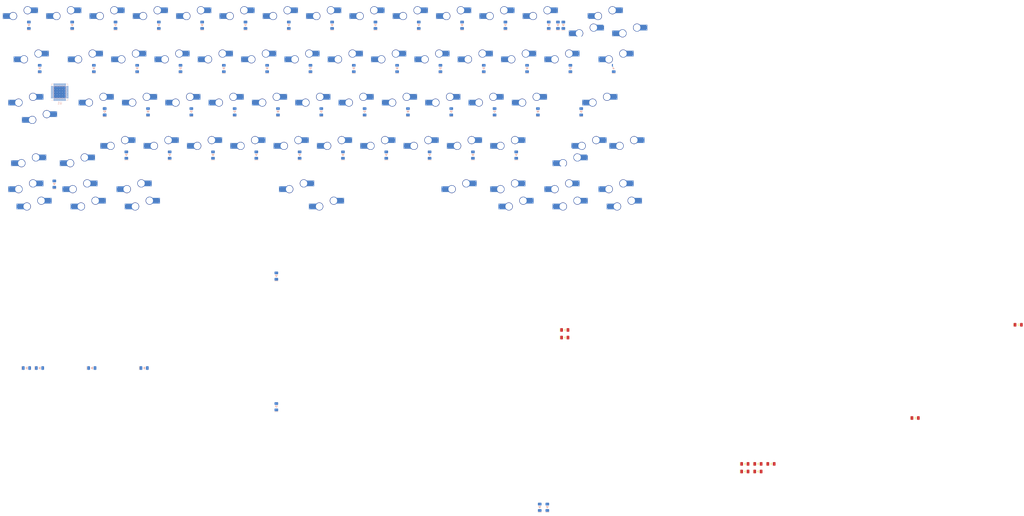
<source format=kicad_pcb>
(kicad_pcb (version 20171130) (host pcbnew "(5.1.11)-1")
  (layers (0 F.Cu signal) (31 B.Cu signal) (34 B.Paste user) (35 F.Paste user) (36 B.SilkS user) (37 F.SilkS user) (38 B.Mask user) (39 F.Mask user) (44 Edge.Cuts user))
  (net 0 "")
  (net 1 "Net-(D1-Pad2)")
  (net 2 "Net-(D1-Pad1)")
  (net 3 "Net-(D2-Pad2)")
  (net 4 "Net-(D2-Pad1)")
  (net 5 "Net-(D3-Pad2)")
  (net 6 "Net-(D3-Pad1)")
  (net 7 "Net-(D4-Pad2)")
  (net 8 "Net-(D4-Pad1)")
  (net 9 "Net-(D5-Pad2)")
  (net 10 "Net-(D5-Pad1)")
  (net 11 "Net-(D6-Pad2)")
  (net 12 "Net-(D6-Pad1)")
  (net 13 "Net-(D7-Pad2)")
  (net 14 "Net-(D7-Pad1)")
  (net 15 "Net-(D8-Pad2)")
  (net 16 "Net-(D8-Pad1)")
  (net 17 "Net-(D9-Pad2)")
  (net 18 "Net-(D9-Pad1)")
  (net 19 "Net-(D10-Pad2)")
  (net 20 "Net-(D10-Pad1)")
  (net 21 "Net-(D11-Pad2)")
  (net 22 "Net-(D11-Pad1)")
  (net 23 "Net-(D12-Pad2)")
  (net 24 "Net-(D12-Pad1)")
  (net 25 "Net-(D13-Pad2)")
  (net 26 "Net-(D13-Pad1)")
  (net 27 "Net-(D14-Pad2)")
  (net 28 "Net-(D14-Pad1)")
  (net 29 "Net-(D15-Pad2)")
  (net 30 "Net-(D15-Pad1)")
  (net 31 "Net-(D16-Pad2)")
  (net 32 "Net-(D16-Pad1)")
  (net 33 "Net-(MX1-Pad1)")
  (net 34 "Net-(MX10-Pad1)")
  (net 35 "Net-(MX11-Pad1)")
  (net 36 "Net-(MX12-Pad1)")
  (net 37 "Net-(MX13-Pad1)")
  (net 38 "Net-(MX14-Pad1)")
  (net 39 "Net-(MX15-Pad1)")
  (net 40 "Net-(U1-Pad24)")
  (net 41 "Net-(U1-Pad15)")
  (net 42 "Net-(U1-Pad42)")
  (net 43 "Net-(U1-Pad41)")
  (net 44 "Net-(U1-Pad40)")
  (net 45 "Net-(U1-Pad39)")
  (net 46 "Net-(U1-Pad38)")
  (net 47 "Net-(U1-Pad37)")
  (net 48 "Net-(U1-Pad36)")
  (net 49 "Net-(U1-Pad14)")
  (net 50 "Net-(U1-Pad33)")
  (net 51 "Net-(U1-Pad32)")
  (net 52 "Net-(U1-Pad31)")
  (net 53 "Net-(U1-Pad30)")
  (net 54 "Net-(U1-Pad29)")
  (net 55 "Net-(U1-Pad28)")
  (net 56 "Net-(U1-Pad27)")
  (net 57 "Net-(U1-Pad26)")
  (net 58 "Net-(U1-Pad25)")
  (net 59 "Net-(U1-Pad22)")
  (net 60 "Net-(U1-Pad21)")
  (net 61 "Net-(U1-Pad20)")
  (net 62 "Net-(U1-Pad19)")
  (net 63 "Net-(U1-Pad18)")
  (net 64 "Net-(U1-Pad17)")
  (net 65 "Net-(U1-Pad16)")
  (net 66 "Net-(U1-Pad13)")
  (net 67 "Net-(U1-Pad12)")
  (net 68 "Net-(U1-Pad11)")
  (net 69 "Net-(U1-Pad10)")
  (net 70 "Net-(U1-Pad9)")
  (net 71 "Net-(U1-Pad8)")
  (net 72 "Net-(U1-Pad7)")
  (net 73 "Net-(U1-Pad6)")
  (net 74 "Net-(U1-Pad5)")
  (net 75 "Net-(U1-Pad4)")
  (net 76 "Net-(U1-Pad3)")
  (net 77 "Net-(U1-Pad2)")
  (net 78 "Net-(U1-Pad1)")
  (net 79 "Net-(D17-Pad2)")
  (net 80 "Net-(D17-Pad1)")
  (net 81 "Net-(D18-Pad2)")
  (net 82 "Net-(D18-Pad1)")
  (net 83 "Net-(D19-Pad2)")
  (net 84 "Net-(D19-Pad1)")
  (net 85 "Net-(D20-Pad2)")
  (net 86 "Net-(D20-Pad1)")
  (net 87 "Net-(D21-Pad2)")
  (net 88 "Net-(D21-Pad1)")
  (net 89 "Net-(D22-Pad2)")
  (net 90 "Net-(D22-Pad1)")
  (net 91 "Net-(D23-Pad2)")
  (net 92 "Net-(D23-Pad1)")
  (net 93 "Net-(D24-Pad2)")
  (net 94 "Net-(D24-Pad1)")
  (net 95 "Net-(D25-Pad2)")
  (net 96 "Net-(D25-Pad1)")
  (net 97 "Net-(D26-Pad2)")
  (net 98 "Net-(D26-Pad1)")
  (net 99 "Net-(D27-Pad2)")
  (net 100 "Net-(D27-Pad1)")
  (net 101 "Net-(D28-Pad2)")
  (net 102 "Net-(D28-Pad1)")
  (net 103 "Net-(D29-Pad2)")
  (net 104 "Net-(D29-Pad1)")
  (net 105 "Net-(MX17-Pad1)")
  (net 106 "Net-(MX18-Pad1)")
  (net 107 "Net-(MX19-Pad1)")
  (net 108 "Net-(MX20-Pad1)")
  (net 109 "Net-(MX21-Pad1)")
  (net 110 "Net-(MX22-Pad1)")
  (net 111 "Net-(MX23-Pad1)")
  (net 112 "Net-(MX24-Pad1)")
  (net 113 "Net-(D31-Pad2)")
  (net 114 "Net-(D31-Pad1)")
  (net 115 "Net-(D32-Pad2)")
  (net 116 "Net-(D32-Pad1)")
  (net 117 "Net-(D33-Pad2)")
  (net 118 "Net-(D33-Pad1)")
  (net 119 "Net-(D34-Pad2)")
  (net 120 "Net-(D34-Pad1)")
  (net 121 "Net-(D35-Pad2)")
  (net 122 "Net-(D35-Pad1)")
  (net 123 "Net-(D36-Pad2)")
  (net 124 "Net-(D36-Pad1)")
  (net 125 "Net-(D37-Pad2)")
  (net 126 "Net-(D37-Pad1)")
  (net 127 "Net-(D38-Pad2)")
  (net 128 "Net-(D38-Pad1)")
  (net 129 "Net-(D39-Pad2)")
  (net 130 "Net-(D39-Pad1)")
  (net 131 "Net-(D40-Pad2)")
  (net 132 "Net-(D40-Pad1)")
  (net 133 "Net-(D41-Pad2)")
  (net 134 "Net-(D41-Pad1)")
  (net 135 "Net-(D42-Pad2)")
  (net 136 "Net-(D42-Pad1)")
  (net 137 "Net-(D43-Pad2)")
  (net 138 "Net-(D43-Pad1)")
  (net 139 "Net-(D46-Pad2)")
  (net 140 "Net-(D46-Pad1)")
  (net 141 "Net-(D47-Pad2)")
  (net 142 "Net-(D47-Pad1)")
  (net 143 "Net-(D48-Pad2)")
  (net 144 "Net-(D48-Pad1)")
  (net 145 "Net-(D49-Pad2)")
  (net 146 "Net-(D49-Pad1)")
  (net 147 "Net-(D50-Pad2)")
  (net 148 "Net-(D50-Pad1)")
  (net 149 "Net-(D51-Pad2)")
  (net 150 "Net-(D51-Pad1)")
  (net 151 "Net-(D52-Pad2)")
  (net 152 "Net-(D52-Pad1)")
  (net 153 "Net-(D53-Pad2)")
  (net 154 "Net-(D53-Pad1)")
  (net 155 "Net-(D54-Pad2)")
  (net 156 "Net-(D54-Pad1)")
  (net 157 "Net-(D55-Pad2)")
  (net 158 "Net-(D55-Pad1)")
  (net 159 "Net-(D56-Pad2)")
  (net 160 "Net-(D56-Pad1)")
  (net 161 "Net-(D57-Pad2)")
  (net 162 "Net-(D57-Pad1)")
  (net 163 "Net-(D58-Pad2)")
  (net 164 "Net-(D58-Pad1)")
  (net 165 "Net-(D59-Pad2)")
  (net 166 "Net-(D59-Pad1)")
  (net 167 "Net-(D61-Pad2)")
  (net 168 "Net-(D61-Pad1)")
  (net 169 "Net-(D62-Pad2)")
  (net 170 "Net-(D62-Pad1)")
  (net 171 "Net-(D63-Pad2)")
  (net 172 "Net-(D63-Pad1)")
  (net 173 "Net-(D64-Pad2)")
  (net 174 "Net-(D64-Pad1)")
  (net 175 "Net-(D65-Pad2)")
  (net 176 "Net-(D65-Pad1)")
  (net 177 "Net-(D66-Pad2)")
  (net 178 "Net-(D66-Pad1)")
  (net 179 "Net-(D67-Pad2)")
  (net 180 "Net-(D67-Pad1)")
  (net 181 "Net-(D68-Pad2)")
  (net 182 "Net-(D68-Pad1)")
  (net 183 "Net-(D69-Pad2)")
  (net 184 "Net-(D69-Pad1)")
  (net 185 "Net-(D70-Pad2)")
  (net 186 "Net-(D70-Pad1)")
  (net 187 "Net-(D71-Pad2)")
  (net 188 "Net-(D71-Pad1)")
  (net 189 "Net-(D72-Pad2)")
  (net 190 "Net-(D72-Pad1)")
  (net 191 "Net-(D73-Pad2)")
  (net 192 "Net-(D73-Pad1)")
  (net 193 "Net-(D74-Pad2)")
  (net 194 "Net-(D74-Pad1)")
  (net 195 "Net-(MX62-Pad1)")
  (net 196 "Net-(MX68-Pad1)")
  (net 197 "Net-(MX69-Pad1)")
  (net 198 "Net-(MX70-Pad1)")
  (net 199 "Net-(MX71-Pad1)")
  (net 200 "Net-(MX72-Pad1)")
  (net 201 "Net-(MX73-Pad1)")
  (net 202 "Net-(MX74-Pad1)")
  (net 203 "Net-(MX75-Pad1)")
  (net 204 "Net-(MX75-Pad2)")
  (net 205 "Net-(MX77-Pad1)")
  (net 206 "Net-(MX77-Pad2)")
  (module MX_Only_v4:MXOnly-1.25U-Hotswap-Sawns (layer F.Cu) (at 2.38125 38.1)
    (fp_text reference MX30)
    (fp_text value 1.25U)
    (pad "" np_thru_hole circle (at 0 0) (size 3.9878 3.9878) (drill 3.9878) (layers *.Cu *.Mask))
    (pad 1 thru_hole circle (at -3.81 -2.54) (size 3.5 3.5) (drill 3) (layers *.Cu *.Mask) (net 113 "Net-(D31-Pad2)"))
    (pad 1 thru_hole circle (at -8.0645 -1.5875) (size 0.5 0.5) (drill 0.3) (layers *.Cu *.Mask) (net 113 "Net-(D31-Pad2)"))
    (pad 2 smd rect (at 5.207 -5.08) (size 3.82 2.5) (layers B.Cu) (net 33 "Net-(MX1-Pad1)"))
    (pad 2 thru_hole circle (at 6.8215 -4.1275) (size 0.5 0.5) (drill 0.3) (layers *.Cu *.Mask) (net 33 "Net-(MX1-Pad1)"))
    (pad 2 thru_hole circle (at 6.8215 -6.0325) (size 0.5 0.5) (drill 0.3) (layers *.Cu *.Mask) (net 33 "Net-(MX1-Pad1)"))
    (pad 2 thru_hole circle (at 2.54 -5.08) (size 3.5 3.5) (drill 3) (layers *.Cu *.Mask) (net 33 "Net-(MX1-Pad1)"))
    (pad "" np_thru_hole circle (at -5.08 0 48.0996) (size 1.75 1.75) (drill 1.75) (layers *.Cu *.Mask))
    (pad "" np_thru_hole circle (at 5.08 0 48.0996) (size 1.75 1.75) (drill 1.75) (layers *.Cu *.Mask))
    (pad 1 smd rect (at -6.45 -2.54) (size 3.82 2.5) (layers B.Cu) (net 113 "Net-(D31-Pad2)"))
    (pad 1 thru_hole circle (at -8.0645 -3.4925) (size 0.5 0.5) (drill 0.3) (layers *.Cu *.Mask) (net 113 "Net-(D31-Pad2)"))
  )
  (module MX_Only_v4:MXOnly-2.25U-Hotswap-ReversedStabilizers-Sawns (layer F.Cu) (at 254.79375 38.1)
    (fp_text reference MX43)
    (fp_text value 2.25U)
    (pad "" np_thru_hole circle (at 0 0) (size 3.9878 3.9878) (drill 3.9878) (layers *.Cu *.Mask))
    (pad 1 thru_hole circle (at -3.81 -2.54) (size 3.5 3.5) (drill 3) (layers *.Cu *.Mask) (net 38 "Net-(MX14-Pad1)"))
    (pad 1 thru_hole circle (at -8.0645 -1.5875) (size 0.5 0.5) (drill 0.3) (layers *.Cu *.Mask) (net 38 "Net-(MX14-Pad1)"))
    (pad 2 smd rect (at 5.207 -5.08) (size 3.82 2.5) (layers B.Cu) (net 137 "Net-(D43-Pad2)"))
    (pad 2 thru_hole circle (at 6.8215 -4.1275) (size 0.5 0.5) (drill 0.3) (layers *.Cu *.Mask) (net 137 "Net-(D43-Pad2)"))
    (pad 2 thru_hole circle (at 6.8215 -6.0325) (size 0.5 0.5) (drill 0.3) (layers *.Cu *.Mask) (net 137 "Net-(D43-Pad2)"))
    (pad 2 thru_hole circle (at 2.54 -5.08) (size 3.5 3.5) (drill 3) (layers *.Cu *.Mask) (net 137 "Net-(D43-Pad2)"))
    (pad "" np_thru_hole circle (at -5.08 0 48.0996) (size 1.75 1.75) (drill 1.75) (layers *.Cu *.Mask))
    (pad "" np_thru_hole circle (at 5.08 0 48.0996) (size 1.75 1.75) (drill 1.75) (layers *.Cu *.Mask))
    (pad 1 smd rect (at -6.45 -2.54) (size 3.82 2.5) (layers B.Cu) (net 38 "Net-(MX14-Pad1)"))
    (pad 1 thru_hole circle (at -8.0645 -3.4925) (size 0.5 0.5) (drill 0.3) (layers *.Cu *.Mask) (net 38 "Net-(MX14-Pad1)"))
    (pad "" np_thru_hole circle (at -11.938 -8.255) (size 3.9878 3.9878) (drill 3.9878) (layers *.Cu *.Mask))
    (pad "" np_thru_hole circle (at 11.938 -8.255) (size 3.9878 3.9878) (drill 3.9878) (layers *.Cu *.Mask))
    (pad "" np_thru_hole circle (at -11.938 6.985) (size 3.048 3.048) (drill 3.048) (layers *.Cu *.Mask))
    (pad "" np_thru_hole circle (at 11.938 6.985) (size 3.048 3.048) (drill 3.048) (layers *.Cu *.Mask))
  )
  (module MX_Only_v4:MXOnly-2.75U-Hotswap-Sawns (layer F.Cu) (at 250.03125 57.15)
    (fp_text reference MX77)
    (fp_text value 2.75U)
    (pad "" np_thru_hole circle (at 0 0) (size 3.9878 3.9878) (drill 3.9878) (layers *.Cu *.Mask))
    (pad 1 thru_hole circle (at -3.81 -2.54) (size 3.5 3.5) (drill 3) (layers *.Cu *.Mask) (net 205 "Net-(MX77-Pad1)"))
    (pad 1 thru_hole circle (at -8.0645 -1.5875) (size 0.5 0.5) (drill 0.3) (layers *.Cu *.Mask) (net 205 "Net-(MX77-Pad1)"))
    (pad 2 smd rect (at 5.207 -5.08) (size 3.82 2.5) (layers B.Cu) (net 206 "Net-(MX77-Pad2)"))
    (pad 2 thru_hole circle (at 6.8215 -4.1275) (size 0.5 0.5) (drill 0.3) (layers *.Cu *.Mask) (net 206 "Net-(MX77-Pad2)"))
    (pad 2 thru_hole circle (at 6.8215 -6.0325) (size 0.5 0.5) (drill 0.3) (layers *.Cu *.Mask) (net 206 "Net-(MX77-Pad2)"))
    (pad 2 thru_hole circle (at 2.54 -5.08) (size 3.5 3.5) (drill 3) (layers *.Cu *.Mask) (net 206 "Net-(MX77-Pad2)"))
    (pad "" np_thru_hole circle (at -5.08 0 48.0996) (size 1.75 1.75) (drill 1.75) (layers *.Cu *.Mask))
    (pad "" np_thru_hole circle (at 5.08 0 48.0996) (size 1.75 1.75) (drill 1.75) (layers *.Cu *.Mask))
    (pad 1 smd rect (at -6.45 -2.54) (size 3.82 2.5) (layers B.Cu) (net 205 "Net-(MX77-Pad1)"))
    (pad 1 thru_hole circle (at -8.0645 -3.4925) (size 0.5 0.5) (drill 0.3) (layers *.Cu *.Mask) (net 205 "Net-(MX77-Pad1)"))
    (pad "" np_thru_hole circle (at -11.938 8.255) (size 3.9878 3.9878) (drill 3.9878) (layers *.Cu *.Mask))
    (pad "" np_thru_hole circle (at 11.938 8.255) (size 3.9878 3.9878) (drill 3.9878) (layers *.Cu *.Mask))
    (pad "" np_thru_hole circle (at -11.938 -6.985) (size 3.048 3.048) (drill 3.048) (layers *.Cu *.Mask))
    (pad "" np_thru_hole circle (at 11.938 -6.985) (size 3.048 3.048) (drill 3.048) (layers *.Cu *.Mask))
  )
  (module MX_Only_v4:MXOnly-1.75U-Hotswap-Sawns (layer F.Cu) (at 240.50625 57.15 180)
    (fp_text reference MX58)
    (fp_text value 1.75U)
    (pad "" np_thru_hole circle (at 0 0 180) (size 3.9878 3.9878) (drill 3.9878) (layers *.Cu *.Mask))
    (pad 1 thru_hole circle (at -3.81 -2.54 180) (size 3.5 3.5) (drill 3) (layers *.Cu *.Mask) (net 38 "Net-(MX14-Pad1)"))
    (pad 1 thru_hole circle (at -8.0645 -1.5875 180) (size 0.5 0.5) (drill 0.3) (layers *.Cu *.Mask) (net 38 "Net-(MX14-Pad1)"))
    (pad 2 smd rect (at 5.207 -5.08 180) (size 3.82 2.5) (layers B.Cu) (net 163 "Net-(D58-Pad2)"))
    (pad 2 thru_hole circle (at 6.8215 -4.1275 180) (size 0.5 0.5) (drill 0.3) (layers *.Cu *.Mask) (net 163 "Net-(D58-Pad2)"))
    (pad 2 thru_hole circle (at 6.8215 -6.0325 180) (size 0.5 0.5) (drill 0.3) (layers *.Cu *.Mask) (net 163 "Net-(D58-Pad2)"))
    (pad 2 thru_hole circle (at 2.54 -5.08 180) (size 3.5 3.5) (drill 3) (layers *.Cu *.Mask) (net 163 "Net-(D58-Pad2)"))
    (pad "" np_thru_hole circle (at -5.08 0 228.0996) (size 1.75 1.75) (drill 1.75) (layers *.Cu *.Mask))
    (pad "" np_thru_hole circle (at 5.08 0 228.0996) (size 1.75 1.75) (drill 1.75) (layers *.Cu *.Mask))
    (pad 1 smd rect (at -6.45 -2.54 180) (size 3.82 2.5) (layers B.Cu) (net 38 "Net-(MX14-Pad1)"))
    (pad 1 thru_hole circle (at -8.0645 -3.4925 180) (size 0.5 0.5) (drill 0.3) (layers *.Cu *.Mask) (net 38 "Net-(MX14-Pad1)"))
  )
  (module MX_Only_v4:MXOnly-1.5U-Hotswap-Sawns (layer F.Cu) (at 261.9375 19.05)
    (fp_text reference MX29)
    (fp_text value 1.5U)
    (pad "" np_thru_hole circle (at 0 0) (size 3.9878 3.9878) (drill 3.9878) (layers *.Cu *.Mask))
    (pad 1 thru_hole circle (at -3.81 -2.54) (size 3.5 3.5) (drill 3) (layers *.Cu *.Mask) (net 38 "Net-(MX14-Pad1)"))
    (pad 1 thru_hole circle (at -8.0645 -1.5875) (size 0.5 0.5) (drill 0.3) (layers *.Cu *.Mask) (net 38 "Net-(MX14-Pad1)"))
    (pad 2 smd rect (at 5.207 -5.08) (size 3.82 2.5) (layers B.Cu) (net 103 "Net-(D29-Pad2)"))
    (pad 2 thru_hole circle (at 6.8215 -4.1275) (size 0.5 0.5) (drill 0.3) (layers *.Cu *.Mask) (net 103 "Net-(D29-Pad2)"))
    (pad 2 thru_hole circle (at 6.8215 -6.0325) (size 0.5 0.5) (drill 0.3) (layers *.Cu *.Mask) (net 103 "Net-(D29-Pad2)"))
    (pad 2 thru_hole circle (at 2.54 -5.08) (size 3.5 3.5) (drill 3) (layers *.Cu *.Mask) (net 103 "Net-(D29-Pad2)"))
    (pad "" np_thru_hole circle (at -5.08 0 48.0996) (size 1.75 1.75) (drill 1.75) (layers *.Cu *.Mask))
    (pad "" np_thru_hole circle (at 5.08 0 48.0996) (size 1.75 1.75) (drill 1.75) (layers *.Cu *.Mask))
    (pad 1 smd rect (at -6.45 -2.54) (size 3.82 2.5) (layers B.Cu) (net 38 "Net-(MX14-Pad1)"))
    (pad 1 thru_hole circle (at -8.0645 -3.4925) (size 0.5 0.5) (drill 0.3) (layers *.Cu *.Mask) (net 38 "Net-(MX14-Pad1)"))
  )
  (module MX_Only_v4:MXOnly-2U-Hotswap-Sawns (layer F.Cu) (at 257.175 0)
    (fp_text reference MX76)
    (fp_text value 2U)
    (pad "" np_thru_hole circle (at 0 0) (size 3.9878 3.9878) (drill 3.9878) (layers *.Cu *.Mask))
    (pad 1 thru_hole circle (at -3.81 -2.54) (size 3.5 3.5) (drill 3) (layers *.Cu *.Mask) (net 29 "Net-(D15-Pad2)"))
    (pad 1 thru_hole circle (at -8.0645 -1.5875) (size 0.5 0.5) (drill 0.3) (layers *.Cu *.Mask) (net 29 "Net-(D15-Pad2)"))
    (pad 2 smd rect (at 5.207 -5.08) (size 3.82 2.5) (layers B.Cu) (net 39 "Net-(MX15-Pad1)"))
    (pad 2 thru_hole circle (at 6.8215 -4.1275) (size 0.5 0.5) (drill 0.3) (layers *.Cu *.Mask) (net 39 "Net-(MX15-Pad1)"))
    (pad 2 thru_hole circle (at 6.8215 -6.0325) (size 0.5 0.5) (drill 0.3) (layers *.Cu *.Mask) (net 39 "Net-(MX15-Pad1)"))
    (pad 2 thru_hole circle (at 2.54 -5.08) (size 3.5 3.5) (drill 3) (layers *.Cu *.Mask) (net 39 "Net-(MX15-Pad1)"))
    (pad "" np_thru_hole circle (at -5.08 0 48.0996) (size 1.75 1.75) (drill 1.75) (layers *.Cu *.Mask))
    (pad "" np_thru_hole circle (at 5.08 0 48.0996) (size 1.75 1.75) (drill 1.75) (layers *.Cu *.Mask))
    (pad 1 smd rect (at -6.45 -2.54) (size 3.82 2.5) (layers B.Cu) (net 29 "Net-(D15-Pad2)"))
    (pad 1 thru_hole circle (at -8.0645 -3.4925) (size 0.5 0.5) (drill 0.3) (layers *.Cu *.Mask) (net 29 "Net-(D15-Pad2)"))
    (pad "" np_thru_hole circle (at -11.938 8.255) (size 3.9878 3.9878) (drill 3.9878) (layers *.Cu *.Mask))
    (pad "" np_thru_hole circle (at 11.938 8.255) (size 3.9878 3.9878) (drill 3.9878) (layers *.Cu *.Mask))
    (pad "" np_thru_hole circle (at -11.938 -6.985) (size 3.048 3.048) (drill 3.048) (layers *.Cu *.Mask))
    (pad "" np_thru_hole circle (at 11.938 -6.985) (size 3.048 3.048) (drill 3.048) (layers *.Cu *.Mask))
  )
  (module MX_Only_v4:MXOnly-1.25U-Hotswap-Sawns (layer F.Cu) (at 264.31875 76.2 180)
    (fp_text reference MX75)
    (fp_text value 1.25U)
    (pad "" np_thru_hole circle (at 0 0 180) (size 3.9878 3.9878) (drill 3.9878) (layers *.Cu *.Mask))
    (pad 1 thru_hole circle (at -3.81 -2.54 180) (size 3.5 3.5) (drill 3) (layers *.Cu *.Mask) (net 203 "Net-(MX75-Pad1)"))
    (pad 1 thru_hole circle (at -8.0645 -1.5875 180) (size 0.5 0.5) (drill 0.3) (layers *.Cu *.Mask) (net 203 "Net-(MX75-Pad1)"))
    (pad 2 smd rect (at 5.207 -5.08 180) (size 3.82 2.5) (layers B.Cu) (net 204 "Net-(MX75-Pad2)"))
    (pad 2 thru_hole circle (at 6.8215 -4.1275 180) (size 0.5 0.5) (drill 0.3) (layers *.Cu *.Mask) (net 204 "Net-(MX75-Pad2)"))
    (pad 2 thru_hole circle (at 6.8215 -6.0325 180) (size 0.5 0.5) (drill 0.3) (layers *.Cu *.Mask) (net 204 "Net-(MX75-Pad2)"))
    (pad 2 thru_hole circle (at 2.54 -5.08 180) (size 3.5 3.5) (drill 3) (layers *.Cu *.Mask) (net 204 "Net-(MX75-Pad2)"))
    (pad "" np_thru_hole circle (at -5.08 0 228.0996) (size 1.75 1.75) (drill 1.75) (layers *.Cu *.Mask))
    (pad "" np_thru_hole circle (at 5.08 0 228.0996) (size 1.75 1.75) (drill 1.75) (layers *.Cu *.Mask))
    (pad 1 smd rect (at -6.45 -2.54 180) (size 3.82 2.5) (layers B.Cu) (net 203 "Net-(MX75-Pad1)"))
    (pad 1 thru_hole circle (at -8.0645 -3.4925 180) (size 0.5 0.5) (drill 0.3) (layers *.Cu *.Mask) (net 203 "Net-(MX75-Pad1)"))
  )
  (module MX_Only_v4:MXOnly-1.25U-Hotswap-Sawns (layer F.Cu) (at 240.50625 76.2 180)
    (fp_text reference MX74)
    (fp_text value 1.25U)
    (pad "" np_thru_hole circle (at 0 0 180) (size 3.9878 3.9878) (drill 3.9878) (layers *.Cu *.Mask))
    (pad 1 thru_hole circle (at -3.81 -2.54 180) (size 3.5 3.5) (drill 3) (layers *.Cu *.Mask) (net 202 "Net-(MX74-Pad1)"))
    (pad 1 thru_hole circle (at -8.0645 -1.5875 180) (size 0.5 0.5) (drill 0.3) (layers *.Cu *.Mask) (net 202 "Net-(MX74-Pad1)"))
    (pad 2 smd rect (at 5.207 -5.08 180) (size 3.82 2.5) (layers B.Cu) (net 187 "Net-(D71-Pad2)"))
    (pad 2 thru_hole circle (at 6.8215 -4.1275 180) (size 0.5 0.5) (drill 0.3) (layers *.Cu *.Mask) (net 187 "Net-(D71-Pad2)"))
    (pad 2 thru_hole circle (at 6.8215 -6.0325 180) (size 0.5 0.5) (drill 0.3) (layers *.Cu *.Mask) (net 187 "Net-(D71-Pad2)"))
    (pad 2 thru_hole circle (at 2.54 -5.08 180) (size 3.5 3.5) (drill 3) (layers *.Cu *.Mask) (net 187 "Net-(D71-Pad2)"))
    (pad "" np_thru_hole circle (at -5.08 0 228.0996) (size 1.75 1.75) (drill 1.75) (layers *.Cu *.Mask))
    (pad "" np_thru_hole circle (at 5.08 0 228.0996) (size 1.75 1.75) (drill 1.75) (layers *.Cu *.Mask))
    (pad 1 smd rect (at -6.45 -2.54 180) (size 3.82 2.5) (layers B.Cu) (net 202 "Net-(MX74-Pad1)"))
    (pad 1 thru_hole circle (at -8.0645 -3.4925 180) (size 0.5 0.5) (drill 0.3) (layers *.Cu *.Mask) (net 202 "Net-(MX74-Pad1)"))
  )
  (module MX_Only_v4:MXOnly-1.25U-Hotswap-Sawns (layer F.Cu) (at 216.69375 76.2 180)
    (fp_text reference MX73)
    (fp_text value 1.25U)
    (pad "" np_thru_hole circle (at 0 0 180) (size 3.9878 3.9878) (drill 3.9878) (layers *.Cu *.Mask))
    (pad 1 thru_hole circle (at -3.81 -2.54 180) (size 3.5 3.5) (drill 3) (layers *.Cu *.Mask) (net 201 "Net-(MX73-Pad1)"))
    (pad 1 thru_hole circle (at -8.0645 -1.5875 180) (size 0.5 0.5) (drill 0.3) (layers *.Cu *.Mask) (net 201 "Net-(MX73-Pad1)"))
    (pad 2 smd rect (at 5.207 -5.08 180) (size 3.82 2.5) (layers B.Cu) (net 185 "Net-(D70-Pad2)"))
    (pad 2 thru_hole circle (at 6.8215 -4.1275 180) (size 0.5 0.5) (drill 0.3) (layers *.Cu *.Mask) (net 185 "Net-(D70-Pad2)"))
    (pad 2 thru_hole circle (at 6.8215 -6.0325 180) (size 0.5 0.5) (drill 0.3) (layers *.Cu *.Mask) (net 185 "Net-(D70-Pad2)"))
    (pad 2 thru_hole circle (at 2.54 -5.08 180) (size 3.5 3.5) (drill 3) (layers *.Cu *.Mask) (net 185 "Net-(D70-Pad2)"))
    (pad "" np_thru_hole circle (at -5.08 0 228.0996) (size 1.75 1.75) (drill 1.75) (layers *.Cu *.Mask))
    (pad "" np_thru_hole circle (at 5.08 0 228.0996) (size 1.75 1.75) (drill 1.75) (layers *.Cu *.Mask))
    (pad 1 smd rect (at -6.45 -2.54 180) (size 3.82 2.5) (layers B.Cu) (net 201 "Net-(MX73-Pad1)"))
    (pad 1 thru_hole circle (at -8.0645 -3.4925 180) (size 0.5 0.5) (drill 0.3) (layers *.Cu *.Mask) (net 201 "Net-(MX73-Pad1)"))
  )
  (module MX_Only_v4:MXOnly-1.25U-Hotswap-Sawns (layer F.Cu) (at 192.88125 76.2)
    (fp_text reference MX72)
    (fp_text value 1.25U)
    (pad "" np_thru_hole circle (at 0 0) (size 3.9878 3.9878) (drill 3.9878) (layers *.Cu *.Mask))
    (pad 1 thru_hole circle (at -3.81 -2.54) (size 3.5 3.5) (drill 3) (layers *.Cu *.Mask) (net 200 "Net-(MX72-Pad1)"))
    (pad 1 thru_hole circle (at -8.0645 -1.5875) (size 0.5 0.5) (drill 0.3) (layers *.Cu *.Mask) (net 200 "Net-(MX72-Pad1)"))
    (pad 2 smd rect (at 5.207 -5.08) (size 3.82 2.5) (layers B.Cu) (net 183 "Net-(D69-Pad2)"))
    (pad 2 thru_hole circle (at 6.8215 -4.1275) (size 0.5 0.5) (drill 0.3) (layers *.Cu *.Mask) (net 183 "Net-(D69-Pad2)"))
    (pad 2 thru_hole circle (at 6.8215 -6.0325) (size 0.5 0.5) (drill 0.3) (layers *.Cu *.Mask) (net 183 "Net-(D69-Pad2)"))
    (pad 2 thru_hole circle (at 2.54 -5.08) (size 3.5 3.5) (drill 3) (layers *.Cu *.Mask) (net 183 "Net-(D69-Pad2)"))
    (pad "" np_thru_hole circle (at -5.08 0 48.0996) (size 1.75 1.75) (drill 1.75) (layers *.Cu *.Mask))
    (pad "" np_thru_hole circle (at 5.08 0 48.0996) (size 1.75 1.75) (drill 1.75) (layers *.Cu *.Mask))
    (pad 1 smd rect (at -6.45 -2.54) (size 3.82 2.5) (layers B.Cu) (net 200 "Net-(MX72-Pad1)"))
    (pad 1 thru_hole circle (at -8.0645 -3.4925) (size 0.5 0.5) (drill 0.3) (layers *.Cu *.Mask) (net 200 "Net-(MX72-Pad1)"))
  )
  (module MX_Only_v4:MXOnly-6.25U-Hotswap-ReversedStabilizers-Sawns (layer F.Cu) (at 121.44375 76.2)
    (fp_text reference MX71)
    (fp_text value 6.25U)
    (pad "" np_thru_hole circle (at 0 0) (size 3.9878 3.9878) (drill 3.9878) (layers *.Cu *.Mask))
    (pad 1 thru_hole circle (at -3.81 -2.54) (size 3.5 3.5) (drill 3) (layers *.Cu *.Mask) (net 199 "Net-(MX71-Pad1)"))
    (pad 1 thru_hole circle (at -8.0645 -1.5875) (size 0.5 0.5) (drill 0.3) (layers *.Cu *.Mask) (net 199 "Net-(MX71-Pad1)"))
    (pad 2 smd rect (at 5.207 -5.08) (size 3.82 2.5) (layers B.Cu) (net 181 "Net-(D68-Pad2)"))
    (pad 2 thru_hole circle (at 6.8215 -4.1275) (size 0.5 0.5) (drill 0.3) (layers *.Cu *.Mask) (net 181 "Net-(D68-Pad2)"))
    (pad 2 thru_hole circle (at 6.8215 -6.0325) (size 0.5 0.5) (drill 0.3) (layers *.Cu *.Mask) (net 181 "Net-(D68-Pad2)"))
    (pad 2 thru_hole circle (at 2.54 -5.08) (size 3.5 3.5) (drill 3) (layers *.Cu *.Mask) (net 181 "Net-(D68-Pad2)"))
    (pad "" np_thru_hole circle (at -5.08 0 48.0996) (size 1.75 1.75) (drill 1.75) (layers *.Cu *.Mask))
    (pad "" np_thru_hole circle (at 5.08 0 48.0996) (size 1.75 1.75) (drill 1.75) (layers *.Cu *.Mask))
    (pad 1 smd rect (at -6.45 -2.54) (size 3.82 2.5) (layers B.Cu) (net 199 "Net-(MX71-Pad1)"))
    (pad 1 thru_hole circle (at -8.0645 -3.4925) (size 0.5 0.5) (drill 0.3) (layers *.Cu *.Mask) (net 199 "Net-(MX71-Pad1)"))
    (pad "" np_thru_hole circle (at -49.9999 -8.255) (size 3.9878 3.9878) (drill 3.9878) (layers *.Cu *.Mask))
    (pad "" np_thru_hole circle (at 49.9999 -8.255) (size 3.9878 3.9878) (drill 3.9878) (layers *.Cu *.Mask))
    (pad "" np_thru_hole circle (at -49.9999 6.985) (size 3.048 3.048) (drill 3.048) (layers *.Cu *.Mask))
    (pad "" np_thru_hole circle (at 49.9999 6.985) (size 3.048 3.048) (drill 3.048) (layers *.Cu *.Mask))
  )
  (module MX_Only_v4:MXOnly-1.25U-Hotswap-Sawns (layer F.Cu) (at 50.00625 76.2)
    (fp_text reference MX70)
    (fp_text value 1.25U)
    (pad "" np_thru_hole circle (at 0 0) (size 3.9878 3.9878) (drill 3.9878) (layers *.Cu *.Mask))
    (pad 1 thru_hole circle (at -3.81 -2.54) (size 3.5 3.5) (drill 3) (layers *.Cu *.Mask) (net 198 "Net-(MX70-Pad1)"))
    (pad 1 thru_hole circle (at -8.0645 -1.5875) (size 0.5 0.5) (drill 0.3) (layers *.Cu *.Mask) (net 198 "Net-(MX70-Pad1)"))
    (pad 2 smd rect (at 5.207 -5.08) (size 3.82 2.5) (layers B.Cu) (net 177 "Net-(D66-Pad2)"))
    (pad 2 thru_hole circle (at 6.8215 -4.1275) (size 0.5 0.5) (drill 0.3) (layers *.Cu *.Mask) (net 177 "Net-(D66-Pad2)"))
    (pad 2 thru_hole circle (at 6.8215 -6.0325) (size 0.5 0.5) (drill 0.3) (layers *.Cu *.Mask) (net 177 "Net-(D66-Pad2)"))
    (pad 2 thru_hole circle (at 2.54 -5.08) (size 3.5 3.5) (drill 3) (layers *.Cu *.Mask) (net 177 "Net-(D66-Pad2)"))
    (pad "" np_thru_hole circle (at -5.08 0 48.0996) (size 1.75 1.75) (drill 1.75) (layers *.Cu *.Mask))
    (pad "" np_thru_hole circle (at 5.08 0 48.0996) (size 1.75 1.75) (drill 1.75) (layers *.Cu *.Mask))
    (pad 1 smd rect (at -6.45 -2.54) (size 3.82 2.5) (layers B.Cu) (net 198 "Net-(MX70-Pad1)"))
    (pad 1 thru_hole circle (at -8.0645 -3.4925) (size 0.5 0.5) (drill 0.3) (layers *.Cu *.Mask) (net 198 "Net-(MX70-Pad1)"))
  )
  (module MX_Only_v4:MXOnly-1.25U-Hotswap-Sawns (layer F.Cu) (at 26.19375 76.2)
    (fp_text reference MX69)
    (fp_text value 1.25U)
    (pad "" np_thru_hole circle (at 0 0) (size 3.9878 3.9878) (drill 3.9878) (layers *.Cu *.Mask))
    (pad 1 thru_hole circle (at -3.81 -2.54) (size 3.5 3.5) (drill 3) (layers *.Cu *.Mask) (net 197 "Net-(MX69-Pad1)"))
    (pad 1 thru_hole circle (at -8.0645 -1.5875) (size 0.5 0.5) (drill 0.3) (layers *.Cu *.Mask) (net 197 "Net-(MX69-Pad1)"))
    (pad 2 smd rect (at 5.207 -5.08) (size 3.82 2.5) (layers B.Cu) (net 175 "Net-(D65-Pad2)"))
    (pad 2 thru_hole circle (at 6.8215 -4.1275) (size 0.5 0.5) (drill 0.3) (layers *.Cu *.Mask) (net 175 "Net-(D65-Pad2)"))
    (pad 2 thru_hole circle (at 6.8215 -6.0325) (size 0.5 0.5) (drill 0.3) (layers *.Cu *.Mask) (net 175 "Net-(D65-Pad2)"))
    (pad 2 thru_hole circle (at 2.54 -5.08) (size 3.5 3.5) (drill 3) (layers *.Cu *.Mask) (net 175 "Net-(D65-Pad2)"))
    (pad "" np_thru_hole circle (at -5.08 0 48.0996) (size 1.75 1.75) (drill 1.75) (layers *.Cu *.Mask))
    (pad "" np_thru_hole circle (at 5.08 0 48.0996) (size 1.75 1.75) (drill 1.75) (layers *.Cu *.Mask))
    (pad 1 smd rect (at -6.45 -2.54) (size 3.82 2.5) (layers B.Cu) (net 197 "Net-(MX69-Pad1)"))
    (pad 1 thru_hole circle (at -8.0645 -3.4925) (size 0.5 0.5) (drill 0.3) (layers *.Cu *.Mask) (net 197 "Net-(MX69-Pad1)"))
  )
  (module MX_Only_v4:MXOnly-1.25U-Hotswap-Sawns (layer F.Cu) (at 2.38125 76.2)
    (fp_text reference MX68)
    (fp_text value 1.25U)
    (pad "" np_thru_hole circle (at 0 0) (size 3.9878 3.9878) (drill 3.9878) (layers *.Cu *.Mask))
    (pad 1 thru_hole circle (at -3.81 -2.54) (size 3.5 3.5) (drill 3) (layers *.Cu *.Mask) (net 196 "Net-(MX68-Pad1)"))
    (pad 1 thru_hole circle (at -8.0645 -1.5875) (size 0.5 0.5) (drill 0.3) (layers *.Cu *.Mask) (net 196 "Net-(MX68-Pad1)"))
    (pad 2 smd rect (at 5.207 -5.08) (size 3.82 2.5) (layers B.Cu) (net 173 "Net-(D64-Pad2)"))
    (pad 2 thru_hole circle (at 6.8215 -4.1275) (size 0.5 0.5) (drill 0.3) (layers *.Cu *.Mask) (net 173 "Net-(D64-Pad2)"))
    (pad 2 thru_hole circle (at 6.8215 -6.0325) (size 0.5 0.5) (drill 0.3) (layers *.Cu *.Mask) (net 173 "Net-(D64-Pad2)"))
    (pad 2 thru_hole circle (at 2.54 -5.08) (size 3.5 3.5) (drill 3) (layers *.Cu *.Mask) (net 173 "Net-(D64-Pad2)"))
    (pad "" np_thru_hole circle (at -5.08 0 48.0996) (size 1.75 1.75) (drill 1.75) (layers *.Cu *.Mask))
    (pad "" np_thru_hole circle (at 5.08 0 48.0996) (size 1.75 1.75) (drill 1.75) (layers *.Cu *.Mask))
    (pad 1 smd rect (at -6.45 -2.54) (size 3.82 2.5) (layers B.Cu) (net 196 "Net-(MX68-Pad1)"))
    (pad 1 thru_hole circle (at -8.0645 -3.4925) (size 0.5 0.5) (drill 0.3) (layers *.Cu *.Mask) (net 196 "Net-(MX68-Pad1)"))
  )
  (module sanproject-keyboard-part:DIODE_1206_SawnsProjects (layer F.Cu) (at 329.44 194.59)
    (fp_text reference D71)
    (fp_text value CD4148W)
    (pad 2 smd roundrect (at 1.4 0) (size 1.2 1.6) (layers F.Cu F.Paste F.Mask) (roundrect_rratio 0.2) (net 187 "Net-(D71-Pad2)"))
    (pad 1 smd roundrect (at -1.4 0) (size 1.2 1.6) (layers F.Cu F.Paste F.Mask) (roundrect_rratio 0.2) (net 188 "Net-(D71-Pad1)"))
  )
  (module sanproject-keyboard-part:DIODE_1206_SawnsProjects (layer F.Cu) (at 323.69 197.94)
    (fp_text reference D70)
    (fp_text value CD4148W)
    (pad 2 smd roundrect (at 1.4 0) (size 1.2 1.6) (layers F.Cu F.Paste F.Mask) (roundrect_rratio 0.2) (net 185 "Net-(D70-Pad2)"))
    (pad 1 smd roundrect (at -1.4 0) (size 1.2 1.6) (layers F.Cu F.Paste F.Mask) (roundrect_rratio 0.2) (net 186 "Net-(D70-Pad1)"))
  )
  (module sanproject-keyboard-part:DIODE_1206_SawnsProjects (layer F.Cu) (at 317.94 197.94)
    (fp_text reference D69)
    (fp_text value CD4148W)
    (pad 2 smd roundrect (at 1.4 0) (size 1.2 1.6) (layers F.Cu F.Paste F.Mask) (roundrect_rratio 0.2) (net 183 "Net-(D69-Pad2)"))
    (pad 1 smd roundrect (at -1.4 0) (size 1.2 1.6) (layers F.Cu F.Paste F.Mask) (roundrect_rratio 0.2) (net 184 "Net-(D69-Pad1)"))
  )
  (module sanproject-keyboard-part:DIODE_1206_SawnsProjects (layer F.Cu) (at 323.69 194.59)
    (fp_text reference D68)
    (fp_text value CD4148W)
    (pad 2 smd roundrect (at 1.4 0) (size 1.2 1.6) (layers F.Cu F.Paste F.Mask) (roundrect_rratio 0.2) (net 181 "Net-(D68-Pad2)"))
    (pad 1 smd roundrect (at -1.4 0) (size 1.2 1.6) (layers F.Cu F.Paste F.Mask) (roundrect_rratio 0.2) (net 182 "Net-(D68-Pad1)"))
  )
  (module sanproject-keyboard-part:DIODE_1206_SawnsProjects (layer F.Cu) (at 317.94 194.59)
    (fp_text reference D66)
    (fp_text value CD4148W)
    (pad 2 smd roundrect (at 1.4 0) (size 1.2 1.6) (layers F.Cu F.Paste F.Mask) (roundrect_rratio 0.2) (net 177 "Net-(D66-Pad2)"))
    (pad 1 smd roundrect (at -1.4 0) (size 1.2 1.6) (layers F.Cu F.Paste F.Mask) (roundrect_rratio 0.2) (net 178 "Net-(D66-Pad1)"))
  )
  (module sanproject-keyboard-part:DIODE_1206_SawnsProjects (layer F.Cu) (at 392.82 174.39)
    (fp_text reference D65)
    (fp_text value CD4148W)
    (pad 2 smd roundrect (at 1.4 0) (size 1.2 1.6) (layers F.Cu F.Paste F.Mask) (roundrect_rratio 0.2) (net 175 "Net-(D65-Pad2)"))
    (pad 1 smd roundrect (at -1.4 0) (size 1.2 1.6) (layers F.Cu F.Paste F.Mask) (roundrect_rratio 0.2) (net 176 "Net-(D65-Pad1)"))
  )
  (module sanproject-keyboard-part:DIODE_1206_SawnsProjects (layer F.Cu) (at 438.15 133.35)
    (fp_text reference D64)
    (fp_text value CD4148W)
    (pad 2 smd roundrect (at 1.4 0) (size 1.2 1.6) (layers F.Cu F.Paste F.Mask) (roundrect_rratio 0.2) (net 173 "Net-(D64-Pad2)"))
    (pad 1 smd roundrect (at -1.4 0) (size 1.2 1.6) (layers F.Cu F.Paste F.Mask) (roundrect_rratio 0.2) (net 174 "Net-(D64-Pad1)"))
  )
  (module MX_Only_v4:MXOnly-7U-Hotswap-ReversedStabilizers-Sawns (layer F.Cu) (at 133.35 76.2 180)
    (fp_text reference MX67)
    (fp_text value 1U)
    (pad "" np_thru_hole circle (at 0 0 180) (size 3.9878 3.9878) (drill 3.9878) (layers *.Cu *.Mask))
    (pad 1 thru_hole circle (at -3.81 -2.54 180) (size 3.5 3.5) (drill 3) (layers *.Cu *.Mask) (net 110 "Net-(MX22-Pad1)"))
    (pad 1 thru_hole circle (at -8.0645 -1.5875 180) (size 0.5 0.5) (drill 0.3) (layers *.Cu *.Mask) (net 110 "Net-(MX22-Pad1)"))
    (pad 2 smd rect (at 5.207 -5.08 180) (size 3.82 2.5) (layers B.Cu) (net 179 "Net-(D67-Pad2)"))
    (pad 2 thru_hole circle (at 6.8215 -4.1275 180) (size 0.5 0.5) (drill 0.3) (layers *.Cu *.Mask) (net 179 "Net-(D67-Pad2)"))
    (pad 2 thru_hole circle (at 6.8215 -6.0325 180) (size 0.5 0.5) (drill 0.3) (layers *.Cu *.Mask) (net 179 "Net-(D67-Pad2)"))
    (pad 2 thru_hole circle (at 2.54 -5.08 180) (size 3.5 3.5) (drill 3) (layers *.Cu *.Mask) (net 179 "Net-(D67-Pad2)"))
    (pad "" np_thru_hole circle (at -5.08 0 228.0996) (size 1.75 1.75) (drill 1.75) (layers *.Cu *.Mask))
    (pad "" np_thru_hole circle (at 5.08 0 228.0996) (size 1.75 1.75) (drill 1.75) (layers *.Cu *.Mask))
    (pad 1 smd rect (at -6.45 -2.54 180) (size 3.82 2.5) (layers B.Cu) (net 110 "Net-(MX22-Pad1)"))
    (pad 1 thru_hole circle (at -8.0645 -3.4925 180) (size 0.5 0.5) (drill 0.3) (layers *.Cu *.Mask) (net 110 "Net-(MX22-Pad1)"))
    (pad "" np_thru_hole circle (at -57.15 -8.255 180) (size 3.9878 3.9878) (drill 3.9878) (layers *.Cu *.Mask))
    (pad "" np_thru_hole circle (at 57.15 -8.255 180) (size 3.9878 3.9878) (drill 3.9878) (layers *.Cu *.Mask))
    (pad "" np_thru_hole circle (at -57.15 6.985 180) (size 3.048 3.048) (drill 3.048) (layers *.Cu *.Mask))
    (pad "" np_thru_hole circle (at 57.15 6.985 180) (size 3.048 3.048) (drill 3.048) (layers *.Cu *.Mask))
  )
  (module MX_Only_v4:MXOnly-1.5U-Hotswap-Sawns (layer F.Cu) (at 214.3125 76.2)
    (fp_text reference MX66)
    (fp_text value 1.5U)
    (pad "" np_thru_hole circle (at 0 0) (size 3.9878 3.9878) (drill 3.9878) (layers *.Cu *.Mask))
    (pad 1 thru_hole circle (at -3.81 -2.54) (size 3.5 3.5) (drill 3) (layers *.Cu *.Mask) (net 38 "Net-(MX14-Pad1)"))
    (pad 1 thru_hole circle (at -8.0645 -1.5875) (size 0.5 0.5) (drill 0.3) (layers *.Cu *.Mask) (net 38 "Net-(MX14-Pad1)"))
    (pad 2 smd rect (at 5.207 -5.08) (size 3.82 2.5) (layers B.Cu) (net 193 "Net-(D74-Pad2)"))
    (pad 2 thru_hole circle (at 6.8215 -4.1275) (size 0.5 0.5) (drill 0.3) (layers *.Cu *.Mask) (net 193 "Net-(D74-Pad2)"))
    (pad 2 thru_hole circle (at 6.8215 -6.0325) (size 0.5 0.5) (drill 0.3) (layers *.Cu *.Mask) (net 193 "Net-(D74-Pad2)"))
    (pad 2 thru_hole circle (at 2.54 -5.08) (size 3.5 3.5) (drill 3) (layers *.Cu *.Mask) (net 193 "Net-(D74-Pad2)"))
    (pad "" np_thru_hole circle (at -5.08 0 48.0996) (size 1.75 1.75) (drill 1.75) (layers *.Cu *.Mask))
    (pad "" np_thru_hole circle (at 5.08 0 48.0996) (size 1.75 1.75) (drill 1.75) (layers *.Cu *.Mask))
    (pad 1 smd rect (at -6.45 -2.54) (size 3.82 2.5) (layers B.Cu) (net 38 "Net-(MX14-Pad1)"))
    (pad 1 thru_hole circle (at -8.0645 -3.4925) (size 0.5 0.5) (drill 0.3) (layers *.Cu *.Mask) (net 38 "Net-(MX14-Pad1)"))
  )
  (module MX_Only_v4:MXOnly-1U-Hotswap-Sawns (layer F.Cu) (at 238.125 76.2)
    (fp_text reference MX65)
    (fp_text value 1U)
    (pad 1 thru_hole circle (at -8.0645 -3.4925) (size 0.5 0.5) (drill 0.3) (layers *.Cu *.Mask) (net 37 "Net-(MX13-Pad1)"))
    (pad 2 smd rect (at 5.207 -5.08) (size 3.82 2.5) (layers B.Cu) (net 191 "Net-(D73-Pad2)"))
    (pad 1 smd rect (at -6.45 -2.54) (size 3.82 2.5) (layers B.Cu) (net 37 "Net-(MX13-Pad1)"))
    (pad "" np_thru_hole circle (at 5.08 0 48.0996) (size 1.75 1.75) (drill 1.75) (layers *.Cu *.Mask))
    (pad "" np_thru_hole circle (at -5.08 0 48.0996) (size 1.75 1.75) (drill 1.75) (layers *.Cu *.Mask))
    (pad 1 thru_hole circle (at -3.81 -2.54) (size 3.5 3.5) (drill 3) (layers *.Cu *.Mask) (net 37 "Net-(MX13-Pad1)"))
    (pad "" np_thru_hole circle (at 0 0) (size 3.9878 3.9878) (drill 3.9878) (layers *.Cu *.Mask))
    (pad 2 thru_hole circle (at 2.54 -5.08) (size 3.5 3.5) (drill 3) (layers *.Cu *.Mask) (net 191 "Net-(D73-Pad2)"))
    (pad 1 thru_hole circle (at -8.0645 -1.5875) (size 0.5 0.5) (drill 0.3) (layers *.Cu *.Mask) (net 37 "Net-(MX13-Pad1)"))
    (pad 2 thru_hole circle (at 6.8215 -4.1275) (size 0.5 0.5) (drill 0.3) (layers *.Cu *.Mask) (net 191 "Net-(D73-Pad2)"))
    (pad 2 thru_hole circle (at 6.8215 -6.0325) (size 0.5 0.5) (drill 0.3) (layers *.Cu *.Mask) (net 191 "Net-(D73-Pad2)"))
  )
  (module MX_Only_v4:MXOnly-1.5U-Hotswap-Sawns (layer F.Cu) (at 261.9375 76.2)
    (fp_text reference MX64)
    (fp_text value 1.5U)
    (pad "" np_thru_hole circle (at 0 0) (size 3.9878 3.9878) (drill 3.9878) (layers *.Cu *.Mask))
    (pad 1 thru_hole circle (at -3.81 -2.54) (size 3.5 3.5) (drill 3) (layers *.Cu *.Mask) (net 36 "Net-(MX12-Pad1)"))
    (pad 1 thru_hole circle (at -8.0645 -1.5875) (size 0.5 0.5) (drill 0.3) (layers *.Cu *.Mask) (net 36 "Net-(MX12-Pad1)"))
    (pad 2 smd rect (at 5.207 -5.08) (size 3.82 2.5) (layers B.Cu) (net 189 "Net-(D72-Pad2)"))
    (pad 2 thru_hole circle (at 6.8215 -4.1275) (size 0.5 0.5) (drill 0.3) (layers *.Cu *.Mask) (net 189 "Net-(D72-Pad2)"))
    (pad 2 thru_hole circle (at 6.8215 -6.0325) (size 0.5 0.5) (drill 0.3) (layers *.Cu *.Mask) (net 189 "Net-(D72-Pad2)"))
    (pad 2 thru_hole circle (at 2.54 -5.08) (size 3.5 3.5) (drill 3) (layers *.Cu *.Mask) (net 189 "Net-(D72-Pad2)"))
    (pad "" np_thru_hole circle (at -5.08 0 48.0996) (size 1.75 1.75) (drill 1.75) (layers *.Cu *.Mask))
    (pad "" np_thru_hole circle (at 5.08 0 48.0996) (size 1.75 1.75) (drill 1.75) (layers *.Cu *.Mask))
    (pad 1 smd rect (at -6.45 -2.54) (size 3.82 2.5) (layers B.Cu) (net 36 "Net-(MX12-Pad1)"))
    (pad 1 thru_hole circle (at -8.0645 -3.4925) (size 0.5 0.5) (drill 0.3) (layers *.Cu *.Mask) (net 36 "Net-(MX12-Pad1)"))
  )
  (module MX_Only_v4:MXOnly-1.5U-Hotswap-Sawns (layer F.Cu) (at 52.3875 76.2 180)
    (fp_text reference MX63)
    (fp_text value 1.5U)
    (pad "" np_thru_hole circle (at 0 0 180) (size 3.9878 3.9878) (drill 3.9878) (layers *.Cu *.Mask))
    (pad 1 thru_hole circle (at -3.81 -2.54 180) (size 3.5 3.5) (drill 3) (layers *.Cu *.Mask) (net 106 "Net-(MX18-Pad1)"))
    (pad 1 thru_hole circle (at -8.0645 -1.5875 180) (size 0.5 0.5) (drill 0.3) (layers *.Cu *.Mask) (net 106 "Net-(MX18-Pad1)"))
    (pad 2 smd rect (at 5.207 -5.08 180) (size 3.82 2.5) (layers B.Cu) (net 171 "Net-(D63-Pad2)"))
    (pad 2 thru_hole circle (at 6.8215 -4.1275 180) (size 0.5 0.5) (drill 0.3) (layers *.Cu *.Mask) (net 171 "Net-(D63-Pad2)"))
    (pad 2 thru_hole circle (at 6.8215 -6.0325 180) (size 0.5 0.5) (drill 0.3) (layers *.Cu *.Mask) (net 171 "Net-(D63-Pad2)"))
    (pad 2 thru_hole circle (at 2.54 -5.08 180) (size 3.5 3.5) (drill 3) (layers *.Cu *.Mask) (net 171 "Net-(D63-Pad2)"))
    (pad "" np_thru_hole circle (at -5.08 0 228.0996) (size 1.75 1.75) (drill 1.75) (layers *.Cu *.Mask))
    (pad "" np_thru_hole circle (at 5.08 0 228.0996) (size 1.75 1.75) (drill 1.75) (layers *.Cu *.Mask))
    (pad 1 smd rect (at -6.45 -2.54 180) (size 3.82 2.5) (layers B.Cu) (net 106 "Net-(MX18-Pad1)"))
    (pad 1 thru_hole circle (at -8.0645 -3.4925 180) (size 0.5 0.5) (drill 0.3) (layers *.Cu *.Mask) (net 106 "Net-(MX18-Pad1)"))
  )
  (module MX_Only_v4:MXOnly-1U-Hotswap-Sawns (layer F.Cu) (at 28.575 76.2 180)
    (fp_text reference MX62)
    (fp_text value 1U)
    (pad 1 thru_hole circle (at -8.0645 -3.4925 180) (size 0.5 0.5) (drill 0.3) (layers *.Cu *.Mask) (net 195 "Net-(MX62-Pad1)"))
    (pad 2 smd rect (at 5.207 -5.08 180) (size 3.82 2.5) (layers B.Cu) (net 169 "Net-(D62-Pad2)"))
    (pad 1 smd rect (at -6.45 -2.54 180) (size 3.82 2.5) (layers B.Cu) (net 195 "Net-(MX62-Pad1)"))
    (pad "" np_thru_hole circle (at 5.08 0 228.0996) (size 1.75 1.75) (drill 1.75) (layers *.Cu *.Mask))
    (pad "" np_thru_hole circle (at -5.08 0 228.0996) (size 1.75 1.75) (drill 1.75) (layers *.Cu *.Mask))
    (pad 1 thru_hole circle (at -3.81 -2.54 180) (size 3.5 3.5) (drill 3) (layers *.Cu *.Mask) (net 195 "Net-(MX62-Pad1)"))
    (pad "" np_thru_hole circle (at 0 0 180) (size 3.9878 3.9878) (drill 3.9878) (layers *.Cu *.Mask))
    (pad 2 thru_hole circle (at 2.54 -5.08 180) (size 3.5 3.5) (drill 3) (layers *.Cu *.Mask) (net 169 "Net-(D62-Pad2)"))
    (pad 1 thru_hole circle (at -8.0645 -1.5875 180) (size 0.5 0.5) (drill 0.3) (layers *.Cu *.Mask) (net 195 "Net-(MX62-Pad1)"))
    (pad 2 thru_hole circle (at 6.8215 -4.1275 180) (size 0.5 0.5) (drill 0.3) (layers *.Cu *.Mask) (net 169 "Net-(D62-Pad2)"))
    (pad 2 thru_hole circle (at 6.8215 -6.0325 180) (size 0.5 0.5) (drill 0.3) (layers *.Cu *.Mask) (net 169 "Net-(D62-Pad2)"))
  )
  (module MX_Only_v4:MXOnly-1.5U-Hotswap-Sawns (layer F.Cu) (at 4.7625 76.2 180)
    (fp_text reference MX61)
    (fp_text value 1.5U)
    (pad "" np_thru_hole circle (at 0 0 180) (size 3.9878 3.9878) (drill 3.9878) (layers *.Cu *.Mask))
    (pad 1 thru_hole circle (at -3.81 -2.54 180) (size 3.5 3.5) (drill 3) (layers *.Cu *.Mask) (net 33 "Net-(MX1-Pad1)"))
    (pad 1 thru_hole circle (at -8.0645 -1.5875 180) (size 0.5 0.5) (drill 0.3) (layers *.Cu *.Mask) (net 33 "Net-(MX1-Pad1)"))
    (pad 2 smd rect (at 5.207 -5.08 180) (size 3.82 2.5) (layers B.Cu) (net 167 "Net-(D61-Pad2)"))
    (pad 2 thru_hole circle (at 6.8215 -4.1275 180) (size 0.5 0.5) (drill 0.3) (layers *.Cu *.Mask) (net 167 "Net-(D61-Pad2)"))
    (pad 2 thru_hole circle (at 6.8215 -6.0325 180) (size 0.5 0.5) (drill 0.3) (layers *.Cu *.Mask) (net 167 "Net-(D61-Pad2)"))
    (pad 2 thru_hole circle (at 2.54 -5.08 180) (size 3.5 3.5) (drill 3) (layers *.Cu *.Mask) (net 167 "Net-(D61-Pad2)"))
    (pad "" np_thru_hole circle (at -5.08 0 228.0996) (size 1.75 1.75) (drill 1.75) (layers *.Cu *.Mask))
    (pad "" np_thru_hole circle (at 5.08 0 228.0996) (size 1.75 1.75) (drill 1.75) (layers *.Cu *.Mask))
    (pad 1 smd rect (at -6.45 -2.54 180) (size 3.82 2.5) (layers B.Cu) (net 33 "Net-(MX1-Pad1)"))
    (pad 1 thru_hole circle (at -8.0645 -3.4925 180) (size 0.5 0.5) (drill 0.3) (layers *.Cu *.Mask) (net 33 "Net-(MX1-Pad1)"))
  )
  (module sanproject-keyboard-part:DIODE_1206_SawnsProjects (layer F.Cu) (at 238.7575 138.98125)
    (fp_text reference D74)
    (fp_text value CD4148W)
    (pad 2 smd roundrect (at 1.4 0) (size 1.2 1.6) (layers F.Cu F.Paste F.Mask) (roundrect_rratio 0.2) (net 193 "Net-(D74-Pad2)"))
    (pad 1 smd roundrect (at -1.4 0) (size 1.2 1.6) (layers F.Cu F.Paste F.Mask) (roundrect_rratio 0.2) (net 194 "Net-(D74-Pad1)"))
  )
  (module sanproject-keyboard-part:DIODE_1206_SawnsProjects (layer F.Cu) (at 238.7575 135.63125)
    (fp_text reference D73)
    (fp_text value CD4148W)
    (pad 2 smd roundrect (at 1.4 0) (size 1.2 1.6) (layers F.Cu F.Paste F.Mask) (roundrect_rratio 0.2) (net 191 "Net-(D73-Pad2)"))
    (pad 1 smd roundrect (at -1.4 0) (size 1.2 1.6) (layers F.Cu F.Paste F.Mask) (roundrect_rratio 0.2) (net 192 "Net-(D73-Pad1)"))
  )
  (module sanproject-keyboard-part:DIODE_1206_SawnsProjects (layer B.Cu) (at 53.78125 152.4)
    (fp_text reference D72)
    (fp_text value CD4148W)
    (pad 2 smd roundrect (at 1.4 0) (size 1.2 1.6) (layers B.Cu B.Paste B.Mask) (roundrect_rratio 0.2) (net 189 "Net-(D72-Pad2)"))
    (pad 1 smd roundrect (at -1.4 0) (size 1.2 1.6) (layers B.Cu B.Paste B.Mask) (roundrect_rratio 0.2) (net 190 "Net-(D72-Pad1)"))
  )
  (module sanproject-keyboard-part:DIODE_1206_SawnsProjects (layer B.Cu) (at 30.78125 152.4)
    (fp_text reference D67)
    (fp_text value CD4148W)
    (pad 2 smd roundrect (at 1.4 0) (size 1.2 1.6) (layers B.Cu B.Paste B.Mask) (roundrect_rratio 0.2) (net 179 "Net-(D67-Pad2)"))
    (pad 1 smd roundrect (at -1.4 0) (size 1.2 1.6) (layers B.Cu B.Paste B.Mask) (roundrect_rratio 0.2) (net 180 "Net-(D67-Pad1)"))
  )
  (module sanproject-keyboard-part:DIODE_1206_SawnsProjects (layer B.Cu) (at 7.78125 152.4)
    (fp_text reference D63)
    (fp_text value CD4148W)
    (pad 2 smd roundrect (at 1.4 0) (size 1.2 1.6) (layers B.Cu B.Paste B.Mask) (roundrect_rratio 0.2) (net 171 "Net-(D63-Pad2)"))
    (pad 1 smd roundrect (at -1.4 0) (size 1.2 1.6) (layers B.Cu B.Paste B.Mask) (roundrect_rratio 0.2) (net 172 "Net-(D63-Pad1)"))
  )
  (module sanproject-keyboard-part:DIODE_1206_SawnsProjects (layer B.Cu) (at 2.03125 152.4)
    (fp_text reference D62)
    (fp_text value CD4148W)
    (pad 2 smd roundrect (at 1.4 0) (size 1.2 1.6) (layers B.Cu B.Paste B.Mask) (roundrect_rratio 0.2) (net 169 "Net-(D62-Pad2)"))
    (pad 1 smd roundrect (at -1.4 0) (size 1.2 1.6) (layers B.Cu B.Paste B.Mask) (roundrect_rratio 0.2) (net 170 "Net-(D62-Pad1)"))
  )
  (module sanproject-keyboard-part:DIODE_1206_SawnsProjects (layer B.Cu) (at 14.2875 71.4375 90)
    (fp_text reference D61)
    (fp_text value CD4148W)
    (pad 2 smd roundrect (at 1.4 0 90) (size 1.2 1.6) (layers B.Cu B.Paste B.Mask) (roundrect_rratio 0.2) (net 167 "Net-(D61-Pad2)"))
    (pad 1 smd roundrect (at -1.4 0 90) (size 1.2 1.6) (layers B.Cu B.Paste B.Mask) (roundrect_rratio 0.2) (net 168 "Net-(D61-Pad1)"))
  )
  (module MX_Only_v4:MXOnly-1.25U-Hotswap-Sawns (layer F.Cu) (at 2.38125 57.15 180)
    (fp_text reference MX46)
    (fp_text value 1.25U)
    (pad "" np_thru_hole circle (at 0 0 180) (size 3.9878 3.9878) (drill 3.9878) (layers *.Cu *.Mask))
    (pad 1 thru_hole circle (at -3.81 -2.54 180) (size 3.5 3.5) (drill 3) (layers *.Cu *.Mask) (net 33 "Net-(MX1-Pad1)"))
    (pad 1 thru_hole circle (at -8.0645 -1.5875 180) (size 0.5 0.5) (drill 0.3) (layers *.Cu *.Mask) (net 33 "Net-(MX1-Pad1)"))
    (pad 2 smd rect (at 5.207 -5.08 180) (size 3.82 2.5) (layers B.Cu) (net 139 "Net-(D46-Pad2)"))
    (pad 2 thru_hole circle (at 6.8215 -4.1275 180) (size 0.5 0.5) (drill 0.3) (layers *.Cu *.Mask) (net 139 "Net-(D46-Pad2)"))
    (pad 2 thru_hole circle (at 6.8215 -6.0325 180) (size 0.5 0.5) (drill 0.3) (layers *.Cu *.Mask) (net 139 "Net-(D46-Pad2)"))
    (pad 2 thru_hole circle (at 2.54 -5.08 180) (size 3.5 3.5) (drill 3) (layers *.Cu *.Mask) (net 139 "Net-(D46-Pad2)"))
    (pad "" np_thru_hole circle (at -5.08 0 228.0996) (size 1.75 1.75) (drill 1.75) (layers *.Cu *.Mask))
    (pad "" np_thru_hole circle (at 5.08 0 228.0996) (size 1.75 1.75) (drill 1.75) (layers *.Cu *.Mask))
    (pad 1 smd rect (at -6.45 -2.54 180) (size 3.82 2.5) (layers B.Cu) (net 33 "Net-(MX1-Pad1)"))
    (pad 1 thru_hole circle (at -8.0645 -3.4925 180) (size 0.5 0.5) (drill 0.3) (layers *.Cu *.Mask) (net 33 "Net-(MX1-Pad1)"))
  )
  (module MX_Only_v4:MXOnly-1U-Hotswap-Sawns (layer F.Cu) (at 266.7 57.15)
    (fp_text reference MX59)
    (fp_text value 1U)
    (pad 1 thru_hole circle (at -8.0645 -3.4925) (size 0.5 0.5) (drill 0.3) (layers *.Cu *.Mask) (net 39 "Net-(MX15-Pad1)"))
    (pad 2 smd rect (at 5.207 -5.08) (size 3.82 2.5) (layers B.Cu) (net 165 "Net-(D59-Pad2)"))
    (pad 1 smd rect (at -6.45 -2.54) (size 3.82 2.5) (layers B.Cu) (net 39 "Net-(MX15-Pad1)"))
    (pad "" np_thru_hole circle (at 5.08 0 48.0996) (size 1.75 1.75) (drill 1.75) (layers *.Cu *.Mask))
    (pad "" np_thru_hole circle (at -5.08 0 48.0996) (size 1.75 1.75) (drill 1.75) (layers *.Cu *.Mask))
    (pad 1 thru_hole circle (at -3.81 -2.54) (size 3.5 3.5) (drill 3) (layers *.Cu *.Mask) (net 39 "Net-(MX15-Pad1)"))
    (pad "" np_thru_hole circle (at 0 0) (size 3.9878 3.9878) (drill 3.9878) (layers *.Cu *.Mask))
    (pad 2 thru_hole circle (at 2.54 -5.08) (size 3.5 3.5) (drill 3) (layers *.Cu *.Mask) (net 165 "Net-(D59-Pad2)"))
    (pad 1 thru_hole circle (at -8.0645 -1.5875) (size 0.5 0.5) (drill 0.3) (layers *.Cu *.Mask) (net 39 "Net-(MX15-Pad1)"))
    (pad 2 thru_hole circle (at 6.8215 -4.1275) (size 0.5 0.5) (drill 0.3) (layers *.Cu *.Mask) (net 165 "Net-(D59-Pad2)"))
    (pad 2 thru_hole circle (at 6.8215 -6.0325) (size 0.5 0.5) (drill 0.3) (layers *.Cu *.Mask) (net 165 "Net-(D59-Pad2)"))
  )
  (module MX_Only_v4:MXOnly-1U-Hotswap-Sawns (layer F.Cu) (at 214.3125 57.15)
    (fp_text reference MX57)
    (fp_text value 1U)
    (pad 1 thru_hole circle (at -8.0645 -3.4925) (size 0.5 0.5) (drill 0.3) (layers *.Cu *.Mask) (net 36 "Net-(MX12-Pad1)"))
    (pad 2 smd rect (at 5.207 -5.08) (size 3.82 2.5) (layers B.Cu) (net 161 "Net-(D57-Pad2)"))
    (pad 1 smd rect (at -6.45 -2.54) (size 3.82 2.5) (layers B.Cu) (net 36 "Net-(MX12-Pad1)"))
    (pad "" np_thru_hole circle (at 5.08 0 48.0996) (size 1.75 1.75) (drill 1.75) (layers *.Cu *.Mask))
    (pad "" np_thru_hole circle (at -5.08 0 48.0996) (size 1.75 1.75) (drill 1.75) (layers *.Cu *.Mask))
    (pad 1 thru_hole circle (at -3.81 -2.54) (size 3.5 3.5) (drill 3) (layers *.Cu *.Mask) (net 36 "Net-(MX12-Pad1)"))
    (pad "" np_thru_hole circle (at 0 0) (size 3.9878 3.9878) (drill 3.9878) (layers *.Cu *.Mask))
    (pad 2 thru_hole circle (at 2.54 -5.08) (size 3.5 3.5) (drill 3) (layers *.Cu *.Mask) (net 161 "Net-(D57-Pad2)"))
    (pad 1 thru_hole circle (at -8.0645 -1.5875) (size 0.5 0.5) (drill 0.3) (layers *.Cu *.Mask) (net 36 "Net-(MX12-Pad1)"))
    (pad 2 thru_hole circle (at 6.8215 -4.1275) (size 0.5 0.5) (drill 0.3) (layers *.Cu *.Mask) (net 161 "Net-(D57-Pad2)"))
    (pad 2 thru_hole circle (at 6.8215 -6.0325) (size 0.5 0.5) (drill 0.3) (layers *.Cu *.Mask) (net 161 "Net-(D57-Pad2)"))
  )
  (module MX_Only_v4:MXOnly-1U-Hotswap-Sawns (layer F.Cu) (at 195.2625 57.15)
    (fp_text reference MX56)
    (fp_text value 1U)
    (pad 1 thru_hole circle (at -8.0645 -3.4925) (size 0.5 0.5) (drill 0.3) (layers *.Cu *.Mask) (net 35 "Net-(MX11-Pad1)"))
    (pad 2 smd rect (at 5.207 -5.08) (size 3.82 2.5) (layers B.Cu) (net 159 "Net-(D56-Pad2)"))
    (pad 1 smd rect (at -6.45 -2.54) (size 3.82 2.5) (layers B.Cu) (net 35 "Net-(MX11-Pad1)"))
    (pad "" np_thru_hole circle (at 5.08 0 48.0996) (size 1.75 1.75) (drill 1.75) (layers *.Cu *.Mask))
    (pad "" np_thru_hole circle (at -5.08 0 48.0996) (size 1.75 1.75) (drill 1.75) (layers *.Cu *.Mask))
    (pad 1 thru_hole circle (at -3.81 -2.54) (size 3.5 3.5) (drill 3) (layers *.Cu *.Mask) (net 35 "Net-(MX11-Pad1)"))
    (pad "" np_thru_hole circle (at 0 0) (size 3.9878 3.9878) (drill 3.9878) (layers *.Cu *.Mask))
    (pad 2 thru_hole circle (at 2.54 -5.08) (size 3.5 3.5) (drill 3) (layers *.Cu *.Mask) (net 159 "Net-(D56-Pad2)"))
    (pad 1 thru_hole circle (at -8.0645 -1.5875) (size 0.5 0.5) (drill 0.3) (layers *.Cu *.Mask) (net 35 "Net-(MX11-Pad1)"))
    (pad 2 thru_hole circle (at 6.8215 -4.1275) (size 0.5 0.5) (drill 0.3) (layers *.Cu *.Mask) (net 159 "Net-(D56-Pad2)"))
    (pad 2 thru_hole circle (at 6.8215 -6.0325) (size 0.5 0.5) (drill 0.3) (layers *.Cu *.Mask) (net 159 "Net-(D56-Pad2)"))
  )
  (module MX_Only_v4:MXOnly-1U-Hotswap-Sawns (layer F.Cu) (at 176.2125 57.15)
    (fp_text reference MX55)
    (fp_text value 1U)
    (pad 1 thru_hole circle (at -8.0645 -3.4925) (size 0.5 0.5) (drill 0.3) (layers *.Cu *.Mask) (net 34 "Net-(MX10-Pad1)"))
    (pad 2 smd rect (at 5.207 -5.08) (size 3.82 2.5) (layers B.Cu) (net 157 "Net-(D55-Pad2)"))
    (pad 1 smd rect (at -6.45 -2.54) (size 3.82 2.5) (layers B.Cu) (net 34 "Net-(MX10-Pad1)"))
    (pad "" np_thru_hole circle (at 5.08 0 48.0996) (size 1.75 1.75) (drill 1.75) (layers *.Cu *.Mask))
    (pad "" np_thru_hole circle (at -5.08 0 48.0996) (size 1.75 1.75) (drill 1.75) (layers *.Cu *.Mask))
    (pad 1 thru_hole circle (at -3.81 -2.54) (size 3.5 3.5) (drill 3) (layers *.Cu *.Mask) (net 34 "Net-(MX10-Pad1)"))
    (pad "" np_thru_hole circle (at 0 0) (size 3.9878 3.9878) (drill 3.9878) (layers *.Cu *.Mask))
    (pad 2 thru_hole circle (at 2.54 -5.08) (size 3.5 3.5) (drill 3) (layers *.Cu *.Mask) (net 157 "Net-(D55-Pad2)"))
    (pad 1 thru_hole circle (at -8.0645 -1.5875) (size 0.5 0.5) (drill 0.3) (layers *.Cu *.Mask) (net 34 "Net-(MX10-Pad1)"))
    (pad 2 thru_hole circle (at 6.8215 -4.1275) (size 0.5 0.5) (drill 0.3) (layers *.Cu *.Mask) (net 157 "Net-(D55-Pad2)"))
    (pad 2 thru_hole circle (at 6.8215 -6.0325) (size 0.5 0.5) (drill 0.3) (layers *.Cu *.Mask) (net 157 "Net-(D55-Pad2)"))
  )
  (module MX_Only_v4:MXOnly-1U-Hotswap-Sawns (layer F.Cu) (at 157.1625 57.15)
    (fp_text reference MX54)
    (fp_text value 1U)
    (pad 1 thru_hole circle (at -8.0645 -3.4925) (size 0.5 0.5) (drill 0.3) (layers *.Cu *.Mask) (net 112 "Net-(MX24-Pad1)"))
    (pad 2 smd rect (at 5.207 -5.08) (size 3.82 2.5) (layers B.Cu) (net 155 "Net-(D54-Pad2)"))
    (pad 1 smd rect (at -6.45 -2.54) (size 3.82 2.5) (layers B.Cu) (net 112 "Net-(MX24-Pad1)"))
    (pad "" np_thru_hole circle (at 5.08 0 48.0996) (size 1.75 1.75) (drill 1.75) (layers *.Cu *.Mask))
    (pad "" np_thru_hole circle (at -5.08 0 48.0996) (size 1.75 1.75) (drill 1.75) (layers *.Cu *.Mask))
    (pad 1 thru_hole circle (at -3.81 -2.54) (size 3.5 3.5) (drill 3) (layers *.Cu *.Mask) (net 112 "Net-(MX24-Pad1)"))
    (pad "" np_thru_hole circle (at 0 0) (size 3.9878 3.9878) (drill 3.9878) (layers *.Cu *.Mask))
    (pad 2 thru_hole circle (at 2.54 -5.08) (size 3.5 3.5) (drill 3) (layers *.Cu *.Mask) (net 155 "Net-(D54-Pad2)"))
    (pad 1 thru_hole circle (at -8.0645 -1.5875) (size 0.5 0.5) (drill 0.3) (layers *.Cu *.Mask) (net 112 "Net-(MX24-Pad1)"))
    (pad 2 thru_hole circle (at 6.8215 -4.1275) (size 0.5 0.5) (drill 0.3) (layers *.Cu *.Mask) (net 155 "Net-(D54-Pad2)"))
    (pad 2 thru_hole circle (at 6.8215 -6.0325) (size 0.5 0.5) (drill 0.3) (layers *.Cu *.Mask) (net 155 "Net-(D54-Pad2)"))
  )
  (module MX_Only_v4:MXOnly-1U-Hotswap-Sawns (layer F.Cu) (at 138.1125 57.15)
    (fp_text reference MX53)
    (fp_text value 1U)
    (pad 1 thru_hole circle (at -8.0645 -3.4925) (size 0.5 0.5) (drill 0.3) (layers *.Cu *.Mask) (net 111 "Net-(MX23-Pad1)"))
    (pad 2 smd rect (at 5.207 -5.08) (size 3.82 2.5) (layers B.Cu) (net 153 "Net-(D53-Pad2)"))
    (pad 1 smd rect (at -6.45 -2.54) (size 3.82 2.5) (layers B.Cu) (net 111 "Net-(MX23-Pad1)"))
    (pad "" np_thru_hole circle (at 5.08 0 48.0996) (size 1.75 1.75) (drill 1.75) (layers *.Cu *.Mask))
    (pad "" np_thru_hole circle (at -5.08 0 48.0996) (size 1.75 1.75) (drill 1.75) (layers *.Cu *.Mask))
    (pad 1 thru_hole circle (at -3.81 -2.54) (size 3.5 3.5) (drill 3) (layers *.Cu *.Mask) (net 111 "Net-(MX23-Pad1)"))
    (pad "" np_thru_hole circle (at 0 0) (size 3.9878 3.9878) (drill 3.9878) (layers *.Cu *.Mask))
    (pad 2 thru_hole circle (at 2.54 -5.08) (size 3.5 3.5) (drill 3) (layers *.Cu *.Mask) (net 153 "Net-(D53-Pad2)"))
    (pad 1 thru_hole circle (at -8.0645 -1.5875) (size 0.5 0.5) (drill 0.3) (layers *.Cu *.Mask) (net 111 "Net-(MX23-Pad1)"))
    (pad 2 thru_hole circle (at 6.8215 -4.1275) (size 0.5 0.5) (drill 0.3) (layers *.Cu *.Mask) (net 153 "Net-(D53-Pad2)"))
    (pad 2 thru_hole circle (at 6.8215 -6.0325) (size 0.5 0.5) (drill 0.3) (layers *.Cu *.Mask) (net 153 "Net-(D53-Pad2)"))
  )
  (module MX_Only_v4:MXOnly-1U-Hotswap-Sawns (layer F.Cu) (at 119.0625 57.15)
    (fp_text reference MX52)
    (fp_text value 1U)
    (pad 1 thru_hole circle (at -8.0645 -3.4925) (size 0.5 0.5) (drill 0.3) (layers *.Cu *.Mask) (net 110 "Net-(MX22-Pad1)"))
    (pad 2 smd rect (at 5.207 -5.08) (size 3.82 2.5) (layers B.Cu) (net 151 "Net-(D52-Pad2)"))
    (pad 1 smd rect (at -6.45 -2.54) (size 3.82 2.5) (layers B.Cu) (net 110 "Net-(MX22-Pad1)"))
    (pad "" np_thru_hole circle (at 5.08 0 48.0996) (size 1.75 1.75) (drill 1.75) (layers *.Cu *.Mask))
    (pad "" np_thru_hole circle (at -5.08 0 48.0996) (size 1.75 1.75) (drill 1.75) (layers *.Cu *.Mask))
    (pad 1 thru_hole circle (at -3.81 -2.54) (size 3.5 3.5) (drill 3) (layers *.Cu *.Mask) (net 110 "Net-(MX22-Pad1)"))
    (pad "" np_thru_hole circle (at 0 0) (size 3.9878 3.9878) (drill 3.9878) (layers *.Cu *.Mask))
    (pad 2 thru_hole circle (at 2.54 -5.08) (size 3.5 3.5) (drill 3) (layers *.Cu *.Mask) (net 151 "Net-(D52-Pad2)"))
    (pad 1 thru_hole circle (at -8.0645 -1.5875) (size 0.5 0.5) (drill 0.3) (layers *.Cu *.Mask) (net 110 "Net-(MX22-Pad1)"))
    (pad 2 thru_hole circle (at 6.8215 -4.1275) (size 0.5 0.5) (drill 0.3) (layers *.Cu *.Mask) (net 151 "Net-(D52-Pad2)"))
    (pad 2 thru_hole circle (at 6.8215 -6.0325) (size 0.5 0.5) (drill 0.3) (layers *.Cu *.Mask) (net 151 "Net-(D52-Pad2)"))
  )
  (module MX_Only_v4:MXOnly-1U-Hotswap-Sawns (layer F.Cu) (at 100.0125 57.15)
    (fp_text reference MX51)
    (fp_text value 1U)
    (pad 1 thru_hole circle (at -8.0645 -3.4925) (size 0.5 0.5) (drill 0.3) (layers *.Cu *.Mask) (net 109 "Net-(MX21-Pad1)"))
    (pad 2 smd rect (at 5.207 -5.08) (size 3.82 2.5) (layers B.Cu) (net 149 "Net-(D51-Pad2)"))
    (pad 1 smd rect (at -6.45 -2.54) (size 3.82 2.5) (layers B.Cu) (net 109 "Net-(MX21-Pad1)"))
    (pad "" np_thru_hole circle (at 5.08 0 48.0996) (size 1.75 1.75) (drill 1.75) (layers *.Cu *.Mask))
    (pad "" np_thru_hole circle (at -5.08 0 48.0996) (size 1.75 1.75) (drill 1.75) (layers *.Cu *.Mask))
    (pad 1 thru_hole circle (at -3.81 -2.54) (size 3.5 3.5) (drill 3) (layers *.Cu *.Mask) (net 109 "Net-(MX21-Pad1)"))
    (pad "" np_thru_hole circle (at 0 0) (size 3.9878 3.9878) (drill 3.9878) (layers *.Cu *.Mask))
    (pad 2 thru_hole circle (at 2.54 -5.08) (size 3.5 3.5) (drill 3) (layers *.Cu *.Mask) (net 149 "Net-(D51-Pad2)"))
    (pad 1 thru_hole circle (at -8.0645 -1.5875) (size 0.5 0.5) (drill 0.3) (layers *.Cu *.Mask) (net 109 "Net-(MX21-Pad1)"))
    (pad 2 thru_hole circle (at 6.8215 -4.1275) (size 0.5 0.5) (drill 0.3) (layers *.Cu *.Mask) (net 149 "Net-(D51-Pad2)"))
    (pad 2 thru_hole circle (at 6.8215 -6.0325) (size 0.5 0.5) (drill 0.3) (layers *.Cu *.Mask) (net 149 "Net-(D51-Pad2)"))
  )
  (module MX_Only_v4:MXOnly-1U-Hotswap-Sawns (layer F.Cu) (at 80.9625 57.15)
    (fp_text reference MX50)
    (fp_text value 1U)
    (pad 1 thru_hole circle (at -8.0645 -3.4925) (size 0.5 0.5) (drill 0.3) (layers *.Cu *.Mask) (net 108 "Net-(MX20-Pad1)"))
    (pad 2 smd rect (at 5.207 -5.08) (size 3.82 2.5) (layers B.Cu) (net 147 "Net-(D50-Pad2)"))
    (pad 1 smd rect (at -6.45 -2.54) (size 3.82 2.5) (layers B.Cu) (net 108 "Net-(MX20-Pad1)"))
    (pad "" np_thru_hole circle (at 5.08 0 48.0996) (size 1.75 1.75) (drill 1.75) (layers *.Cu *.Mask))
    (pad "" np_thru_hole circle (at -5.08 0 48.0996) (size 1.75 1.75) (drill 1.75) (layers *.Cu *.Mask))
    (pad 1 thru_hole circle (at -3.81 -2.54) (size 3.5 3.5) (drill 3) (layers *.Cu *.Mask) (net 108 "Net-(MX20-Pad1)"))
    (pad "" np_thru_hole circle (at 0 0) (size 3.9878 3.9878) (drill 3.9878) (layers *.Cu *.Mask))
    (pad 2 thru_hole circle (at 2.54 -5.08) (size 3.5 3.5) (drill 3) (layers *.Cu *.Mask) (net 147 "Net-(D50-Pad2)"))
    (pad 1 thru_hole circle (at -8.0645 -1.5875) (size 0.5 0.5) (drill 0.3) (layers *.Cu *.Mask) (net 108 "Net-(MX20-Pad1)"))
    (pad 2 thru_hole circle (at 6.8215 -4.1275) (size 0.5 0.5) (drill 0.3) (layers *.Cu *.Mask) (net 147 "Net-(D50-Pad2)"))
    (pad 2 thru_hole circle (at 6.8215 -6.0325) (size 0.5 0.5) (drill 0.3) (layers *.Cu *.Mask) (net 147 "Net-(D50-Pad2)"))
  )
  (module MX_Only_v4:MXOnly-1U-Hotswap-Sawns (layer F.Cu) (at 61.9125 57.15)
    (fp_text reference MX49)
    (fp_text value 1U)
    (pad 1 thru_hole circle (at -8.0645 -3.4925) (size 0.5 0.5) (drill 0.3) (layers *.Cu *.Mask) (net 107 "Net-(MX19-Pad1)"))
    (pad 2 smd rect (at 5.207 -5.08) (size 3.82 2.5) (layers B.Cu) (net 145 "Net-(D49-Pad2)"))
    (pad 1 smd rect (at -6.45 -2.54) (size 3.82 2.5) (layers B.Cu) (net 107 "Net-(MX19-Pad1)"))
    (pad "" np_thru_hole circle (at 5.08 0 48.0996) (size 1.75 1.75) (drill 1.75) (layers *.Cu *.Mask))
    (pad "" np_thru_hole circle (at -5.08 0 48.0996) (size 1.75 1.75) (drill 1.75) (layers *.Cu *.Mask))
    (pad 1 thru_hole circle (at -3.81 -2.54) (size 3.5 3.5) (drill 3) (layers *.Cu *.Mask) (net 107 "Net-(MX19-Pad1)"))
    (pad "" np_thru_hole circle (at 0 0) (size 3.9878 3.9878) (drill 3.9878) (layers *.Cu *.Mask))
    (pad 2 thru_hole circle (at 2.54 -5.08) (size 3.5 3.5) (drill 3) (layers *.Cu *.Mask) (net 145 "Net-(D49-Pad2)"))
    (pad 1 thru_hole circle (at -8.0645 -1.5875) (size 0.5 0.5) (drill 0.3) (layers *.Cu *.Mask) (net 107 "Net-(MX19-Pad1)"))
    (pad 2 thru_hole circle (at 6.8215 -4.1275) (size 0.5 0.5) (drill 0.3) (layers *.Cu *.Mask) (net 145 "Net-(D49-Pad2)"))
    (pad 2 thru_hole circle (at 6.8215 -6.0325) (size 0.5 0.5) (drill 0.3) (layers *.Cu *.Mask) (net 145 "Net-(D49-Pad2)"))
  )
  (module MX_Only_v4:MXOnly-1U-Hotswap-Sawns (layer F.Cu) (at 42.8625 57.15)
    (fp_text reference MX48)
    (fp_text value 1U)
    (pad 1 thru_hole circle (at -8.0645 -3.4925) (size 0.5 0.5) (drill 0.3) (layers *.Cu *.Mask) (net 106 "Net-(MX18-Pad1)"))
    (pad 2 smd rect (at 5.207 -5.08) (size 3.82 2.5) (layers B.Cu) (net 143 "Net-(D48-Pad2)"))
    (pad 1 smd rect (at -6.45 -2.54) (size 3.82 2.5) (layers B.Cu) (net 106 "Net-(MX18-Pad1)"))
    (pad "" np_thru_hole circle (at 5.08 0 48.0996) (size 1.75 1.75) (drill 1.75) (layers *.Cu *.Mask))
    (pad "" np_thru_hole circle (at -5.08 0 48.0996) (size 1.75 1.75) (drill 1.75) (layers *.Cu *.Mask))
    (pad 1 thru_hole circle (at -3.81 -2.54) (size 3.5 3.5) (drill 3) (layers *.Cu *.Mask) (net 106 "Net-(MX18-Pad1)"))
    (pad "" np_thru_hole circle (at 0 0) (size 3.9878 3.9878) (drill 3.9878) (layers *.Cu *.Mask))
    (pad 2 thru_hole circle (at 2.54 -5.08) (size 3.5 3.5) (drill 3) (layers *.Cu *.Mask) (net 143 "Net-(D48-Pad2)"))
    (pad 1 thru_hole circle (at -8.0645 -1.5875) (size 0.5 0.5) (drill 0.3) (layers *.Cu *.Mask) (net 106 "Net-(MX18-Pad1)"))
    (pad 2 thru_hole circle (at 6.8215 -4.1275) (size 0.5 0.5) (drill 0.3) (layers *.Cu *.Mask) (net 143 "Net-(D48-Pad2)"))
    (pad 2 thru_hole circle (at 6.8215 -6.0325) (size 0.5 0.5) (drill 0.3) (layers *.Cu *.Mask) (net 143 "Net-(D48-Pad2)"))
  )
  (module MX_Only_v4:MXOnly-1U-Hotswap-Sawns (layer F.Cu) (at 23.8125 57.15 180)
    (fp_text reference MX47)
    (fp_text value 1U)
    (pad 1 thru_hole circle (at -8.0645 -3.4925 180) (size 0.5 0.5) (drill 0.3) (layers *.Cu *.Mask) (net 105 "Net-(MX17-Pad1)"))
    (pad 2 smd rect (at 5.207 -5.08 180) (size 3.82 2.5) (layers B.Cu) (net 141 "Net-(D47-Pad2)"))
    (pad 1 smd rect (at -6.45 -2.54 180) (size 3.82 2.5) (layers B.Cu) (net 105 "Net-(MX17-Pad1)"))
    (pad "" np_thru_hole circle (at 5.08 0 228.0996) (size 1.75 1.75) (drill 1.75) (layers *.Cu *.Mask))
    (pad "" np_thru_hole circle (at -5.08 0 228.0996) (size 1.75 1.75) (drill 1.75) (layers *.Cu *.Mask))
    (pad 1 thru_hole circle (at -3.81 -2.54 180) (size 3.5 3.5) (drill 3) (layers *.Cu *.Mask) (net 105 "Net-(MX17-Pad1)"))
    (pad "" np_thru_hole circle (at 0 0 180) (size 3.9878 3.9878) (drill 3.9878) (layers *.Cu *.Mask))
    (pad 2 thru_hole circle (at 2.54 -5.08 180) (size 3.5 3.5) (drill 3) (layers *.Cu *.Mask) (net 141 "Net-(D47-Pad2)"))
    (pad 1 thru_hole circle (at -8.0645 -1.5875 180) (size 0.5 0.5) (drill 0.3) (layers *.Cu *.Mask) (net 105 "Net-(MX17-Pad1)"))
    (pad 2 thru_hole circle (at 6.8215 -4.1275 180) (size 0.5 0.5) (drill 0.3) (layers *.Cu *.Mask) (net 141 "Net-(D47-Pad2)"))
    (pad 2 thru_hole circle (at 6.8215 -6.0325 180) (size 0.5 0.5) (drill 0.3) (layers *.Cu *.Mask) (net 141 "Net-(D47-Pad2)"))
  )
  (module sanproject-keyboard-part:DIODE_1206_SawnsProjects (layer B.Cu) (at 227.73125 213.68 90)
    (fp_text reference D59)
    (fp_text value CD4148W)
    (pad 2 smd roundrect (at 1.4 0 90) (size 1.2 1.6) (layers B.Cu B.Paste B.Mask) (roundrect_rratio 0.2) (net 165 "Net-(D59-Pad2)"))
    (pad 1 smd roundrect (at -1.4 0 90) (size 1.2 1.6) (layers B.Cu B.Paste B.Mask) (roundrect_rratio 0.2) (net 166 "Net-(D59-Pad1)"))
  )
  (module sanproject-keyboard-part:DIODE_1206_SawnsProjects (layer B.Cu) (at 231.08125 213.68 90)
    (fp_text reference D58)
    (fp_text value CD4148W)
    (pad 2 smd roundrect (at 1.4 0 90) (size 1.2 1.6) (layers B.Cu B.Paste B.Mask) (roundrect_rratio 0.2) (net 163 "Net-(D58-Pad2)"))
    (pad 1 smd roundrect (at -1.4 0 90) (size 1.2 1.6) (layers B.Cu B.Paste B.Mask) (roundrect_rratio 0.2) (net 164 "Net-(D58-Pad1)"))
  )
  (module sanproject-keyboard-part:DIODE_1206_SawnsProjects (layer B.Cu) (at 217.4115 58.65 90)
    (fp_text reference D57)
    (fp_text value CD4148W)
    (pad 2 smd roundrect (at 1.4 0 90) (size 1.2 1.6) (layers B.Cu B.Paste B.Mask) (roundrect_rratio 0.2) (net 161 "Net-(D57-Pad2)"))
    (pad 1 smd roundrect (at -1.4 0 90) (size 1.2 1.6) (layers B.Cu B.Paste B.Mask) (roundrect_rratio 0.2) (net 162 "Net-(D57-Pad1)"))
  )
  (module sanproject-keyboard-part:DIODE_1206_SawnsProjects (layer B.Cu) (at 198.3615 58.65 90)
    (fp_text reference D56)
    (fp_text value CD4148W)
    (pad 2 smd roundrect (at 1.4 0 90) (size 1.2 1.6) (layers B.Cu B.Paste B.Mask) (roundrect_rratio 0.2) (net 159 "Net-(D56-Pad2)"))
    (pad 1 smd roundrect (at -1.4 0 90) (size 1.2 1.6) (layers B.Cu B.Paste B.Mask) (roundrect_rratio 0.2) (net 160 "Net-(D56-Pad1)"))
  )
  (module sanproject-keyboard-part:DIODE_1206_SawnsProjects (layer B.Cu) (at 179.3115 58.65 90)
    (fp_text reference D55)
    (fp_text value CD4148W)
    (pad 2 smd roundrect (at 1.4 0 90) (size 1.2 1.6) (layers B.Cu B.Paste B.Mask) (roundrect_rratio 0.2) (net 157 "Net-(D55-Pad2)"))
    (pad 1 smd roundrect (at -1.4 0 90) (size 1.2 1.6) (layers B.Cu B.Paste B.Mask) (roundrect_rratio 0.2) (net 158 "Net-(D55-Pad1)"))
  )
  (module sanproject-keyboard-part:DIODE_1206_SawnsProjects (layer B.Cu) (at 160.2615 58.65 90)
    (fp_text reference D54)
    (fp_text value CD4148W)
    (pad 2 smd roundrect (at 1.4 0 90) (size 1.2 1.6) (layers B.Cu B.Paste B.Mask) (roundrect_rratio 0.2) (net 155 "Net-(D54-Pad2)"))
    (pad 1 smd roundrect (at -1.4 0 90) (size 1.2 1.6) (layers B.Cu B.Paste B.Mask) (roundrect_rratio 0.2) (net 156 "Net-(D54-Pad1)"))
  )
  (module sanproject-keyboard-part:DIODE_1206_SawnsProjects (layer B.Cu) (at 141.2115 58.65 90)
    (fp_text reference D53)
    (fp_text value CD4148W)
    (pad 2 smd roundrect (at 1.4 0 90) (size 1.2 1.6) (layers B.Cu B.Paste B.Mask) (roundrect_rratio 0.2) (net 153 "Net-(D53-Pad2)"))
    (pad 1 smd roundrect (at -1.4 0 90) (size 1.2 1.6) (layers B.Cu B.Paste B.Mask) (roundrect_rratio 0.2) (net 154 "Net-(D53-Pad1)"))
  )
  (module sanproject-keyboard-part:DIODE_1206_SawnsProjects (layer B.Cu) (at 122.1615 58.65 90)
    (fp_text reference D52)
    (fp_text value CD4148W)
    (pad 2 smd roundrect (at 1.4 0 90) (size 1.2 1.6) (layers B.Cu B.Paste B.Mask) (roundrect_rratio 0.2) (net 151 "Net-(D52-Pad2)"))
    (pad 1 smd roundrect (at -1.4 0 90) (size 1.2 1.6) (layers B.Cu B.Paste B.Mask) (roundrect_rratio 0.2) (net 152 "Net-(D52-Pad1)"))
  )
  (module sanproject-keyboard-part:DIODE_1206_SawnsProjects (layer B.Cu) (at 103.1115 58.65 90)
    (fp_text reference D51)
    (fp_text value CD4148W)
    (pad 2 smd roundrect (at 1.4 0 90) (size 1.2 1.6) (layers B.Cu B.Paste B.Mask) (roundrect_rratio 0.2) (net 149 "Net-(D51-Pad2)"))
    (pad 1 smd roundrect (at -1.4 0 90) (size 1.2 1.6) (layers B.Cu B.Paste B.Mask) (roundrect_rratio 0.2) (net 150 "Net-(D51-Pad1)"))
  )
  (module sanproject-keyboard-part:DIODE_1206_SawnsProjects (layer B.Cu) (at 84.0615 58.65 90)
    (fp_text reference D50)
    (fp_text value CD4148W)
    (pad 2 smd roundrect (at 1.4 0 90) (size 1.2 1.6) (layers B.Cu B.Paste B.Mask) (roundrect_rratio 0.2) (net 147 "Net-(D50-Pad2)"))
    (pad 1 smd roundrect (at -1.4 0 90) (size 1.2 1.6) (layers B.Cu B.Paste B.Mask) (roundrect_rratio 0.2) (net 148 "Net-(D50-Pad1)"))
  )
  (module sanproject-keyboard-part:DIODE_1206_SawnsProjects (layer B.Cu) (at 65.0115 58.65 90)
    (fp_text reference D49)
    (fp_text value CD4148W)
    (pad 2 smd roundrect (at 1.4 0 90) (size 1.2 1.6) (layers B.Cu B.Paste B.Mask) (roundrect_rratio 0.2) (net 145 "Net-(D49-Pad2)"))
    (pad 1 smd roundrect (at -1.4 0 90) (size 1.2 1.6) (layers B.Cu B.Paste B.Mask) (roundrect_rratio 0.2) (net 146 "Net-(D49-Pad1)"))
  )
  (module sanproject-keyboard-part:DIODE_1206_SawnsProjects (layer B.Cu) (at 45.9615 58.65 90)
    (fp_text reference D48)
    (fp_text value CD4148W)
    (pad 2 smd roundrect (at 1.4 0 90) (size 1.2 1.6) (layers B.Cu B.Paste B.Mask) (roundrect_rratio 0.2) (net 143 "Net-(D48-Pad2)"))
    (pad 1 smd roundrect (at -1.4 0 90) (size 1.2 1.6) (layers B.Cu B.Paste B.Mask) (roundrect_rratio 0.2) (net 144 "Net-(D48-Pad1)"))
  )
  (module sanproject-keyboard-part:DIODE_1206_SawnsProjects (layer B.Cu) (at 111.91875 169.41875 90)
    (fp_text reference D47)
    (fp_text value CD4148W)
    (pad 2 smd roundrect (at 1.4 0 90) (size 1.2 1.6) (layers B.Cu B.Paste B.Mask) (roundrect_rratio 0.2) (net 141 "Net-(D47-Pad2)"))
    (pad 1 smd roundrect (at -1.4 0 90) (size 1.2 1.6) (layers B.Cu B.Paste B.Mask) (roundrect_rratio 0.2) (net 142 "Net-(D47-Pad1)"))
  )
  (module sanproject-keyboard-part:DIODE_1206_SawnsProjects (layer B.Cu) (at 111.91875 111.91875 90)
    (fp_text reference D46)
    (fp_text value CD4148W)
    (pad 2 smd roundrect (at 1.4 0 90) (size 1.2 1.6) (layers B.Cu B.Paste B.Mask) (roundrect_rratio 0.2) (net 139 "Net-(D46-Pad2)"))
    (pad 1 smd roundrect (at -1.4 0 90) (size 1.2 1.6) (layers B.Cu B.Paste B.Mask) (roundrect_rratio 0.2) (net 140 "Net-(D46-Pad1)"))
  )
  (module MX_Only_v4:MXOnly-1U-Hotswap-Sawns (layer F.Cu) (at 223.8375 38.1)
    (fp_text reference MX42)
    (fp_text value 1U)
    (pad 1 thru_hole circle (at -8.0645 -3.4925) (size 0.5 0.5) (drill 0.3) (layers *.Cu *.Mask) (net 36 "Net-(MX12-Pad1)"))
    (pad 2 smd rect (at 5.207 -5.08) (size 3.82 2.5) (layers B.Cu) (net 135 "Net-(D42-Pad2)"))
    (pad 1 smd rect (at -6.45 -2.54) (size 3.82 2.5) (layers B.Cu) (net 36 "Net-(MX12-Pad1)"))
    (pad "" np_thru_hole circle (at 5.08 0 48.0996) (size 1.75 1.75) (drill 1.75) (layers *.Cu *.Mask))
    (pad "" np_thru_hole circle (at -5.08 0 48.0996) (size 1.75 1.75) (drill 1.75) (layers *.Cu *.Mask))
    (pad 1 thru_hole circle (at -3.81 -2.54) (size 3.5 3.5) (drill 3) (layers *.Cu *.Mask) (net 36 "Net-(MX12-Pad1)"))
    (pad "" np_thru_hole circle (at 0 0) (size 3.9878 3.9878) (drill 3.9878) (layers *.Cu *.Mask))
    (pad 2 thru_hole circle (at 2.54 -5.08) (size 3.5 3.5) (drill 3) (layers *.Cu *.Mask) (net 135 "Net-(D42-Pad2)"))
    (pad 1 thru_hole circle (at -8.0645 -1.5875) (size 0.5 0.5) (drill 0.3) (layers *.Cu *.Mask) (net 36 "Net-(MX12-Pad1)"))
    (pad 2 thru_hole circle (at 6.8215 -4.1275) (size 0.5 0.5) (drill 0.3) (layers *.Cu *.Mask) (net 135 "Net-(D42-Pad2)"))
    (pad 2 thru_hole circle (at 6.8215 -6.0325) (size 0.5 0.5) (drill 0.3) (layers *.Cu *.Mask) (net 135 "Net-(D42-Pad2)"))
  )
  (module MX_Only_v4:MXOnly-1U-Hotswap-Sawns (layer F.Cu) (at 204.7875 38.1)
    (fp_text reference MX41)
    (fp_text value 1U)
    (pad 1 thru_hole circle (at -8.0645 -3.4925) (size 0.5 0.5) (drill 0.3) (layers *.Cu *.Mask) (net 35 "Net-(MX11-Pad1)"))
    (pad 2 smd rect (at 5.207 -5.08) (size 3.82 2.5) (layers B.Cu) (net 133 "Net-(D41-Pad2)"))
    (pad 1 smd rect (at -6.45 -2.54) (size 3.82 2.5) (layers B.Cu) (net 35 "Net-(MX11-Pad1)"))
    (pad "" np_thru_hole circle (at 5.08 0 48.0996) (size 1.75 1.75) (drill 1.75) (layers *.Cu *.Mask))
    (pad "" np_thru_hole circle (at -5.08 0 48.0996) (size 1.75 1.75) (drill 1.75) (layers *.Cu *.Mask))
    (pad 1 thru_hole circle (at -3.81 -2.54) (size 3.5 3.5) (drill 3) (layers *.Cu *.Mask) (net 35 "Net-(MX11-Pad1)"))
    (pad "" np_thru_hole circle (at 0 0) (size 3.9878 3.9878) (drill 3.9878) (layers *.Cu *.Mask))
    (pad 2 thru_hole circle (at 2.54 -5.08) (size 3.5 3.5) (drill 3) (layers *.Cu *.Mask) (net 133 "Net-(D41-Pad2)"))
    (pad 1 thru_hole circle (at -8.0645 -1.5875) (size 0.5 0.5) (drill 0.3) (layers *.Cu *.Mask) (net 35 "Net-(MX11-Pad1)"))
    (pad 2 thru_hole circle (at 6.8215 -4.1275) (size 0.5 0.5) (drill 0.3) (layers *.Cu *.Mask) (net 133 "Net-(D41-Pad2)"))
    (pad 2 thru_hole circle (at 6.8215 -6.0325) (size 0.5 0.5) (drill 0.3) (layers *.Cu *.Mask) (net 133 "Net-(D41-Pad2)"))
  )
  (module MX_Only_v4:MXOnly-1U-Hotswap-Sawns (layer F.Cu) (at 185.7375 38.1)
    (fp_text reference MX40)
    (fp_text value 1U)
    (pad 1 thru_hole circle (at -8.0645 -3.4925) (size 0.5 0.5) (drill 0.3) (layers *.Cu *.Mask) (net 34 "Net-(MX10-Pad1)"))
    (pad 2 smd rect (at 5.207 -5.08) (size 3.82 2.5) (layers B.Cu) (net 131 "Net-(D40-Pad2)"))
    (pad 1 smd rect (at -6.45 -2.54) (size 3.82 2.5) (layers B.Cu) (net 34 "Net-(MX10-Pad1)"))
    (pad "" np_thru_hole circle (at 5.08 0 48.0996) (size 1.75 1.75) (drill 1.75) (layers *.Cu *.Mask))
    (pad "" np_thru_hole circle (at -5.08 0 48.0996) (size 1.75 1.75) (drill 1.75) (layers *.Cu *.Mask))
    (pad 1 thru_hole circle (at -3.81 -2.54) (size 3.5 3.5) (drill 3) (layers *.Cu *.Mask) (net 34 "Net-(MX10-Pad1)"))
    (pad "" np_thru_hole circle (at 0 0) (size 3.9878 3.9878) (drill 3.9878) (layers *.Cu *.Mask))
    (pad 2 thru_hole circle (at 2.54 -5.08) (size 3.5 3.5) (drill 3) (layers *.Cu *.Mask) (net 131 "Net-(D40-Pad2)"))
    (pad 1 thru_hole circle (at -8.0645 -1.5875) (size 0.5 0.5) (drill 0.3) (layers *.Cu *.Mask) (net 34 "Net-(MX10-Pad1)"))
    (pad 2 thru_hole circle (at 6.8215 -4.1275) (size 0.5 0.5) (drill 0.3) (layers *.Cu *.Mask) (net 131 "Net-(D40-Pad2)"))
    (pad 2 thru_hole circle (at 6.8215 -6.0325) (size 0.5 0.5) (drill 0.3) (layers *.Cu *.Mask) (net 131 "Net-(D40-Pad2)"))
  )
  (module MX_Only_v4:MXOnly-1U-Hotswap-Sawns (layer F.Cu) (at 166.6875 38.1)
    (fp_text reference MX39)
    (fp_text value 1U)
    (pad 1 thru_hole circle (at -8.0645 -3.4925) (size 0.5 0.5) (drill 0.3) (layers *.Cu *.Mask) (net 112 "Net-(MX24-Pad1)"))
    (pad 2 smd rect (at 5.207 -5.08) (size 3.82 2.5) (layers B.Cu) (net 129 "Net-(D39-Pad2)"))
    (pad 1 smd rect (at -6.45 -2.54) (size 3.82 2.5) (layers B.Cu) (net 112 "Net-(MX24-Pad1)"))
    (pad "" np_thru_hole circle (at 5.08 0 48.0996) (size 1.75 1.75) (drill 1.75) (layers *.Cu *.Mask))
    (pad "" np_thru_hole circle (at -5.08 0 48.0996) (size 1.75 1.75) (drill 1.75) (layers *.Cu *.Mask))
    (pad 1 thru_hole circle (at -3.81 -2.54) (size 3.5 3.5) (drill 3) (layers *.Cu *.Mask) (net 112 "Net-(MX24-Pad1)"))
    (pad "" np_thru_hole circle (at 0 0) (size 3.9878 3.9878) (drill 3.9878) (layers *.Cu *.Mask))
    (pad 2 thru_hole circle (at 2.54 -5.08) (size 3.5 3.5) (drill 3) (layers *.Cu *.Mask) (net 129 "Net-(D39-Pad2)"))
    (pad 1 thru_hole circle (at -8.0645 -1.5875) (size 0.5 0.5) (drill 0.3) (layers *.Cu *.Mask) (net 112 "Net-(MX24-Pad1)"))
    (pad 2 thru_hole circle (at 6.8215 -4.1275) (size 0.5 0.5) (drill 0.3) (layers *.Cu *.Mask) (net 129 "Net-(D39-Pad2)"))
    (pad 2 thru_hole circle (at 6.8215 -6.0325) (size 0.5 0.5) (drill 0.3) (layers *.Cu *.Mask) (net 129 "Net-(D39-Pad2)"))
  )
  (module MX_Only_v4:MXOnly-1U-Hotswap-Sawns (layer F.Cu) (at 147.6375 38.1)
    (fp_text reference MX38)
    (fp_text value 1U)
    (pad 1 thru_hole circle (at -8.0645 -3.4925) (size 0.5 0.5) (drill 0.3) (layers *.Cu *.Mask) (net 111 "Net-(MX23-Pad1)"))
    (pad 2 smd rect (at 5.207 -5.08) (size 3.82 2.5) (layers B.Cu) (net 127 "Net-(D38-Pad2)"))
    (pad 1 smd rect (at -6.45 -2.54) (size 3.82 2.5) (layers B.Cu) (net 111 "Net-(MX23-Pad1)"))
    (pad "" np_thru_hole circle (at 5.08 0 48.0996) (size 1.75 1.75) (drill 1.75) (layers *.Cu *.Mask))
    (pad "" np_thru_hole circle (at -5.08 0 48.0996) (size 1.75 1.75) (drill 1.75) (layers *.Cu *.Mask))
    (pad 1 thru_hole circle (at -3.81 -2.54) (size 3.5 3.5) (drill 3) (layers *.Cu *.Mask) (net 111 "Net-(MX23-Pad1)"))
    (pad "" np_thru_hole circle (at 0 0) (size 3.9878 3.9878) (drill 3.9878) (layers *.Cu *.Mask))
    (pad 2 thru_hole circle (at 2.54 -5.08) (size 3.5 3.5) (drill 3) (layers *.Cu *.Mask) (net 127 "Net-(D38-Pad2)"))
    (pad 1 thru_hole circle (at -8.0645 -1.5875) (size 0.5 0.5) (drill 0.3) (layers *.Cu *.Mask) (net 111 "Net-(MX23-Pad1)"))
    (pad 2 thru_hole circle (at 6.8215 -4.1275) (size 0.5 0.5) (drill 0.3) (layers *.Cu *.Mask) (net 127 "Net-(D38-Pad2)"))
    (pad 2 thru_hole circle (at 6.8215 -6.0325) (size 0.5 0.5) (drill 0.3) (layers *.Cu *.Mask) (net 127 "Net-(D38-Pad2)"))
  )
  (module MX_Only_v4:MXOnly-1U-Hotswap-Sawns (layer F.Cu) (at 128.5875 38.1)
    (fp_text reference MX37)
    (fp_text value 1U)
    (pad 1 thru_hole circle (at -8.0645 -3.4925) (size 0.5 0.5) (drill 0.3) (layers *.Cu *.Mask) (net 110 "Net-(MX22-Pad1)"))
    (pad 2 smd rect (at 5.207 -5.08) (size 3.82 2.5) (layers B.Cu) (net 125 "Net-(D37-Pad2)"))
    (pad 1 smd rect (at -6.45 -2.54) (size 3.82 2.5) (layers B.Cu) (net 110 "Net-(MX22-Pad1)"))
    (pad "" np_thru_hole circle (at 5.08 0 48.0996) (size 1.75 1.75) (drill 1.75) (layers *.Cu *.Mask))
    (pad "" np_thru_hole circle (at -5.08 0 48.0996) (size 1.75 1.75) (drill 1.75) (layers *.Cu *.Mask))
    (pad 1 thru_hole circle (at -3.81 -2.54) (size 3.5 3.5) (drill 3) (layers *.Cu *.Mask) (net 110 "Net-(MX22-Pad1)"))
    (pad "" np_thru_hole circle (at 0 0) (size 3.9878 3.9878) (drill 3.9878) (layers *.Cu *.Mask))
    (pad 2 thru_hole circle (at 2.54 -5.08) (size 3.5 3.5) (drill 3) (layers *.Cu *.Mask) (net 125 "Net-(D37-Pad2)"))
    (pad 1 thru_hole circle (at -8.0645 -1.5875) (size 0.5 0.5) (drill 0.3) (layers *.Cu *.Mask) (net 110 "Net-(MX22-Pad1)"))
    (pad 2 thru_hole circle (at 6.8215 -4.1275) (size 0.5 0.5) (drill 0.3) (layers *.Cu *.Mask) (net 125 "Net-(D37-Pad2)"))
    (pad 2 thru_hole circle (at 6.8215 -6.0325) (size 0.5 0.5) (drill 0.3) (layers *.Cu *.Mask) (net 125 "Net-(D37-Pad2)"))
  )
  (module MX_Only_v4:MXOnly-1U-Hotswap-Sawns (layer F.Cu) (at 109.5375 38.1)
    (fp_text reference MX36)
    (fp_text value 1U)
    (pad 1 thru_hole circle (at -8.0645 -3.4925) (size 0.5 0.5) (drill 0.3) (layers *.Cu *.Mask) (net 109 "Net-(MX21-Pad1)"))
    (pad 2 smd rect (at 5.207 -5.08) (size 3.82 2.5) (layers B.Cu) (net 123 "Net-(D36-Pad2)"))
    (pad 1 smd rect (at -6.45 -2.54) (size 3.82 2.5) (layers B.Cu) (net 109 "Net-(MX21-Pad1)"))
    (pad "" np_thru_hole circle (at 5.08 0 48.0996) (size 1.75 1.75) (drill 1.75) (layers *.Cu *.Mask))
    (pad "" np_thru_hole circle (at -5.08 0 48.0996) (size 1.75 1.75) (drill 1.75) (layers *.Cu *.Mask))
    (pad 1 thru_hole circle (at -3.81 -2.54) (size 3.5 3.5) (drill 3) (layers *.Cu *.Mask) (net 109 "Net-(MX21-Pad1)"))
    (pad "" np_thru_hole circle (at 0 0) (size 3.9878 3.9878) (drill 3.9878) (layers *.Cu *.Mask))
    (pad 2 thru_hole circle (at 2.54 -5.08) (size 3.5 3.5) (drill 3) (layers *.Cu *.Mask) (net 123 "Net-(D36-Pad2)"))
    (pad 1 thru_hole circle (at -8.0645 -1.5875) (size 0.5 0.5) (drill 0.3) (layers *.Cu *.Mask) (net 109 "Net-(MX21-Pad1)"))
    (pad 2 thru_hole circle (at 6.8215 -4.1275) (size 0.5 0.5) (drill 0.3) (layers *.Cu *.Mask) (net 123 "Net-(D36-Pad2)"))
    (pad 2 thru_hole circle (at 6.8215 -6.0325) (size 0.5 0.5) (drill 0.3) (layers *.Cu *.Mask) (net 123 "Net-(D36-Pad2)"))
  )
  (module MX_Only_v4:MXOnly-1U-Hotswap-Sawns (layer F.Cu) (at 90.4875 38.1)
    (fp_text reference MX35)
    (fp_text value 1U)
    (pad 1 thru_hole circle (at -8.0645 -3.4925) (size 0.5 0.5) (drill 0.3) (layers *.Cu *.Mask) (net 108 "Net-(MX20-Pad1)"))
    (pad 2 smd rect (at 5.207 -5.08) (size 3.82 2.5) (layers B.Cu) (net 121 "Net-(D35-Pad2)"))
    (pad 1 smd rect (at -6.45 -2.54) (size 3.82 2.5) (layers B.Cu) (net 108 "Net-(MX20-Pad1)"))
    (pad "" np_thru_hole circle (at 5.08 0 48.0996) (size 1.75 1.75) (drill 1.75) (layers *.Cu *.Mask))
    (pad "" np_thru_hole circle (at -5.08 0 48.0996) (size 1.75 1.75) (drill 1.75) (layers *.Cu *.Mask))
    (pad 1 thru_hole circle (at -3.81 -2.54) (size 3.5 3.5) (drill 3) (layers *.Cu *.Mask) (net 108 "Net-(MX20-Pad1)"))
    (pad "" np_thru_hole circle (at 0 0) (size 3.9878 3.9878) (drill 3.9878) (layers *.Cu *.Mask))
    (pad 2 thru_hole circle (at 2.54 -5.08) (size 3.5 3.5) (drill 3) (layers *.Cu *.Mask) (net 121 "Net-(D35-Pad2)"))
    (pad 1 thru_hole circle (at -8.0645 -1.5875) (size 0.5 0.5) (drill 0.3) (layers *.Cu *.Mask) (net 108 "Net-(MX20-Pad1)"))
    (pad 2 thru_hole circle (at 6.8215 -4.1275) (size 0.5 0.5) (drill 0.3) (layers *.Cu *.Mask) (net 121 "Net-(D35-Pad2)"))
    (pad 2 thru_hole circle (at 6.8215 -6.0325) (size 0.5 0.5) (drill 0.3) (layers *.Cu *.Mask) (net 121 "Net-(D35-Pad2)"))
  )
  (module MX_Only_v4:MXOnly-1U-Hotswap-Sawns (layer F.Cu) (at 71.4375 38.1)
    (fp_text reference MX34)
    (fp_text value 1U)
    (pad 1 thru_hole circle (at -8.0645 -3.4925) (size 0.5 0.5) (drill 0.3) (layers *.Cu *.Mask) (net 107 "Net-(MX19-Pad1)"))
    (pad 2 smd rect (at 5.207 -5.08) (size 3.82 2.5) (layers B.Cu) (net 119 "Net-(D34-Pad2)"))
    (pad 1 smd rect (at -6.45 -2.54) (size 3.82 2.5) (layers B.Cu) (net 107 "Net-(MX19-Pad1)"))
    (pad "" np_thru_hole circle (at 5.08 0 48.0996) (size 1.75 1.75) (drill 1.75) (layers *.Cu *.Mask))
    (pad "" np_thru_hole circle (at -5.08 0 48.0996) (size 1.75 1.75) (drill 1.75) (layers *.Cu *.Mask))
    (pad 1 thru_hole circle (at -3.81 -2.54) (size 3.5 3.5) (drill 3) (layers *.Cu *.Mask) (net 107 "Net-(MX19-Pad1)"))
    (pad "" np_thru_hole circle (at 0 0) (size 3.9878 3.9878) (drill 3.9878) (layers *.Cu *.Mask))
    (pad 2 thru_hole circle (at 2.54 -5.08) (size 3.5 3.5) (drill 3) (layers *.Cu *.Mask) (net 119 "Net-(D34-Pad2)"))
    (pad 1 thru_hole circle (at -8.0645 -1.5875) (size 0.5 0.5) (drill 0.3) (layers *.Cu *.Mask) (net 107 "Net-(MX19-Pad1)"))
    (pad 2 thru_hole circle (at 6.8215 -4.1275) (size 0.5 0.5) (drill 0.3) (layers *.Cu *.Mask) (net 119 "Net-(D34-Pad2)"))
    (pad 2 thru_hole circle (at 6.8215 -6.0325) (size 0.5 0.5) (drill 0.3) (layers *.Cu *.Mask) (net 119 "Net-(D34-Pad2)"))
  )
  (module MX_Only_v4:MXOnly-1U-Hotswap-Sawns (layer F.Cu) (at 52.3875 38.1)
    (fp_text reference MX33)
    (fp_text value 1U)
    (pad 1 thru_hole circle (at -8.0645 -3.4925) (size 0.5 0.5) (drill 0.3) (layers *.Cu *.Mask) (net 106 "Net-(MX18-Pad1)"))
    (pad 2 smd rect (at 5.207 -5.08) (size 3.82 2.5) (layers B.Cu) (net 117 "Net-(D33-Pad2)"))
    (pad 1 smd rect (at -6.45 -2.54) (size 3.82 2.5) (layers B.Cu) (net 106 "Net-(MX18-Pad1)"))
    (pad "" np_thru_hole circle (at 5.08 0 48.0996) (size 1.75 1.75) (drill 1.75) (layers *.Cu *.Mask))
    (pad "" np_thru_hole circle (at -5.08 0 48.0996) (size 1.75 1.75) (drill 1.75) (layers *.Cu *.Mask))
    (pad 1 thru_hole circle (at -3.81 -2.54) (size 3.5 3.5) (drill 3) (layers *.Cu *.Mask) (net 106 "Net-(MX18-Pad1)"))
    (pad "" np_thru_hole circle (at 0 0) (size 3.9878 3.9878) (drill 3.9878) (layers *.Cu *.Mask))
    (pad 2 thru_hole circle (at 2.54 -5.08) (size 3.5 3.5) (drill 3) (layers *.Cu *.Mask) (net 117 "Net-(D33-Pad2)"))
    (pad 1 thru_hole circle (at -8.0645 -1.5875) (size 0.5 0.5) (drill 0.3) (layers *.Cu *.Mask) (net 106 "Net-(MX18-Pad1)"))
    (pad 2 thru_hole circle (at 6.8215 -4.1275) (size 0.5 0.5) (drill 0.3) (layers *.Cu *.Mask) (net 117 "Net-(D33-Pad2)"))
    (pad 2 thru_hole circle (at 6.8215 -6.0325) (size 0.5 0.5) (drill 0.3) (layers *.Cu *.Mask) (net 117 "Net-(D33-Pad2)"))
  )
  (module MX_Only_v4:MXOnly-1U-Hotswap-Sawns (layer F.Cu) (at 33.3375 38.1)
    (fp_text reference MX32)
    (fp_text value 1U)
    (pad 1 thru_hole circle (at -8.0645 -3.4925) (size 0.5 0.5) (drill 0.3) (layers *.Cu *.Mask) (net 105 "Net-(MX17-Pad1)"))
    (pad 2 smd rect (at 5.207 -5.08) (size 3.82 2.5) (layers B.Cu) (net 115 "Net-(D32-Pad2)"))
    (pad 1 smd rect (at -6.45 -2.54) (size 3.82 2.5) (layers B.Cu) (net 105 "Net-(MX17-Pad1)"))
    (pad "" np_thru_hole circle (at 5.08 0 48.0996) (size 1.75 1.75) (drill 1.75) (layers *.Cu *.Mask))
    (pad "" np_thru_hole circle (at -5.08 0 48.0996) (size 1.75 1.75) (drill 1.75) (layers *.Cu *.Mask))
    (pad 1 thru_hole circle (at -3.81 -2.54) (size 3.5 3.5) (drill 3) (layers *.Cu *.Mask) (net 105 "Net-(MX17-Pad1)"))
    (pad "" np_thru_hole circle (at 0 0) (size 3.9878 3.9878) (drill 3.9878) (layers *.Cu *.Mask))
    (pad 2 thru_hole circle (at 2.54 -5.08) (size 3.5 3.5) (drill 3) (layers *.Cu *.Mask) (net 115 "Net-(D32-Pad2)"))
    (pad 1 thru_hole circle (at -8.0645 -1.5875) (size 0.5 0.5) (drill 0.3) (layers *.Cu *.Mask) (net 105 "Net-(MX17-Pad1)"))
    (pad 2 thru_hole circle (at 6.8215 -4.1275) (size 0.5 0.5) (drill 0.3) (layers *.Cu *.Mask) (net 115 "Net-(D32-Pad2)"))
    (pad 2 thru_hole circle (at 6.8215 -6.0325) (size 0.5 0.5) (drill 0.3) (layers *.Cu *.Mask) (net 115 "Net-(D32-Pad2)"))
  )
  (module MX_Only_v4:MXOnly-1.75U-Hotswap-Sawns (layer F.Cu) (at 7.14375 38.1 180)
    (fp_text reference MX31)
    (fp_text value 1.75U)
    (pad "" np_thru_hole circle (at 0 0 180) (size 3.9878 3.9878) (drill 3.9878) (layers *.Cu *.Mask))
    (pad 1 thru_hole circle (at -3.81 -2.54 180) (size 3.5 3.5) (drill 3) (layers *.Cu *.Mask) (net 33 "Net-(MX1-Pad1)"))
    (pad 1 thru_hole circle (at -8.0645 -1.5875 180) (size 0.5 0.5) (drill 0.3) (layers *.Cu *.Mask) (net 33 "Net-(MX1-Pad1)"))
    (pad 2 smd rect (at 5.207 -5.08 180) (size 3.82 2.5) (layers B.Cu) (net 113 "Net-(D31-Pad2)"))
    (pad 2 thru_hole circle (at 6.8215 -4.1275 180) (size 0.5 0.5) (drill 0.3) (layers *.Cu *.Mask) (net 113 "Net-(D31-Pad2)"))
    (pad 2 thru_hole circle (at 6.8215 -6.0325 180) (size 0.5 0.5) (drill 0.3) (layers *.Cu *.Mask) (net 113 "Net-(D31-Pad2)"))
    (pad 2 thru_hole circle (at 2.54 -5.08 180) (size 3.5 3.5) (drill 3) (layers *.Cu *.Mask) (net 113 "Net-(D31-Pad2)"))
    (pad "" np_thru_hole circle (at -5.08 0 228.0996) (size 1.75 1.75) (drill 1.75) (layers *.Cu *.Mask))
    (pad "" np_thru_hole circle (at 5.08 0 228.0996) (size 1.75 1.75) (drill 1.75) (layers *.Cu *.Mask))
    (pad 1 smd rect (at -6.45 -2.54 180) (size 3.82 2.5) (layers B.Cu) (net 33 "Net-(MX1-Pad1)"))
    (pad 1 thru_hole circle (at -8.0645 -3.4925 180) (size 0.5 0.5) (drill 0.3) (layers *.Cu *.Mask) (net 33 "Net-(MX1-Pad1)"))
  )
  (module sanproject-keyboard-part:DIODE_1206_SawnsProjects (layer B.Cu) (at 245.9865 39.6 90)
    (fp_text reference D43)
    (fp_text value CD4148W)
    (pad 2 smd roundrect (at 1.4 0 90) (size 1.2 1.6) (layers B.Cu B.Paste B.Mask) (roundrect_rratio 0.2) (net 137 "Net-(D43-Pad2)"))
    (pad 1 smd roundrect (at -1.4 0 90) (size 1.2 1.6) (layers B.Cu B.Paste B.Mask) (roundrect_rratio 0.2) (net 138 "Net-(D43-Pad1)"))
  )
  (module sanproject-keyboard-part:DIODE_1206_SawnsProjects (layer B.Cu) (at 226.9365 39.6 90)
    (fp_text reference D42)
    (fp_text value CD4148W)
    (pad 2 smd roundrect (at 1.4 0 90) (size 1.2 1.6) (layers B.Cu B.Paste B.Mask) (roundrect_rratio 0.2) (net 135 "Net-(D42-Pad2)"))
    (pad 1 smd roundrect (at -1.4 0 90) (size 1.2 1.6) (layers B.Cu B.Paste B.Mask) (roundrect_rratio 0.2) (net 136 "Net-(D42-Pad1)"))
  )
  (module sanproject-keyboard-part:DIODE_1206_SawnsProjects (layer B.Cu) (at 207.8865 39.6 90)
    (fp_text reference D41)
    (fp_text value CD4148W)
    (pad 2 smd roundrect (at 1.4 0 90) (size 1.2 1.6) (layers B.Cu B.Paste B.Mask) (roundrect_rratio 0.2) (net 133 "Net-(D41-Pad2)"))
    (pad 1 smd roundrect (at -1.4 0 90) (size 1.2 1.6) (layers B.Cu B.Paste B.Mask) (roundrect_rratio 0.2) (net 134 "Net-(D41-Pad1)"))
  )
  (module sanproject-keyboard-part:DIODE_1206_SawnsProjects (layer B.Cu) (at 188.8365 39.6 90)
    (fp_text reference D40)
    (fp_text value CD4148W)
    (pad 2 smd roundrect (at 1.4 0 90) (size 1.2 1.6) (layers B.Cu B.Paste B.Mask) (roundrect_rratio 0.2) (net 131 "Net-(D40-Pad2)"))
    (pad 1 smd roundrect (at -1.4 0 90) (size 1.2 1.6) (layers B.Cu B.Paste B.Mask) (roundrect_rratio 0.2) (net 132 "Net-(D40-Pad1)"))
  )
  (module sanproject-keyboard-part:DIODE_1206_SawnsProjects (layer B.Cu) (at 169.7865 39.6 90)
    (fp_text reference D39)
    (fp_text value CD4148W)
    (pad 2 smd roundrect (at 1.4 0 90) (size 1.2 1.6) (layers B.Cu B.Paste B.Mask) (roundrect_rratio 0.2) (net 129 "Net-(D39-Pad2)"))
    (pad 1 smd roundrect (at -1.4 0 90) (size 1.2 1.6) (layers B.Cu B.Paste B.Mask) (roundrect_rratio 0.2) (net 130 "Net-(D39-Pad1)"))
  )
  (module sanproject-keyboard-part:DIODE_1206_SawnsProjects (layer B.Cu) (at 150.7365 39.6 90)
    (fp_text reference D38)
    (fp_text value CD4148W)
    (pad 2 smd roundrect (at 1.4 0 90) (size 1.2 1.6) (layers B.Cu B.Paste B.Mask) (roundrect_rratio 0.2) (net 127 "Net-(D38-Pad2)"))
    (pad 1 smd roundrect (at -1.4 0 90) (size 1.2 1.6) (layers B.Cu B.Paste B.Mask) (roundrect_rratio 0.2) (net 128 "Net-(D38-Pad1)"))
  )
  (module sanproject-keyboard-part:DIODE_1206_SawnsProjects (layer B.Cu) (at 131.6865 39.6 90)
    (fp_text reference D37)
    (fp_text value CD4148W)
    (pad 2 smd roundrect (at 1.4 0 90) (size 1.2 1.6) (layers B.Cu B.Paste B.Mask) (roundrect_rratio 0.2) (net 125 "Net-(D37-Pad2)"))
    (pad 1 smd roundrect (at -1.4 0 90) (size 1.2 1.6) (layers B.Cu B.Paste B.Mask) (roundrect_rratio 0.2) (net 126 "Net-(D37-Pad1)"))
  )
  (module sanproject-keyboard-part:DIODE_1206_SawnsProjects (layer B.Cu) (at 112.6365 39.6 90)
    (fp_text reference D36)
    (fp_text value CD4148W)
    (pad 2 smd roundrect (at 1.4 0 90) (size 1.2 1.6) (layers B.Cu B.Paste B.Mask) (roundrect_rratio 0.2) (net 123 "Net-(D36-Pad2)"))
    (pad 1 smd roundrect (at -1.4 0 90) (size 1.2 1.6) (layers B.Cu B.Paste B.Mask) (roundrect_rratio 0.2) (net 124 "Net-(D36-Pad1)"))
  )
  (module sanproject-keyboard-part:DIODE_1206_SawnsProjects (layer B.Cu) (at 93.5865 39.6 90)
    (fp_text reference D35)
    (fp_text value CD4148W)
    (pad 2 smd roundrect (at 1.4 0 90) (size 1.2 1.6) (layers B.Cu B.Paste B.Mask) (roundrect_rratio 0.2) (net 121 "Net-(D35-Pad2)"))
    (pad 1 smd roundrect (at -1.4 0 90) (size 1.2 1.6) (layers B.Cu B.Paste B.Mask) (roundrect_rratio 0.2) (net 122 "Net-(D35-Pad1)"))
  )
  (module sanproject-keyboard-part:DIODE_1206_SawnsProjects (layer B.Cu) (at 74.5365 39.6 90)
    (fp_text reference D34)
    (fp_text value CD4148W)
    (pad 2 smd roundrect (at 1.4 0 90) (size 1.2 1.6) (layers B.Cu B.Paste B.Mask) (roundrect_rratio 0.2) (net 119 "Net-(D34-Pad2)"))
    (pad 1 smd roundrect (at -1.4 0 90) (size 1.2 1.6) (layers B.Cu B.Paste B.Mask) (roundrect_rratio 0.2) (net 120 "Net-(D34-Pad1)"))
  )
  (module sanproject-keyboard-part:DIODE_1206_SawnsProjects (layer B.Cu) (at 55.4865 39.6 90)
    (fp_text reference D33)
    (fp_text value CD4148W)
    (pad 2 smd roundrect (at 1.4 0 90) (size 1.2 1.6) (layers B.Cu B.Paste B.Mask) (roundrect_rratio 0.2) (net 117 "Net-(D33-Pad2)"))
    (pad 1 smd roundrect (at -1.4 0 90) (size 1.2 1.6) (layers B.Cu B.Paste B.Mask) (roundrect_rratio 0.2) (net 118 "Net-(D33-Pad1)"))
  )
  (module sanproject-keyboard-part:DIODE_1206_SawnsProjects (layer B.Cu) (at 36.4365 39.6 90)
    (fp_text reference D32)
    (fp_text value CD4148W)
    (pad 2 smd roundrect (at 1.4 0 90) (size 1.2 1.6) (layers B.Cu B.Paste B.Mask) (roundrect_rratio 0.2) (net 115 "Net-(D32-Pad2)"))
    (pad 1 smd roundrect (at -1.4 0 90) (size 1.2 1.6) (layers B.Cu B.Paste B.Mask) (roundrect_rratio 0.2) (net 116 "Net-(D32-Pad1)"))
  )
  (module sanproject-keyboard-part:DIODE_1206_SawnsProjects (layer B.Cu) (at 36.4365 39.6 90)
    (fp_text reference D31)
    (fp_text value CD4148W)
    (pad 2 smd roundrect (at 1.4 0 90) (size 1.2 1.6) (layers B.Cu B.Paste B.Mask) (roundrect_rratio 0.2) (net 113 "Net-(D31-Pad2)"))
    (pad 1 smd roundrect (at -1.4 0 90) (size 1.2 1.6) (layers B.Cu B.Paste B.Mask) (roundrect_rratio 0.2) (net 114 "Net-(D31-Pad1)"))
  )
  (module MX_Only_v4:MXOnly-1U-Hotswap-Sawns (layer F.Cu) (at 238.125 19.05)
    (fp_text reference MX28)
    (fp_text value 1U)
    (pad 1 thru_hole circle (at -8.0645 -3.4925) (size 0.5 0.5) (drill 0.3) (layers *.Cu *.Mask) (net 37 "Net-(MX13-Pad1)"))
    (pad 2 smd rect (at 5.207 -5.08) (size 3.82 2.5) (layers B.Cu) (net 101 "Net-(D28-Pad2)"))
    (pad 1 smd rect (at -6.45 -2.54) (size 3.82 2.5) (layers B.Cu) (net 37 "Net-(MX13-Pad1)"))
    (pad "" np_thru_hole circle (at 5.08 0 48.0996) (size 1.75 1.75) (drill 1.75) (layers *.Cu *.Mask))
    (pad "" np_thru_hole circle (at -5.08 0 48.0996) (size 1.75 1.75) (drill 1.75) (layers *.Cu *.Mask))
    (pad 1 thru_hole circle (at -3.81 -2.54) (size 3.5 3.5) (drill 3) (layers *.Cu *.Mask) (net 37 "Net-(MX13-Pad1)"))
    (pad "" np_thru_hole circle (at 0 0) (size 3.9878 3.9878) (drill 3.9878) (layers *.Cu *.Mask))
    (pad 2 thru_hole circle (at 2.54 -5.08) (size 3.5 3.5) (drill 3) (layers *.Cu *.Mask) (net 101 "Net-(D28-Pad2)"))
    (pad 1 thru_hole circle (at -8.0645 -1.5875) (size 0.5 0.5) (drill 0.3) (layers *.Cu *.Mask) (net 37 "Net-(MX13-Pad1)"))
    (pad 2 thru_hole circle (at 6.8215 -4.1275) (size 0.5 0.5) (drill 0.3) (layers *.Cu *.Mask) (net 101 "Net-(D28-Pad2)"))
    (pad 2 thru_hole circle (at 6.8215 -6.0325) (size 0.5 0.5) (drill 0.3) (layers *.Cu *.Mask) (net 101 "Net-(D28-Pad2)"))
  )
  (module MX_Only_v4:MXOnly-1U-Hotswap-Sawns (layer F.Cu) (at 219.075 19.05)
    (fp_text reference MX27)
    (fp_text value 1U)
    (pad 1 thru_hole circle (at -8.0645 -3.4925) (size 0.5 0.5) (drill 0.3) (layers *.Cu *.Mask) (net 36 "Net-(MX12-Pad1)"))
    (pad 2 smd rect (at 5.207 -5.08) (size 3.82 2.5) (layers B.Cu) (net 99 "Net-(D27-Pad2)"))
    (pad 1 smd rect (at -6.45 -2.54) (size 3.82 2.5) (layers B.Cu) (net 36 "Net-(MX12-Pad1)"))
    (pad "" np_thru_hole circle (at 5.08 0 48.0996) (size 1.75 1.75) (drill 1.75) (layers *.Cu *.Mask))
    (pad "" np_thru_hole circle (at -5.08 0 48.0996) (size 1.75 1.75) (drill 1.75) (layers *.Cu *.Mask))
    (pad 1 thru_hole circle (at -3.81 -2.54) (size 3.5 3.5) (drill 3) (layers *.Cu *.Mask) (net 36 "Net-(MX12-Pad1)"))
    (pad "" np_thru_hole circle (at 0 0) (size 3.9878 3.9878) (drill 3.9878) (layers *.Cu *.Mask))
    (pad 2 thru_hole circle (at 2.54 -5.08) (size 3.5 3.5) (drill 3) (layers *.Cu *.Mask) (net 99 "Net-(D27-Pad2)"))
    (pad 1 thru_hole circle (at -8.0645 -1.5875) (size 0.5 0.5) (drill 0.3) (layers *.Cu *.Mask) (net 36 "Net-(MX12-Pad1)"))
    (pad 2 thru_hole circle (at 6.8215 -4.1275) (size 0.5 0.5) (drill 0.3) (layers *.Cu *.Mask) (net 99 "Net-(D27-Pad2)"))
    (pad 2 thru_hole circle (at 6.8215 -6.0325) (size 0.5 0.5) (drill 0.3) (layers *.Cu *.Mask) (net 99 "Net-(D27-Pad2)"))
  )
  (module MX_Only_v4:MXOnly-1U-Hotswap-Sawns (layer F.Cu) (at 200.025 19.05)
    (fp_text reference MX26)
    (fp_text value 1U)
    (pad 1 thru_hole circle (at -8.0645 -3.4925) (size 0.5 0.5) (drill 0.3) (layers *.Cu *.Mask) (net 35 "Net-(MX11-Pad1)"))
    (pad 2 smd rect (at 5.207 -5.08) (size 3.82 2.5) (layers B.Cu) (net 97 "Net-(D26-Pad2)"))
    (pad 1 smd rect (at -6.45 -2.54) (size 3.82 2.5) (layers B.Cu) (net 35 "Net-(MX11-Pad1)"))
    (pad "" np_thru_hole circle (at 5.08 0 48.0996) (size 1.75 1.75) (drill 1.75) (layers *.Cu *.Mask))
    (pad "" np_thru_hole circle (at -5.08 0 48.0996) (size 1.75 1.75) (drill 1.75) (layers *.Cu *.Mask))
    (pad 1 thru_hole circle (at -3.81 -2.54) (size 3.5 3.5) (drill 3) (layers *.Cu *.Mask) (net 35 "Net-(MX11-Pad1)"))
    (pad "" np_thru_hole circle (at 0 0) (size 3.9878 3.9878) (drill 3.9878) (layers *.Cu *.Mask))
    (pad 2 thru_hole circle (at 2.54 -5.08) (size 3.5 3.5) (drill 3) (layers *.Cu *.Mask) (net 97 "Net-(D26-Pad2)"))
    (pad 1 thru_hole circle (at -8.0645 -1.5875) (size 0.5 0.5) (drill 0.3) (layers *.Cu *.Mask) (net 35 "Net-(MX11-Pad1)"))
    (pad 2 thru_hole circle (at 6.8215 -4.1275) (size 0.5 0.5) (drill 0.3) (layers *.Cu *.Mask) (net 97 "Net-(D26-Pad2)"))
    (pad 2 thru_hole circle (at 6.8215 -6.0325) (size 0.5 0.5) (drill 0.3) (layers *.Cu *.Mask) (net 97 "Net-(D26-Pad2)"))
  )
  (module MX_Only_v4:MXOnly-1U-Hotswap-Sawns (layer F.Cu) (at 180.975 19.05)
    (fp_text reference MX25)
    (fp_text value 1U)
    (pad 1 thru_hole circle (at -8.0645 -3.4925) (size 0.5 0.5) (drill 0.3) (layers *.Cu *.Mask) (net 34 "Net-(MX10-Pad1)"))
    (pad 2 smd rect (at 5.207 -5.08) (size 3.82 2.5) (layers B.Cu) (net 95 "Net-(D25-Pad2)"))
    (pad 1 smd rect (at -6.45 -2.54) (size 3.82 2.5) (layers B.Cu) (net 34 "Net-(MX10-Pad1)"))
    (pad "" np_thru_hole circle (at 5.08 0 48.0996) (size 1.75 1.75) (drill 1.75) (layers *.Cu *.Mask))
    (pad "" np_thru_hole circle (at -5.08 0 48.0996) (size 1.75 1.75) (drill 1.75) (layers *.Cu *.Mask))
    (pad 1 thru_hole circle (at -3.81 -2.54) (size 3.5 3.5) (drill 3) (layers *.Cu *.Mask) (net 34 "Net-(MX10-Pad1)"))
    (pad "" np_thru_hole circle (at 0 0) (size 3.9878 3.9878) (drill 3.9878) (layers *.Cu *.Mask))
    (pad 2 thru_hole circle (at 2.54 -5.08) (size 3.5 3.5) (drill 3) (layers *.Cu *.Mask) (net 95 "Net-(D25-Pad2)"))
    (pad 1 thru_hole circle (at -8.0645 -1.5875) (size 0.5 0.5) (drill 0.3) (layers *.Cu *.Mask) (net 34 "Net-(MX10-Pad1)"))
    (pad 2 thru_hole circle (at 6.8215 -4.1275) (size 0.5 0.5) (drill 0.3) (layers *.Cu *.Mask) (net 95 "Net-(D25-Pad2)"))
    (pad 2 thru_hole circle (at 6.8215 -6.0325) (size 0.5 0.5) (drill 0.3) (layers *.Cu *.Mask) (net 95 "Net-(D25-Pad2)"))
  )
  (module MX_Only_v4:MXOnly-1U-Hotswap-Sawns (layer F.Cu) (at 161.925 19.05)
    (fp_text reference MX24)
    (fp_text value 1U)
    (pad 1 thru_hole circle (at -8.0645 -3.4925) (size 0.5 0.5) (drill 0.3) (layers *.Cu *.Mask) (net 112 "Net-(MX24-Pad1)"))
    (pad 2 smd rect (at 5.207 -5.08) (size 3.82 2.5) (layers B.Cu) (net 93 "Net-(D24-Pad2)"))
    (pad 1 smd rect (at -6.45 -2.54) (size 3.82 2.5) (layers B.Cu) (net 112 "Net-(MX24-Pad1)"))
    (pad "" np_thru_hole circle (at 5.08 0 48.0996) (size 1.75 1.75) (drill 1.75) (layers *.Cu *.Mask))
    (pad "" np_thru_hole circle (at -5.08 0 48.0996) (size 1.75 1.75) (drill 1.75) (layers *.Cu *.Mask))
    (pad 1 thru_hole circle (at -3.81 -2.54) (size 3.5 3.5) (drill 3) (layers *.Cu *.Mask) (net 112 "Net-(MX24-Pad1)"))
    (pad "" np_thru_hole circle (at 0 0) (size 3.9878 3.9878) (drill 3.9878) (layers *.Cu *.Mask))
    (pad 2 thru_hole circle (at 2.54 -5.08) (size 3.5 3.5) (drill 3) (layers *.Cu *.Mask) (net 93 "Net-(D24-Pad2)"))
    (pad 1 thru_hole circle (at -8.0645 -1.5875) (size 0.5 0.5) (drill 0.3) (layers *.Cu *.Mask) (net 112 "Net-(MX24-Pad1)"))
    (pad 2 thru_hole circle (at 6.8215 -4.1275) (size 0.5 0.5) (drill 0.3) (layers *.Cu *.Mask) (net 93 "Net-(D24-Pad2)"))
    (pad 2 thru_hole circle (at 6.8215 -6.0325) (size 0.5 0.5) (drill 0.3) (layers *.Cu *.Mask) (net 93 "Net-(D24-Pad2)"))
  )
  (module MX_Only_v4:MXOnly-1U-Hotswap-Sawns (layer F.Cu) (at 142.875 19.05)
    (fp_text reference MX23)
    (fp_text value 1U)
    (pad 1 thru_hole circle (at -8.0645 -3.4925) (size 0.5 0.5) (drill 0.3) (layers *.Cu *.Mask) (net 111 "Net-(MX23-Pad1)"))
    (pad 2 smd rect (at 5.207 -5.08) (size 3.82 2.5) (layers B.Cu) (net 91 "Net-(D23-Pad2)"))
    (pad 1 smd rect (at -6.45 -2.54) (size 3.82 2.5) (layers B.Cu) (net 111 "Net-(MX23-Pad1)"))
    (pad "" np_thru_hole circle (at 5.08 0 48.0996) (size 1.75 1.75) (drill 1.75) (layers *.Cu *.Mask))
    (pad "" np_thru_hole circle (at -5.08 0 48.0996) (size 1.75 1.75) (drill 1.75) (layers *.Cu *.Mask))
    (pad 1 thru_hole circle (at -3.81 -2.54) (size 3.5 3.5) (drill 3) (layers *.Cu *.Mask) (net 111 "Net-(MX23-Pad1)"))
    (pad "" np_thru_hole circle (at 0 0) (size 3.9878 3.9878) (drill 3.9878) (layers *.Cu *.Mask))
    (pad 2 thru_hole circle (at 2.54 -5.08) (size 3.5 3.5) (drill 3) (layers *.Cu *.Mask) (net 91 "Net-(D23-Pad2)"))
    (pad 1 thru_hole circle (at -8.0645 -1.5875) (size 0.5 0.5) (drill 0.3) (layers *.Cu *.Mask) (net 111 "Net-(MX23-Pad1)"))
    (pad 2 thru_hole circle (at 6.8215 -4.1275) (size 0.5 0.5) (drill 0.3) (layers *.Cu *.Mask) (net 91 "Net-(D23-Pad2)"))
    (pad 2 thru_hole circle (at 6.8215 -6.0325) (size 0.5 0.5) (drill 0.3) (layers *.Cu *.Mask) (net 91 "Net-(D23-Pad2)"))
  )
  (module MX_Only_v4:MXOnly-1U-Hotswap-Sawns (layer F.Cu) (at 123.825 19.05)
    (fp_text reference MX22)
    (fp_text value 1U)
    (pad 1 thru_hole circle (at -8.0645 -3.4925) (size 0.5 0.5) (drill 0.3) (layers *.Cu *.Mask) (net 110 "Net-(MX22-Pad1)"))
    (pad 2 smd rect (at 5.207 -5.08) (size 3.82 2.5) (layers B.Cu) (net 89 "Net-(D22-Pad2)"))
    (pad 1 smd rect (at -6.45 -2.54) (size 3.82 2.5) (layers B.Cu) (net 110 "Net-(MX22-Pad1)"))
    (pad "" np_thru_hole circle (at 5.08 0 48.0996) (size 1.75 1.75) (drill 1.75) (layers *.Cu *.Mask))
    (pad "" np_thru_hole circle (at -5.08 0 48.0996) (size 1.75 1.75) (drill 1.75) (layers *.Cu *.Mask))
    (pad 1 thru_hole circle (at -3.81 -2.54) (size 3.5 3.5) (drill 3) (layers *.Cu *.Mask) (net 110 "Net-(MX22-Pad1)"))
    (pad "" np_thru_hole circle (at 0 0) (size 3.9878 3.9878) (drill 3.9878) (layers *.Cu *.Mask))
    (pad 2 thru_hole circle (at 2.54 -5.08) (size 3.5 3.5) (drill 3) (layers *.Cu *.Mask) (net 89 "Net-(D22-Pad2)"))
    (pad 1 thru_hole circle (at -8.0645 -1.5875) (size 0.5 0.5) (drill 0.3) (layers *.Cu *.Mask) (net 110 "Net-(MX22-Pad1)"))
    (pad 2 thru_hole circle (at 6.8215 -4.1275) (size 0.5 0.5) (drill 0.3) (layers *.Cu *.Mask) (net 89 "Net-(D22-Pad2)"))
    (pad 2 thru_hole circle (at 6.8215 -6.0325) (size 0.5 0.5) (drill 0.3) (layers *.Cu *.Mask) (net 89 "Net-(D22-Pad2)"))
  )
  (module MX_Only_v4:MXOnly-1U-Hotswap-Sawns (layer F.Cu) (at 104.775 19.05)
    (fp_text reference MX21)
    (fp_text value 1U)
    (pad 1 thru_hole circle (at -8.0645 -3.4925) (size 0.5 0.5) (drill 0.3) (layers *.Cu *.Mask) (net 109 "Net-(MX21-Pad1)"))
    (pad 2 smd rect (at 5.207 -5.08) (size 3.82 2.5) (layers B.Cu) (net 87 "Net-(D21-Pad2)"))
    (pad 1 smd rect (at -6.45 -2.54) (size 3.82 2.5) (layers B.Cu) (net 109 "Net-(MX21-Pad1)"))
    (pad "" np_thru_hole circle (at 5.08 0 48.0996) (size 1.75 1.75) (drill 1.75) (layers *.Cu *.Mask))
    (pad "" np_thru_hole circle (at -5.08 0 48.0996) (size 1.75 1.75) (drill 1.75) (layers *.Cu *.Mask))
    (pad 1 thru_hole circle (at -3.81 -2.54) (size 3.5 3.5) (drill 3) (layers *.Cu *.Mask) (net 109 "Net-(MX21-Pad1)"))
    (pad "" np_thru_hole circle (at 0 0) (size 3.9878 3.9878) (drill 3.9878) (layers *.Cu *.Mask))
    (pad 2 thru_hole circle (at 2.54 -5.08) (size 3.5 3.5) (drill 3) (layers *.Cu *.Mask) (net 87 "Net-(D21-Pad2)"))
    (pad 1 thru_hole circle (at -8.0645 -1.5875) (size 0.5 0.5) (drill 0.3) (layers *.Cu *.Mask) (net 109 "Net-(MX21-Pad1)"))
    (pad 2 thru_hole circle (at 6.8215 -4.1275) (size 0.5 0.5) (drill 0.3) (layers *.Cu *.Mask) (net 87 "Net-(D21-Pad2)"))
    (pad 2 thru_hole circle (at 6.8215 -6.0325) (size 0.5 0.5) (drill 0.3) (layers *.Cu *.Mask) (net 87 "Net-(D21-Pad2)"))
  )
  (module MX_Only_v4:MXOnly-1U-Hotswap-Sawns (layer F.Cu) (at 85.725 19.05)
    (fp_text reference MX20)
    (fp_text value 1U)
    (pad 1 thru_hole circle (at -8.0645 -3.4925) (size 0.5 0.5) (drill 0.3) (layers *.Cu *.Mask) (net 108 "Net-(MX20-Pad1)"))
    (pad 2 smd rect (at 5.207 -5.08) (size 3.82 2.5) (layers B.Cu) (net 85 "Net-(D20-Pad2)"))
    (pad 1 smd rect (at -6.45 -2.54) (size 3.82 2.5) (layers B.Cu) (net 108 "Net-(MX20-Pad1)"))
    (pad "" np_thru_hole circle (at 5.08 0 48.0996) (size 1.75 1.75) (drill 1.75) (layers *.Cu *.Mask))
    (pad "" np_thru_hole circle (at -5.08 0 48.0996) (size 1.75 1.75) (drill 1.75) (layers *.Cu *.Mask))
    (pad 1 thru_hole circle (at -3.81 -2.54) (size 3.5 3.5) (drill 3) (layers *.Cu *.Mask) (net 108 "Net-(MX20-Pad1)"))
    (pad "" np_thru_hole circle (at 0 0) (size 3.9878 3.9878) (drill 3.9878) (layers *.Cu *.Mask))
    (pad 2 thru_hole circle (at 2.54 -5.08) (size 3.5 3.5) (drill 3) (layers *.Cu *.Mask) (net 85 "Net-(D20-Pad2)"))
    (pad 1 thru_hole circle (at -8.0645 -1.5875) (size 0.5 0.5) (drill 0.3) (layers *.Cu *.Mask) (net 108 "Net-(MX20-Pad1)"))
    (pad 2 thru_hole circle (at 6.8215 -4.1275) (size 0.5 0.5) (drill 0.3) (layers *.Cu *.Mask) (net 85 "Net-(D20-Pad2)"))
    (pad 2 thru_hole circle (at 6.8215 -6.0325) (size 0.5 0.5) (drill 0.3) (layers *.Cu *.Mask) (net 85 "Net-(D20-Pad2)"))
  )
  (module MX_Only_v4:MXOnly-1U-Hotswap-Sawns (layer F.Cu) (at 66.675 19.05)
    (fp_text reference MX19)
    (fp_text value 1U)
    (pad 1 thru_hole circle (at -8.0645 -3.4925) (size 0.5 0.5) (drill 0.3) (layers *.Cu *.Mask) (net 107 "Net-(MX19-Pad1)"))
    (pad 2 smd rect (at 5.207 -5.08) (size 3.82 2.5) (layers B.Cu) (net 83 "Net-(D19-Pad2)"))
    (pad 1 smd rect (at -6.45 -2.54) (size 3.82 2.5) (layers B.Cu) (net 107 "Net-(MX19-Pad1)"))
    (pad "" np_thru_hole circle (at 5.08 0 48.0996) (size 1.75 1.75) (drill 1.75) (layers *.Cu *.Mask))
    (pad "" np_thru_hole circle (at -5.08 0 48.0996) (size 1.75 1.75) (drill 1.75) (layers *.Cu *.Mask))
    (pad 1 thru_hole circle (at -3.81 -2.54) (size 3.5 3.5) (drill 3) (layers *.Cu *.Mask) (net 107 "Net-(MX19-Pad1)"))
    (pad "" np_thru_hole circle (at 0 0) (size 3.9878 3.9878) (drill 3.9878) (layers *.Cu *.Mask))
    (pad 2 thru_hole circle (at 2.54 -5.08) (size 3.5 3.5) (drill 3) (layers *.Cu *.Mask) (net 83 "Net-(D19-Pad2)"))
    (pad 1 thru_hole circle (at -8.0645 -1.5875) (size 0.5 0.5) (drill 0.3) (layers *.Cu *.Mask) (net 107 "Net-(MX19-Pad1)"))
    (pad 2 thru_hole circle (at 6.8215 -4.1275) (size 0.5 0.5) (drill 0.3) (layers *.Cu *.Mask) (net 83 "Net-(D19-Pad2)"))
    (pad 2 thru_hole circle (at 6.8215 -6.0325) (size 0.5 0.5) (drill 0.3) (layers *.Cu *.Mask) (net 83 "Net-(D19-Pad2)"))
  )
  (module MX_Only_v4:MXOnly-1U-Hotswap-Sawns (layer F.Cu) (at 47.625 19.05)
    (fp_text reference MX18)
    (fp_text value 1U)
    (pad 1 thru_hole circle (at -8.0645 -3.4925) (size 0.5 0.5) (drill 0.3) (layers *.Cu *.Mask) (net 106 "Net-(MX18-Pad1)"))
    (pad 2 smd rect (at 5.207 -5.08) (size 3.82 2.5) (layers B.Cu) (net 81 "Net-(D18-Pad2)"))
    (pad 1 smd rect (at -6.45 -2.54) (size 3.82 2.5) (layers B.Cu) (net 106 "Net-(MX18-Pad1)"))
    (pad "" np_thru_hole circle (at 5.08 0 48.0996) (size 1.75 1.75) (drill 1.75) (layers *.Cu *.Mask))
    (pad "" np_thru_hole circle (at -5.08 0 48.0996) (size 1.75 1.75) (drill 1.75) (layers *.Cu *.Mask))
    (pad 1 thru_hole circle (at -3.81 -2.54) (size 3.5 3.5) (drill 3) (layers *.Cu *.Mask) (net 106 "Net-(MX18-Pad1)"))
    (pad "" np_thru_hole circle (at 0 0) (size 3.9878 3.9878) (drill 3.9878) (layers *.Cu *.Mask))
    (pad 2 thru_hole circle (at 2.54 -5.08) (size 3.5 3.5) (drill 3) (layers *.Cu *.Mask) (net 81 "Net-(D18-Pad2)"))
    (pad 1 thru_hole circle (at -8.0645 -1.5875) (size 0.5 0.5) (drill 0.3) (layers *.Cu *.Mask) (net 106 "Net-(MX18-Pad1)"))
    (pad 2 thru_hole circle (at 6.8215 -4.1275) (size 0.5 0.5) (drill 0.3) (layers *.Cu *.Mask) (net 81 "Net-(D18-Pad2)"))
    (pad 2 thru_hole circle (at 6.8215 -6.0325) (size 0.5 0.5) (drill 0.3) (layers *.Cu *.Mask) (net 81 "Net-(D18-Pad2)"))
  )
  (module MX_Only_v4:MXOnly-1U-Hotswap-Sawns (layer F.Cu) (at 28.575 19.05)
    (fp_text reference MX17)
    (fp_text value 1U)
    (pad 1 thru_hole circle (at -8.0645 -3.4925) (size 0.5 0.5) (drill 0.3) (layers *.Cu *.Mask) (net 105 "Net-(MX17-Pad1)"))
    (pad 2 smd rect (at 5.207 -5.08) (size 3.82 2.5) (layers B.Cu) (net 79 "Net-(D17-Pad2)"))
    (pad 1 smd rect (at -6.45 -2.54) (size 3.82 2.5) (layers B.Cu) (net 105 "Net-(MX17-Pad1)"))
    (pad "" np_thru_hole circle (at 5.08 0 48.0996) (size 1.75 1.75) (drill 1.75) (layers *.Cu *.Mask))
    (pad "" np_thru_hole circle (at -5.08 0 48.0996) (size 1.75 1.75) (drill 1.75) (layers *.Cu *.Mask))
    (pad 1 thru_hole circle (at -3.81 -2.54) (size 3.5 3.5) (drill 3) (layers *.Cu *.Mask) (net 105 "Net-(MX17-Pad1)"))
    (pad "" np_thru_hole circle (at 0 0) (size 3.9878 3.9878) (drill 3.9878) (layers *.Cu *.Mask))
    (pad 2 thru_hole circle (at 2.54 -5.08) (size 3.5 3.5) (drill 3) (layers *.Cu *.Mask) (net 79 "Net-(D17-Pad2)"))
    (pad 1 thru_hole circle (at -8.0645 -1.5875) (size 0.5 0.5) (drill 0.3) (layers *.Cu *.Mask) (net 105 "Net-(MX17-Pad1)"))
    (pad 2 thru_hole circle (at 6.8215 -4.1275) (size 0.5 0.5) (drill 0.3) (layers *.Cu *.Mask) (net 79 "Net-(D17-Pad2)"))
    (pad 2 thru_hole circle (at 6.8215 -6.0325) (size 0.5 0.5) (drill 0.3) (layers *.Cu *.Mask) (net 79 "Net-(D17-Pad2)"))
  )
  (module MX_Only_v4:MXOnly-1.5U-Hotswap-Sawns (layer F.Cu) (at 4.7625 19.05)
    (fp_text reference MX16)
    (fp_text value 1.5U)
    (pad "" np_thru_hole circle (at 0 0) (size 3.9878 3.9878) (drill 3.9878) (layers *.Cu *.Mask))
    (pad 1 thru_hole circle (at -3.81 -2.54) (size 3.5 3.5) (drill 3) (layers *.Cu *.Mask) (net 33 "Net-(MX1-Pad1)"))
    (pad 1 thru_hole circle (at -8.0645 -1.5875) (size 0.5 0.5) (drill 0.3) (layers *.Cu *.Mask) (net 33 "Net-(MX1-Pad1)"))
    (pad 2 smd rect (at 5.207 -5.08) (size 3.82 2.5) (layers B.Cu) (net 31 "Net-(D16-Pad2)"))
    (pad 2 thru_hole circle (at 6.8215 -4.1275) (size 0.5 0.5) (drill 0.3) (layers *.Cu *.Mask) (net 31 "Net-(D16-Pad2)"))
    (pad 2 thru_hole circle (at 6.8215 -6.0325) (size 0.5 0.5) (drill 0.3) (layers *.Cu *.Mask) (net 31 "Net-(D16-Pad2)"))
    (pad 2 thru_hole circle (at 2.54 -5.08) (size 3.5 3.5) (drill 3) (layers *.Cu *.Mask) (net 31 "Net-(D16-Pad2)"))
    (pad "" np_thru_hole circle (at -5.08 0 48.0996) (size 1.75 1.75) (drill 1.75) (layers *.Cu *.Mask))
    (pad "" np_thru_hole circle (at 5.08 0 48.0996) (size 1.75 1.75) (drill 1.75) (layers *.Cu *.Mask))
    (pad 1 smd rect (at -6.45 -2.54) (size 3.82 2.5) (layers B.Cu) (net 33 "Net-(MX1-Pad1)"))
    (pad 1 thru_hole circle (at -8.0645 -3.4925) (size 0.5 0.5) (drill 0.3) (layers *.Cu *.Mask) (net 33 "Net-(MX1-Pad1)"))
  )
  (module sanproject-keyboard-part:DIODE_1206_SawnsProjects (layer B.Cu) (at 260.274 20.55 90)
    (fp_text reference D29)
    (fp_text value CD4148W)
    (pad 2 smd roundrect (at 1.4 0 90) (size 1.2 1.6) (layers B.Cu B.Paste B.Mask) (roundrect_rratio 0.2) (net 103 "Net-(D29-Pad2)"))
    (pad 1 smd roundrect (at -1.4 0 90) (size 1.2 1.6) (layers B.Cu B.Paste B.Mask) (roundrect_rratio 0.2) (net 104 "Net-(D29-Pad1)"))
  )
  (module sanproject-keyboard-part:DIODE_1206_SawnsProjects (layer B.Cu) (at 241.224 20.55 90)
    (fp_text reference D28)
    (fp_text value CD4148W)
    (pad 2 smd roundrect (at 1.4 0 90) (size 1.2 1.6) (layers B.Cu B.Paste B.Mask) (roundrect_rratio 0.2) (net 101 "Net-(D28-Pad2)"))
    (pad 1 smd roundrect (at -1.4 0 90) (size 1.2 1.6) (layers B.Cu B.Paste B.Mask) (roundrect_rratio 0.2) (net 102 "Net-(D28-Pad1)"))
  )
  (module sanproject-keyboard-part:DIODE_1206_SawnsProjects (layer B.Cu) (at 222.174 20.55 90)
    (fp_text reference D27)
    (fp_text value CD4148W)
    (pad 2 smd roundrect (at 1.4 0 90) (size 1.2 1.6) (layers B.Cu B.Paste B.Mask) (roundrect_rratio 0.2) (net 99 "Net-(D27-Pad2)"))
    (pad 1 smd roundrect (at -1.4 0 90) (size 1.2 1.6) (layers B.Cu B.Paste B.Mask) (roundrect_rratio 0.2) (net 100 "Net-(D27-Pad1)"))
  )
  (module sanproject-keyboard-part:DIODE_1206_SawnsProjects (layer B.Cu) (at 203.124 20.55 90)
    (fp_text reference D26)
    (fp_text value CD4148W)
    (pad 2 smd roundrect (at 1.4 0 90) (size 1.2 1.6) (layers B.Cu B.Paste B.Mask) (roundrect_rratio 0.2) (net 97 "Net-(D26-Pad2)"))
    (pad 1 smd roundrect (at -1.4 0 90) (size 1.2 1.6) (layers B.Cu B.Paste B.Mask) (roundrect_rratio 0.2) (net 98 "Net-(D26-Pad1)"))
  )
  (module sanproject-keyboard-part:DIODE_1206_SawnsProjects (layer B.Cu) (at 184.074 20.55 90)
    (fp_text reference D25)
    (fp_text value CD4148W)
    (pad 2 smd roundrect (at 1.4 0 90) (size 1.2 1.6) (layers B.Cu B.Paste B.Mask) (roundrect_rratio 0.2) (net 95 "Net-(D25-Pad2)"))
    (pad 1 smd roundrect (at -1.4 0 90) (size 1.2 1.6) (layers B.Cu B.Paste B.Mask) (roundrect_rratio 0.2) (net 96 "Net-(D25-Pad1)"))
  )
  (module sanproject-keyboard-part:DIODE_1206_SawnsProjects (layer B.Cu) (at 165.024 20.55 90)
    (fp_text reference D24)
    (fp_text value CD4148W)
    (pad 2 smd roundrect (at 1.4 0 90) (size 1.2 1.6) (layers B.Cu B.Paste B.Mask) (roundrect_rratio 0.2) (net 93 "Net-(D24-Pad2)"))
    (pad 1 smd roundrect (at -1.4 0 90) (size 1.2 1.6) (layers B.Cu B.Paste B.Mask) (roundrect_rratio 0.2) (net 94 "Net-(D24-Pad1)"))
  )
  (module sanproject-keyboard-part:DIODE_1206_SawnsProjects (layer B.Cu) (at 145.974 20.55 90)
    (fp_text reference D23)
    (fp_text value CD4148W)
    (pad 2 smd roundrect (at 1.4 0 90) (size 1.2 1.6) (layers B.Cu B.Paste B.Mask) (roundrect_rratio 0.2) (net 91 "Net-(D23-Pad2)"))
    (pad 1 smd roundrect (at -1.4 0 90) (size 1.2 1.6) (layers B.Cu B.Paste B.Mask) (roundrect_rratio 0.2) (net 92 "Net-(D23-Pad1)"))
  )
  (module sanproject-keyboard-part:DIODE_1206_SawnsProjects (layer B.Cu) (at 126.924 20.55 90)
    (fp_text reference D22)
    (fp_text value CD4148W)
    (pad 2 smd roundrect (at 1.4 0 90) (size 1.2 1.6) (layers B.Cu B.Paste B.Mask) (roundrect_rratio 0.2) (net 89 "Net-(D22-Pad2)"))
    (pad 1 smd roundrect (at -1.4 0 90) (size 1.2 1.6) (layers B.Cu B.Paste B.Mask) (roundrect_rratio 0.2) (net 90 "Net-(D22-Pad1)"))
  )
  (module sanproject-keyboard-part:DIODE_1206_SawnsProjects (layer B.Cu) (at 107.874 20.55 90)
    (fp_text reference D21)
    (fp_text value CD4148W)
    (pad 2 smd roundrect (at 1.4 0 90) (size 1.2 1.6) (layers B.Cu B.Paste B.Mask) (roundrect_rratio 0.2) (net 87 "Net-(D21-Pad2)"))
    (pad 1 smd roundrect (at -1.4 0 90) (size 1.2 1.6) (layers B.Cu B.Paste B.Mask) (roundrect_rratio 0.2) (net 88 "Net-(D21-Pad1)"))
  )
  (module sanproject-keyboard-part:DIODE_1206_SawnsProjects (layer B.Cu) (at 88.824 20.55 90)
    (fp_text reference D20)
    (fp_text value CD4148W)
    (pad 2 smd roundrect (at 1.4 0 90) (size 1.2 1.6) (layers B.Cu B.Paste B.Mask) (roundrect_rratio 0.2) (net 85 "Net-(D20-Pad2)"))
    (pad 1 smd roundrect (at -1.4 0 90) (size 1.2 1.6) (layers B.Cu B.Paste B.Mask) (roundrect_rratio 0.2) (net 86 "Net-(D20-Pad1)"))
  )
  (module sanproject-keyboard-part:DIODE_1206_SawnsProjects (layer B.Cu) (at 69.774 20.55 90)
    (fp_text reference D19)
    (fp_text value CD4148W)
    (pad 2 smd roundrect (at 1.4 0 90) (size 1.2 1.6) (layers B.Cu B.Paste B.Mask) (roundrect_rratio 0.2) (net 83 "Net-(D19-Pad2)"))
    (pad 1 smd roundrect (at -1.4 0 90) (size 1.2 1.6) (layers B.Cu B.Paste B.Mask) (roundrect_rratio 0.2) (net 84 "Net-(D19-Pad1)"))
  )
  (module sanproject-keyboard-part:DIODE_1206_SawnsProjects (layer B.Cu) (at 50.724 20.55 90)
    (fp_text reference D18)
    (fp_text value CD4148W)
    (pad 2 smd roundrect (at 1.4 0 90) (size 1.2 1.6) (layers B.Cu B.Paste B.Mask) (roundrect_rratio 0.2) (net 81 "Net-(D18-Pad2)"))
    (pad 1 smd roundrect (at -1.4 0 90) (size 1.2 1.6) (layers B.Cu B.Paste B.Mask) (roundrect_rratio 0.2) (net 82 "Net-(D18-Pad1)"))
  )
  (module sanproject-keyboard-part:DIODE_1206_SawnsProjects (layer B.Cu) (at 31.674 20.55 90)
    (fp_text reference D17)
    (fp_text value CD4148W)
    (pad 2 smd roundrect (at 1.4 0 90) (size 1.2 1.6) (layers B.Cu B.Paste B.Mask) (roundrect_rratio 0.2) (net 79 "Net-(D17-Pad2)"))
    (pad 1 smd roundrect (at -1.4 0 90) (size 1.2 1.6) (layers B.Cu B.Paste B.Mask) (roundrect_rratio 0.2) (net 80 "Net-(D17-Pad1)"))
  )
  (module sanproject-keyboard-part:DIODE_1206_SawnsProjects (layer B.Cu) (at 7.8615 20.55 90)
    (fp_text reference D16)
    (fp_text value CD4148W)
    (pad 2 smd roundrect (at 1.4 0 90) (size 1.2 1.6) (layers B.Cu B.Paste B.Mask) (roundrect_rratio 0.2) (net 31 "Net-(D16-Pad2)"))
    (pad 1 smd roundrect (at -1.4 0 90) (size 1.2 1.6) (layers B.Cu B.Paste B.Mask) (roundrect_rratio 0.2) (net 32 "Net-(D16-Pad1)"))
  )
  (module Package_DFN_QFN:QFN-44-1EP_7x7mm_P0.5mm_EP5.2x5.2mm_ThermalVias (layer B.Cu) (at 16.66875 30.95625)
    (fp_text reference U1 (at 0 4.82) (layer B.SilkS) (effects (justify mirror)))
    (fp_text value ATmega32U4-MU)
    (pad 45 smd rect (at 0 0) (size 5.2 5.2) (layers F.Cu) (net 41 "Net-(U1-Pad15)"))
    (pad 45 thru_hole circle (at 2.35 -2.35) (size 0.5 0.5) (drill 0.2) (layers *.Cu) (net 41 "Net-(U1-Pad15)"))
    (pad 45 thru_hole circle (at 1.175 -2.35) (size 0.5 0.5) (drill 0.2) (layers *.Cu) (net 41 "Net-(U1-Pad15)"))
    (pad 45 thru_hole circle (at 0 -2.35) (size 0.5 0.5) (drill 0.2) (layers *.Cu) (net 41 "Net-(U1-Pad15)"))
    (pad 45 thru_hole circle (at -1.175 -2.35) (size 0.5 0.5) (drill 0.2) (layers *.Cu) (net 41 "Net-(U1-Pad15)"))
    (pad 45 thru_hole circle (at -2.35 -2.35) (size 0.5 0.5) (drill 0.2) (layers *.Cu) (net 41 "Net-(U1-Pad15)"))
    (pad 45 thru_hole circle (at 2.35 -1.175) (size 0.5 0.5) (drill 0.2) (layers *.Cu) (net 41 "Net-(U1-Pad15)"))
    (pad 45 thru_hole circle (at 1.175 -1.175) (size 0.5 0.5) (drill 0.2) (layers *.Cu) (net 41 "Net-(U1-Pad15)"))
    (pad 45 thru_hole circle (at 0 -1.175) (size 0.5 0.5) (drill 0.2) (layers *.Cu) (net 41 "Net-(U1-Pad15)"))
    (pad 45 thru_hole circle (at -1.175 -1.175) (size 0.5 0.5) (drill 0.2) (layers *.Cu) (net 41 "Net-(U1-Pad15)"))
    (pad 45 thru_hole circle (at -2.35 -1.175) (size 0.5 0.5) (drill 0.2) (layers *.Cu) (net 41 "Net-(U1-Pad15)"))
    (pad 45 thru_hole circle (at 2.35 0) (size 0.5 0.5) (drill 0.2) (layers *.Cu) (net 41 "Net-(U1-Pad15)"))
    (pad 45 thru_hole circle (at 1.175 0) (size 0.5 0.5) (drill 0.2) (layers *.Cu) (net 41 "Net-(U1-Pad15)"))
    (pad 45 thru_hole circle (at 0 0) (size 0.5 0.5) (drill 0.2) (layers *.Cu) (net 41 "Net-(U1-Pad15)"))
    (pad 45 thru_hole circle (at -1.175 0) (size 0.5 0.5) (drill 0.2) (layers *.Cu) (net 41 "Net-(U1-Pad15)"))
    (pad 45 thru_hole circle (at -2.35 0) (size 0.5 0.5) (drill 0.2) (layers *.Cu) (net 41 "Net-(U1-Pad15)"))
    (pad 45 thru_hole circle (at 2.35 1.175) (size 0.5 0.5) (drill 0.2) (layers *.Cu) (net 41 "Net-(U1-Pad15)"))
    (pad 45 thru_hole circle (at 1.175 1.175) (size 0.5 0.5) (drill 0.2) (layers *.Cu) (net 41 "Net-(U1-Pad15)"))
    (pad 45 thru_hole circle (at 0 1.175) (size 0.5 0.5) (drill 0.2) (layers *.Cu) (net 41 "Net-(U1-Pad15)"))
    (pad 45 thru_hole circle (at -1.175 1.175) (size 0.5 0.5) (drill 0.2) (layers *.Cu) (net 41 "Net-(U1-Pad15)"))
    (pad 45 thru_hole circle (at -2.35 1.175) (size 0.5 0.5) (drill 0.2) (layers *.Cu) (net 41 "Net-(U1-Pad15)"))
    (pad 45 thru_hole circle (at 2.35 2.35) (size 0.5 0.5) (drill 0.2) (layers *.Cu) (net 41 "Net-(U1-Pad15)"))
    (pad 45 thru_hole circle (at 1.175 2.35) (size 0.5 0.5) (drill 0.2) (layers *.Cu) (net 41 "Net-(U1-Pad15)"))
    (pad 45 thru_hole circle (at 0 2.35) (size 0.5 0.5) (drill 0.2) (layers *.Cu) (net 41 "Net-(U1-Pad15)"))
    (pad 45 thru_hole circle (at -1.175 2.35) (size 0.5 0.5) (drill 0.2) (layers *.Cu) (net 41 "Net-(U1-Pad15)"))
    (pad 45 thru_hole circle (at -2.35 2.35) (size 0.5 0.5) (drill 0.2) (layers *.Cu) (net 41 "Net-(U1-Pad15)"))
    (pad 45 smd rect (at 0 0) (size 5.2 5.2) (layers B.Cu B.Mask) (net 41 "Net-(U1-Pad15)"))
    (pad 44 smd roundrect (at -2.5 3.3375) (size 0.25 1.075) (layers B.Cu B.Paste B.Mask) (net 40 "Net-(U1-Pad24)"))
    (pad 43 smd roundrect (at -2 3.3375) (size 0.25 1.075) (layers B.Cu B.Paste B.Mask) (net 41 "Net-(U1-Pad15)"))
    (pad 42 smd roundrect (at -1.5 3.3375) (size 0.25 1.075) (layers B.Cu B.Paste B.Mask) (net 42 "Net-(U1-Pad42)"))
    (pad 41 smd roundrect (at -1 3.3375) (size 0.25 1.075) (layers B.Cu B.Paste B.Mask) (net 43 "Net-(U1-Pad41)"))
    (pad 40 smd roundrect (at -0.5 3.3375) (size 0.25 1.075) (layers B.Cu B.Paste B.Mask) (net 44 "Net-(U1-Pad40)"))
    (pad 39 smd roundrect (at 0 3.3375) (size 0.25 1.075) (layers B.Cu B.Paste B.Mask) (net 45 "Net-(U1-Pad39)"))
    (pad 38 smd roundrect (at 0.5 3.3375) (size 0.25 1.075) (layers B.Cu B.Paste B.Mask) (net 46 "Net-(U1-Pad38)"))
    (pad 37 smd roundrect (at 1 3.3375) (size 0.25 1.075) (layers B.Cu B.Paste B.Mask) (net 47 "Net-(U1-Pad37)"))
    (pad 36 smd roundrect (at 1.5 3.3375) (size 0.25 1.075) (layers B.Cu B.Paste B.Mask) (net 48 "Net-(U1-Pad36)"))
    (pad 35 smd roundrect (at 2 3.3375) (size 0.25 1.075) (layers B.Cu B.Paste B.Mask) (net 41 "Net-(U1-Pad15)"))
    (pad 34 smd roundrect (at 2.5 3.3375) (size 0.25 1.075) (layers B.Cu B.Paste B.Mask) (net 49 "Net-(U1-Pad14)"))
    (pad 33 smd roundrect (at 3.3375 2.5) (size 1.075 0.25) (layers B.Cu B.Paste B.Mask) (net 50 "Net-(U1-Pad33)"))
    (pad 32 smd roundrect (at 3.3375 2) (size 1.075 0.25) (layers B.Cu B.Paste B.Mask) (net 51 "Net-(U1-Pad32)"))
    (pad 31 smd roundrect (at 3.3375 1.5) (size 1.075 0.25) (layers B.Cu B.Paste B.Mask) (net 52 "Net-(U1-Pad31)"))
    (pad 30 smd roundrect (at 3.3375 1) (size 1.075 0.25) (layers B.Cu B.Paste B.Mask) (net 53 "Net-(U1-Pad30)"))
    (pad 29 smd roundrect (at 3.3375 0.5) (size 1.075 0.25) (layers B.Cu B.Paste B.Mask) (net 54 "Net-(U1-Pad29)"))
    (pad 28 smd roundrect (at 3.3375 0) (size 1.075 0.25) (layers B.Cu B.Paste B.Mask) (net 55 "Net-(U1-Pad28)"))
    (pad 27 smd roundrect (at 3.3375 -0.5) (size 1.075 0.25) (layers B.Cu B.Paste B.Mask) (net 56 "Net-(U1-Pad27)"))
    (pad 26 smd roundrect (at 3.3375 -1) (size 1.075 0.25) (layers B.Cu B.Paste B.Mask) (net 57 "Net-(U1-Pad26)"))
    (pad 25 smd roundrect (at 3.3375 -1.5) (size 1.075 0.25) (layers B.Cu B.Paste B.Mask) (net 58 "Net-(U1-Pad25)"))
    (pad 24 smd roundrect (at 3.3375 -2) (size 1.075 0.25) (layers B.Cu B.Paste B.Mask) (net 40 "Net-(U1-Pad24)"))
    (pad 23 smd roundrect (at 3.3375 -2.5) (size 1.075 0.25) (layers B.Cu B.Paste B.Mask) (net 41 "Net-(U1-Pad15)"))
    (pad 22 smd roundrect (at 2.5 -3.3375) (size 0.25 1.075) (layers B.Cu B.Paste B.Mask) (net 59 "Net-(U1-Pad22)"))
    (pad 21 smd roundrect (at 2 -3.3375) (size 0.25 1.075) (layers B.Cu B.Paste B.Mask) (net 60 "Net-(U1-Pad21)"))
    (pad 20 smd roundrect (at 1.5 -3.3375) (size 0.25 1.075) (layers B.Cu B.Paste B.Mask) (net 61 "Net-(U1-Pad20)"))
    (pad 19 smd roundrect (at 1 -3.3375) (size 0.25 1.075) (layers B.Cu B.Paste B.Mask) (net 62 "Net-(U1-Pad19)"))
    (pad 18 smd roundrect (at 0.5 -3.3375) (size 0.25 1.075) (layers B.Cu B.Paste B.Mask) (net 63 "Net-(U1-Pad18)"))
    (pad 17 smd roundrect (at 0 -3.3375) (size 0.25 1.075) (layers B.Cu B.Paste B.Mask) (net 64 "Net-(U1-Pad17)"))
    (pad 16 smd roundrect (at -0.5 -3.3375) (size 0.25 1.075) (layers B.Cu B.Paste B.Mask) (net 65 "Net-(U1-Pad16)"))
    (pad 15 smd roundrect (at -1 -3.3375) (size 0.25 1.075) (layers B.Cu B.Paste B.Mask) (net 41 "Net-(U1-Pad15)"))
    (pad 14 smd roundrect (at -1.5 -3.3375) (size 0.25 1.075) (layers B.Cu B.Paste B.Mask) (net 49 "Net-(U1-Pad14)"))
    (pad 13 smd roundrect (at -2 -3.3375) (size 0.25 1.075) (layers B.Cu B.Paste B.Mask) (net 66 "Net-(U1-Pad13)"))
    (pad 12 smd roundrect (at -2.5 -3.3375) (size 0.25 1.075) (layers B.Cu B.Paste B.Mask) (net 67 "Net-(U1-Pad12)"))
    (pad 11 smd roundrect (at -3.3375 -2.5) (size 1.075 0.25) (layers B.Cu B.Paste B.Mask) (net 68 "Net-(U1-Pad11)"))
    (pad 10 smd roundrect (at -3.3375 -2) (size 1.075 0.25) (layers B.Cu B.Paste B.Mask) (net 69 "Net-(U1-Pad10)"))
    (pad 9 smd roundrect (at -3.3375 -1.5) (size 1.075 0.25) (layers B.Cu B.Paste B.Mask) (net 70 "Net-(U1-Pad9)"))
    (pad 8 smd roundrect (at -3.3375 -1) (size 1.075 0.25) (layers B.Cu B.Paste B.Mask) (net 71 "Net-(U1-Pad8)"))
    (pad 7 smd roundrect (at -3.3375 -0.5) (size 1.075 0.25) (layers B.Cu B.Paste B.Mask) (net 72 "Net-(U1-Pad7)"))
    (pad 6 smd roundrect (at -3.3375 0) (size 1.075 0.25) (layers B.Cu B.Paste B.Mask) (net 73 "Net-(U1-Pad6)"))
    (pad 5 smd roundrect (at -3.3375 0.5) (size 1.075 0.25) (layers B.Cu B.Paste B.Mask) (net 74 "Net-(U1-Pad5)"))
    (pad 4 smd roundrect (at -3.3375 1) (size 1.075 0.25) (layers B.Cu B.Paste B.Mask) (net 75 "Net-(U1-Pad4)"))
    (pad 3 smd roundrect (at -3.3375 1.5) (size 1.075 0.25) (layers B.Cu B.Paste B.Mask) (net 76 "Net-(U1-Pad3)"))
    (pad 2 smd roundrect (at -3.3375 2) (size 1.075 0.25) (layers B.Cu B.Paste B.Mask) (net 77 "Net-(U1-Pad2)"))
    (pad 1 smd roundrect (at -3.3375 2.5) (size 1.075 0.25) (layers B.Cu B.Paste B.Mask) (net 78 "Net-(U1-Pad1)"))
  )
  (module MX_Only_v4:MXOnly-1U-Hotswap-Sawns (layer F.Cu) (at 266.7 0 180)
    (fp_text reference MX15)
    (fp_text value 1U)
    (pad 1 thru_hole circle (at -8.0645 -3.4925 180) (size 0.5 0.5) (drill 0.3) (layers *.Cu *.Mask) (net 39 "Net-(MX15-Pad1)"))
    (pad 2 smd rect (at 5.207 -5.08 180) (size 3.82 2.5) (layers B.Cu) (net 29 "Net-(D15-Pad2)"))
    (pad 1 smd rect (at -6.45 -2.54 180) (size 3.82 2.5) (layers B.Cu) (net 39 "Net-(MX15-Pad1)"))
    (pad "" np_thru_hole circle (at 5.08 0 228.0996) (size 1.75 1.75) (drill 1.75) (layers *.Cu *.Mask))
    (pad "" np_thru_hole circle (at -5.08 0 228.0996) (size 1.75 1.75) (drill 1.75) (layers *.Cu *.Mask))
    (pad 1 thru_hole circle (at -3.81 -2.54 180) (size 3.5 3.5) (drill 3) (layers *.Cu *.Mask) (net 39 "Net-(MX15-Pad1)"))
    (pad "" np_thru_hole circle (at 0 0 180) (size 3.9878 3.9878) (drill 3.9878) (layers *.Cu *.Mask))
    (pad 2 thru_hole circle (at 2.54 -5.08 180) (size 3.5 3.5) (drill 3) (layers *.Cu *.Mask) (net 29 "Net-(D15-Pad2)"))
    (pad 1 thru_hole circle (at -8.0645 -1.5875 180) (size 0.5 0.5) (drill 0.3) (layers *.Cu *.Mask) (net 39 "Net-(MX15-Pad1)"))
    (pad 2 thru_hole circle (at 6.8215 -4.1275 180) (size 0.5 0.5) (drill 0.3) (layers *.Cu *.Mask) (net 29 "Net-(D15-Pad2)"))
    (pad 2 thru_hole circle (at 6.8215 -6.0325 180) (size 0.5 0.5) (drill 0.3) (layers *.Cu *.Mask) (net 29 "Net-(D15-Pad2)"))
  )
  (module MX_Only_v4:MXOnly-1U-Hotswap-Sawns (layer F.Cu) (at 247.65 0 180)
    (fp_text reference MX14)
    (fp_text value 1U)
    (pad 1 thru_hole circle (at -8.0645 -3.4925 180) (size 0.5 0.5) (drill 0.3) (layers *.Cu *.Mask) (net 38 "Net-(MX14-Pad1)"))
    (pad 2 smd rect (at 5.207 -5.08 180) (size 3.82 2.5) (layers B.Cu) (net 27 "Net-(D14-Pad2)"))
    (pad 1 smd rect (at -6.45 -2.54 180) (size 3.82 2.5) (layers B.Cu) (net 38 "Net-(MX14-Pad1)"))
    (pad "" np_thru_hole circle (at 5.08 0 228.0996) (size 1.75 1.75) (drill 1.75) (layers *.Cu *.Mask))
    (pad "" np_thru_hole circle (at -5.08 0 228.0996) (size 1.75 1.75) (drill 1.75) (layers *.Cu *.Mask))
    (pad 1 thru_hole circle (at -3.81 -2.54 180) (size 3.5 3.5) (drill 3) (layers *.Cu *.Mask) (net 38 "Net-(MX14-Pad1)"))
    (pad "" np_thru_hole circle (at 0 0 180) (size 3.9878 3.9878) (drill 3.9878) (layers *.Cu *.Mask))
    (pad 2 thru_hole circle (at 2.54 -5.08 180) (size 3.5 3.5) (drill 3) (layers *.Cu *.Mask) (net 27 "Net-(D14-Pad2)"))
    (pad 1 thru_hole circle (at -8.0645 -1.5875 180) (size 0.5 0.5) (drill 0.3) (layers *.Cu *.Mask) (net 38 "Net-(MX14-Pad1)"))
    (pad 2 thru_hole circle (at 6.8215 -4.1275 180) (size 0.5 0.5) (drill 0.3) (layers *.Cu *.Mask) (net 27 "Net-(D14-Pad2)"))
    (pad 2 thru_hole circle (at 6.8215 -6.0325 180) (size 0.5 0.5) (drill 0.3) (layers *.Cu *.Mask) (net 27 "Net-(D14-Pad2)"))
  )
  (module MX_Only_v4:MXOnly-1U-Hotswap-Sawns (layer F.Cu) (at 228.6 0)
    (fp_text reference MX13)
    (fp_text value 1U)
    (pad 1 thru_hole circle (at -8.0645 -3.4925) (size 0.5 0.5) (drill 0.3) (layers *.Cu *.Mask) (net 37 "Net-(MX13-Pad1)"))
    (pad 2 smd rect (at 5.207 -5.08) (size 3.82 2.5) (layers B.Cu) (net 25 "Net-(D13-Pad2)"))
    (pad 1 smd rect (at -6.45 -2.54) (size 3.82 2.5) (layers B.Cu) (net 37 "Net-(MX13-Pad1)"))
    (pad "" np_thru_hole circle (at 5.08 0 48.0996) (size 1.75 1.75) (drill 1.75) (layers *.Cu *.Mask))
    (pad "" np_thru_hole circle (at -5.08 0 48.0996) (size 1.75 1.75) (drill 1.75) (layers *.Cu *.Mask))
    (pad 1 thru_hole circle (at -3.81 -2.54) (size 3.5 3.5) (drill 3) (layers *.Cu *.Mask) (net 37 "Net-(MX13-Pad1)"))
    (pad "" np_thru_hole circle (at 0 0) (size 3.9878 3.9878) (drill 3.9878) (layers *.Cu *.Mask))
    (pad 2 thru_hole circle (at 2.54 -5.08) (size 3.5 3.5) (drill 3) (layers *.Cu *.Mask) (net 25 "Net-(D13-Pad2)"))
    (pad 1 thru_hole circle (at -8.0645 -1.5875) (size 0.5 0.5) (drill 0.3) (layers *.Cu *.Mask) (net 37 "Net-(MX13-Pad1)"))
    (pad 2 thru_hole circle (at 6.8215 -4.1275) (size 0.5 0.5) (drill 0.3) (layers *.Cu *.Mask) (net 25 "Net-(D13-Pad2)"))
    (pad 2 thru_hole circle (at 6.8215 -6.0325) (size 0.5 0.5) (drill 0.3) (layers *.Cu *.Mask) (net 25 "Net-(D13-Pad2)"))
  )
  (module MX_Only_v4:MXOnly-1U-Hotswap-Sawns (layer F.Cu) (at 209.55 0)
    (fp_text reference MX12)
    (fp_text value 1U)
    (pad 1 thru_hole circle (at -8.0645 -3.4925) (size 0.5 0.5) (drill 0.3) (layers *.Cu *.Mask) (net 36 "Net-(MX12-Pad1)"))
    (pad 2 smd rect (at 5.207 -5.08) (size 3.82 2.5) (layers B.Cu) (net 23 "Net-(D12-Pad2)"))
    (pad 1 smd rect (at -6.45 -2.54) (size 3.82 2.5) (layers B.Cu) (net 36 "Net-(MX12-Pad1)"))
    (pad "" np_thru_hole circle (at 5.08 0 48.0996) (size 1.75 1.75) (drill 1.75) (layers *.Cu *.Mask))
    (pad "" np_thru_hole circle (at -5.08 0 48.0996) (size 1.75 1.75) (drill 1.75) (layers *.Cu *.Mask))
    (pad 1 thru_hole circle (at -3.81 -2.54) (size 3.5 3.5) (drill 3) (layers *.Cu *.Mask) (net 36 "Net-(MX12-Pad1)"))
    (pad "" np_thru_hole circle (at 0 0) (size 3.9878 3.9878) (drill 3.9878) (layers *.Cu *.Mask))
    (pad 2 thru_hole circle (at 2.54 -5.08) (size 3.5 3.5) (drill 3) (layers *.Cu *.Mask) (net 23 "Net-(D12-Pad2)"))
    (pad 1 thru_hole circle (at -8.0645 -1.5875) (size 0.5 0.5) (drill 0.3) (layers *.Cu *.Mask) (net 36 "Net-(MX12-Pad1)"))
    (pad 2 thru_hole circle (at 6.8215 -4.1275) (size 0.5 0.5) (drill 0.3) (layers *.Cu *.Mask) (net 23 "Net-(D12-Pad2)"))
    (pad 2 thru_hole circle (at 6.8215 -6.0325) (size 0.5 0.5) (drill 0.3) (layers *.Cu *.Mask) (net 23 "Net-(D12-Pad2)"))
  )
  (module MX_Only_v4:MXOnly-1U-Hotswap-Sawns (layer F.Cu) (at 190.5 0)
    (fp_text reference MX11)
    (fp_text value 1U)
    (pad 1 thru_hole circle (at -8.0645 -3.4925) (size 0.5 0.5) (drill 0.3) (layers *.Cu *.Mask) (net 35 "Net-(MX11-Pad1)"))
    (pad 2 smd rect (at 5.207 -5.08) (size 3.82 2.5) (layers B.Cu) (net 21 "Net-(D11-Pad2)"))
    (pad 1 smd rect (at -6.45 -2.54) (size 3.82 2.5) (layers B.Cu) (net 35 "Net-(MX11-Pad1)"))
    (pad "" np_thru_hole circle (at 5.08 0 48.0996) (size 1.75 1.75) (drill 1.75) (layers *.Cu *.Mask))
    (pad "" np_thru_hole circle (at -5.08 0 48.0996) (size 1.75 1.75) (drill 1.75) (layers *.Cu *.Mask))
    (pad 1 thru_hole circle (at -3.81 -2.54) (size 3.5 3.5) (drill 3) (layers *.Cu *.Mask) (net 35 "Net-(MX11-Pad1)"))
    (pad "" np_thru_hole circle (at 0 0) (size 3.9878 3.9878) (drill 3.9878) (layers *.Cu *.Mask))
    (pad 2 thru_hole circle (at 2.54 -5.08) (size 3.5 3.5) (drill 3) (layers *.Cu *.Mask) (net 21 "Net-(D11-Pad2)"))
    (pad 1 thru_hole circle (at -8.0645 -1.5875) (size 0.5 0.5) (drill 0.3) (layers *.Cu *.Mask) (net 35 "Net-(MX11-Pad1)"))
    (pad 2 thru_hole circle (at 6.8215 -4.1275) (size 0.5 0.5) (drill 0.3) (layers *.Cu *.Mask) (net 21 "Net-(D11-Pad2)"))
    (pad 2 thru_hole circle (at 6.8215 -6.0325) (size 0.5 0.5) (drill 0.3) (layers *.Cu *.Mask) (net 21 "Net-(D11-Pad2)"))
  )
  (module MX_Only_v4:MXOnly-1U-Hotswap-Sawns (layer F.Cu) (at 171.45 0)
    (fp_text reference MX10)
    (fp_text value 1U)
    (pad 1 thru_hole circle (at -8.0645 -3.4925) (size 0.5 0.5) (drill 0.3) (layers *.Cu *.Mask) (net 34 "Net-(MX10-Pad1)"))
    (pad 2 smd rect (at 5.207 -5.08) (size 3.82 2.5) (layers B.Cu) (net 19 "Net-(D10-Pad2)"))
    (pad 1 smd rect (at -6.45 -2.54) (size 3.82 2.5) (layers B.Cu) (net 34 "Net-(MX10-Pad1)"))
    (pad "" np_thru_hole circle (at 5.08 0 48.0996) (size 1.75 1.75) (drill 1.75) (layers *.Cu *.Mask))
    (pad "" np_thru_hole circle (at -5.08 0 48.0996) (size 1.75 1.75) (drill 1.75) (layers *.Cu *.Mask))
    (pad 1 thru_hole circle (at -3.81 -2.54) (size 3.5 3.5) (drill 3) (layers *.Cu *.Mask) (net 34 "Net-(MX10-Pad1)"))
    (pad "" np_thru_hole circle (at 0 0) (size 3.9878 3.9878) (drill 3.9878) (layers *.Cu *.Mask))
    (pad 2 thru_hole circle (at 2.54 -5.08) (size 3.5 3.5) (drill 3) (layers *.Cu *.Mask) (net 19 "Net-(D10-Pad2)"))
    (pad 1 thru_hole circle (at -8.0645 -1.5875) (size 0.5 0.5) (drill 0.3) (layers *.Cu *.Mask) (net 34 "Net-(MX10-Pad1)"))
    (pad 2 thru_hole circle (at 6.8215 -4.1275) (size 0.5 0.5) (drill 0.3) (layers *.Cu *.Mask) (net 19 "Net-(D10-Pad2)"))
    (pad 2 thru_hole circle (at 6.8215 -6.0325) (size 0.5 0.5) (drill 0.3) (layers *.Cu *.Mask) (net 19 "Net-(D10-Pad2)"))
  )
  (module MX_Only_v4:MXOnly-1U-Hotswap-Sawns (layer F.Cu) (at 152.4 0)
    (fp_text reference MX9)
    (fp_text value 1U)
    (pad 1 thru_hole circle (at -8.0645 -3.4925) (size 0.5 0.5) (drill 0.3) (layers *.Cu *.Mask) (net 112 "Net-(MX24-Pad1)"))
    (pad 2 smd rect (at 5.207 -5.08) (size 3.82 2.5) (layers B.Cu) (net 17 "Net-(D9-Pad2)"))
    (pad 1 smd rect (at -6.45 -2.54) (size 3.82 2.5) (layers B.Cu) (net 112 "Net-(MX24-Pad1)"))
    (pad "" np_thru_hole circle (at 5.08 0 48.0996) (size 1.75 1.75) (drill 1.75) (layers *.Cu *.Mask))
    (pad "" np_thru_hole circle (at -5.08 0 48.0996) (size 1.75 1.75) (drill 1.75) (layers *.Cu *.Mask))
    (pad 1 thru_hole circle (at -3.81 -2.54) (size 3.5 3.5) (drill 3) (layers *.Cu *.Mask) (net 112 "Net-(MX24-Pad1)"))
    (pad "" np_thru_hole circle (at 0 0) (size 3.9878 3.9878) (drill 3.9878) (layers *.Cu *.Mask))
    (pad 2 thru_hole circle (at 2.54 -5.08) (size 3.5 3.5) (drill 3) (layers *.Cu *.Mask) (net 17 "Net-(D9-Pad2)"))
    (pad 1 thru_hole circle (at -8.0645 -1.5875) (size 0.5 0.5) (drill 0.3) (layers *.Cu *.Mask) (net 112 "Net-(MX24-Pad1)"))
    (pad 2 thru_hole circle (at 6.8215 -4.1275) (size 0.5 0.5) (drill 0.3) (layers *.Cu *.Mask) (net 17 "Net-(D9-Pad2)"))
    (pad 2 thru_hole circle (at 6.8215 -6.0325) (size 0.5 0.5) (drill 0.3) (layers *.Cu *.Mask) (net 17 "Net-(D9-Pad2)"))
  )
  (module MX_Only_v4:MXOnly-1U-Hotswap-Sawns (layer F.Cu) (at 133.35 0)
    (fp_text reference MX8)
    (fp_text value 1U)
    (pad 1 thru_hole circle (at -8.0645 -3.4925) (size 0.5 0.5) (drill 0.3) (layers *.Cu *.Mask) (net 111 "Net-(MX23-Pad1)"))
    (pad 2 smd rect (at 5.207 -5.08) (size 3.82 2.5) (layers B.Cu) (net 15 "Net-(D8-Pad2)"))
    (pad 1 smd rect (at -6.45 -2.54) (size 3.82 2.5) (layers B.Cu) (net 111 "Net-(MX23-Pad1)"))
    (pad "" np_thru_hole circle (at 5.08 0 48.0996) (size 1.75 1.75) (drill 1.75) (layers *.Cu *.Mask))
    (pad "" np_thru_hole circle (at -5.08 0 48.0996) (size 1.75 1.75) (drill 1.75) (layers *.Cu *.Mask))
    (pad 1 thru_hole circle (at -3.81 -2.54) (size 3.5 3.5) (drill 3) (layers *.Cu *.Mask) (net 111 "Net-(MX23-Pad1)"))
    (pad "" np_thru_hole circle (at 0 0) (size 3.9878 3.9878) (drill 3.9878) (layers *.Cu *.Mask))
    (pad 2 thru_hole circle (at 2.54 -5.08) (size 3.5 3.5) (drill 3) (layers *.Cu *.Mask) (net 15 "Net-(D8-Pad2)"))
    (pad 1 thru_hole circle (at -8.0645 -1.5875) (size 0.5 0.5) (drill 0.3) (layers *.Cu *.Mask) (net 111 "Net-(MX23-Pad1)"))
    (pad 2 thru_hole circle (at 6.8215 -4.1275) (size 0.5 0.5) (drill 0.3) (layers *.Cu *.Mask) (net 15 "Net-(D8-Pad2)"))
    (pad 2 thru_hole circle (at 6.8215 -6.0325) (size 0.5 0.5) (drill 0.3) (layers *.Cu *.Mask) (net 15 "Net-(D8-Pad2)"))
  )
  (module MX_Only_v4:MXOnly-1U-Hotswap-Sawns (layer F.Cu) (at 114.3 0)
    (fp_text reference MX7)
    (fp_text value 1U)
    (pad 1 thru_hole circle (at -8.0645 -3.4925) (size 0.5 0.5) (drill 0.3) (layers *.Cu *.Mask) (net 110 "Net-(MX22-Pad1)"))
    (pad 2 smd rect (at 5.207 -5.08) (size 3.82 2.5) (layers B.Cu) (net 13 "Net-(D7-Pad2)"))
    (pad 1 smd rect (at -6.45 -2.54) (size 3.82 2.5) (layers B.Cu) (net 110 "Net-(MX22-Pad1)"))
    (pad "" np_thru_hole circle (at 5.08 0 48.0996) (size 1.75 1.75) (drill 1.75) (layers *.Cu *.Mask))
    (pad "" np_thru_hole circle (at -5.08 0 48.0996) (size 1.75 1.75) (drill 1.75) (layers *.Cu *.Mask))
    (pad 1 thru_hole circle (at -3.81 -2.54) (size 3.5 3.5) (drill 3) (layers *.Cu *.Mask) (net 110 "Net-(MX22-Pad1)"))
    (pad "" np_thru_hole circle (at 0 0) (size 3.9878 3.9878) (drill 3.9878) (layers *.Cu *.Mask))
    (pad 2 thru_hole circle (at 2.54 -5.08) (size 3.5 3.5) (drill 3) (layers *.Cu *.Mask) (net 13 "Net-(D7-Pad2)"))
    (pad 1 thru_hole circle (at -8.0645 -1.5875) (size 0.5 0.5) (drill 0.3) (layers *.Cu *.Mask) (net 110 "Net-(MX22-Pad1)"))
    (pad 2 thru_hole circle (at 6.8215 -4.1275) (size 0.5 0.5) (drill 0.3) (layers *.Cu *.Mask) (net 13 "Net-(D7-Pad2)"))
    (pad 2 thru_hole circle (at 6.8215 -6.0325) (size 0.5 0.5) (drill 0.3) (layers *.Cu *.Mask) (net 13 "Net-(D7-Pad2)"))
  )
  (module MX_Only_v4:MXOnly-1U-Hotswap-Sawns (layer F.Cu) (at 95.25 0)
    (fp_text reference MX6)
    (fp_text value 1U)
    (pad 1 thru_hole circle (at -8.0645 -3.4925) (size 0.5 0.5) (drill 0.3) (layers *.Cu *.Mask) (net 109 "Net-(MX21-Pad1)"))
    (pad 2 smd rect (at 5.207 -5.08) (size 3.82 2.5) (layers B.Cu) (net 11 "Net-(D6-Pad2)"))
    (pad 1 smd rect (at -6.45 -2.54) (size 3.82 2.5) (layers B.Cu) (net 109 "Net-(MX21-Pad1)"))
    (pad "" np_thru_hole circle (at 5.08 0 48.0996) (size 1.75 1.75) (drill 1.75) (layers *.Cu *.Mask))
    (pad "" np_thru_hole circle (at -5.08 0 48.0996) (size 1.75 1.75) (drill 1.75) (layers *.Cu *.Mask))
    (pad 1 thru_hole circle (at -3.81 -2.54) (size 3.5 3.5) (drill 3) (layers *.Cu *.Mask) (net 109 "Net-(MX21-Pad1)"))
    (pad "" np_thru_hole circle (at 0 0) (size 3.9878 3.9878) (drill 3.9878) (layers *.Cu *.Mask))
    (pad 2 thru_hole circle (at 2.54 -5.08) (size 3.5 3.5) (drill 3) (layers *.Cu *.Mask) (net 11 "Net-(D6-Pad2)"))
    (pad 1 thru_hole circle (at -8.0645 -1.5875) (size 0.5 0.5) (drill 0.3) (layers *.Cu *.Mask) (net 109 "Net-(MX21-Pad1)"))
    (pad 2 thru_hole circle (at 6.8215 -4.1275) (size 0.5 0.5) (drill 0.3) (layers *.Cu *.Mask) (net 11 "Net-(D6-Pad2)"))
    (pad 2 thru_hole circle (at 6.8215 -6.0325) (size 0.5 0.5) (drill 0.3) (layers *.Cu *.Mask) (net 11 "Net-(D6-Pad2)"))
  )
  (module MX_Only_v4:MXOnly-1U-Hotswap-Sawns (layer F.Cu) (at 76.2 0)
    (fp_text reference MX5)
    (fp_text value 1U)
    (pad 1 thru_hole circle (at -8.0645 -3.4925) (size 0.5 0.5) (drill 0.3) (layers *.Cu *.Mask) (net 108 "Net-(MX20-Pad1)"))
    (pad 2 smd rect (at 5.207 -5.08) (size 3.82 2.5) (layers B.Cu) (net 9 "Net-(D5-Pad2)"))
    (pad 1 smd rect (at -6.45 -2.54) (size 3.82 2.5) (layers B.Cu) (net 108 "Net-(MX20-Pad1)"))
    (pad "" np_thru_hole circle (at 5.08 0 48.0996) (size 1.75 1.75) (drill 1.75) (layers *.Cu *.Mask))
    (pad "" np_thru_hole circle (at -5.08 0 48.0996) (size 1.75 1.75) (drill 1.75) (layers *.Cu *.Mask))
    (pad 1 thru_hole circle (at -3.81 -2.54) (size 3.5 3.5) (drill 3) (layers *.Cu *.Mask) (net 108 "Net-(MX20-Pad1)"))
    (pad "" np_thru_hole circle (at 0 0) (size 3.9878 3.9878) (drill 3.9878) (layers *.Cu *.Mask))
    (pad 2 thru_hole circle (at 2.54 -5.08) (size 3.5 3.5) (drill 3) (layers *.Cu *.Mask) (net 9 "Net-(D5-Pad2)"))
    (pad 1 thru_hole circle (at -8.0645 -1.5875) (size 0.5 0.5) (drill 0.3) (layers *.Cu *.Mask) (net 108 "Net-(MX20-Pad1)"))
    (pad 2 thru_hole circle (at 6.8215 -4.1275) (size 0.5 0.5) (drill 0.3) (layers *.Cu *.Mask) (net 9 "Net-(D5-Pad2)"))
    (pad 2 thru_hole circle (at 6.8215 -6.0325) (size 0.5 0.5) (drill 0.3) (layers *.Cu *.Mask) (net 9 "Net-(D5-Pad2)"))
  )
  (module MX_Only_v4:MXOnly-1U-Hotswap-Sawns (layer F.Cu) (at 57.15 0)
    (fp_text reference MX4)
    (fp_text value 1U)
    (pad 1 thru_hole circle (at -8.0645 -3.4925) (size 0.5 0.5) (drill 0.3) (layers *.Cu *.Mask) (net 107 "Net-(MX19-Pad1)"))
    (pad 2 smd rect (at 5.207 -5.08) (size 3.82 2.5) (layers B.Cu) (net 7 "Net-(D4-Pad2)"))
    (pad 1 smd rect (at -6.45 -2.54) (size 3.82 2.5) (layers B.Cu) (net 107 "Net-(MX19-Pad1)"))
    (pad "" np_thru_hole circle (at 5.08 0 48.0996) (size 1.75 1.75) (drill 1.75) (layers *.Cu *.Mask))
    (pad "" np_thru_hole circle (at -5.08 0 48.0996) (size 1.75 1.75) (drill 1.75) (layers *.Cu *.Mask))
    (pad 1 thru_hole circle (at -3.81 -2.54) (size 3.5 3.5) (drill 3) (layers *.Cu *.Mask) (net 107 "Net-(MX19-Pad1)"))
    (pad "" np_thru_hole circle (at 0 0) (size 3.9878 3.9878) (drill 3.9878) (layers *.Cu *.Mask))
    (pad 2 thru_hole circle (at 2.54 -5.08) (size 3.5 3.5) (drill 3) (layers *.Cu *.Mask) (net 7 "Net-(D4-Pad2)"))
    (pad 1 thru_hole circle (at -8.0645 -1.5875) (size 0.5 0.5) (drill 0.3) (layers *.Cu *.Mask) (net 107 "Net-(MX19-Pad1)"))
    (pad 2 thru_hole circle (at 6.8215 -4.1275) (size 0.5 0.5) (drill 0.3) (layers *.Cu *.Mask) (net 7 "Net-(D4-Pad2)"))
    (pad 2 thru_hole circle (at 6.8215 -6.0325) (size 0.5 0.5) (drill 0.3) (layers *.Cu *.Mask) (net 7 "Net-(D4-Pad2)"))
  )
  (module MX_Only_v4:MXOnly-1U-Hotswap-Sawns (layer F.Cu) (at 38.1 0)
    (fp_text reference MX3)
    (fp_text value 1U)
    (pad 1 thru_hole circle (at -8.0645 -3.4925) (size 0.5 0.5) (drill 0.3) (layers *.Cu *.Mask) (net 106 "Net-(MX18-Pad1)"))
    (pad 2 smd rect (at 5.207 -5.08) (size 3.82 2.5) (layers B.Cu) (net 5 "Net-(D3-Pad2)"))
    (pad 1 smd rect (at -6.45 -2.54) (size 3.82 2.5) (layers B.Cu) (net 106 "Net-(MX18-Pad1)"))
    (pad "" np_thru_hole circle (at 5.08 0 48.0996) (size 1.75 1.75) (drill 1.75) (layers *.Cu *.Mask))
    (pad "" np_thru_hole circle (at -5.08 0 48.0996) (size 1.75 1.75) (drill 1.75) (layers *.Cu *.Mask))
    (pad 1 thru_hole circle (at -3.81 -2.54) (size 3.5 3.5) (drill 3) (layers *.Cu *.Mask) (net 106 "Net-(MX18-Pad1)"))
    (pad "" np_thru_hole circle (at 0 0) (size 3.9878 3.9878) (drill 3.9878) (layers *.Cu *.Mask))
    (pad 2 thru_hole circle (at 2.54 -5.08) (size 3.5 3.5) (drill 3) (layers *.Cu *.Mask) (net 5 "Net-(D3-Pad2)"))
    (pad 1 thru_hole circle (at -8.0645 -1.5875) (size 0.5 0.5) (drill 0.3) (layers *.Cu *.Mask) (net 106 "Net-(MX18-Pad1)"))
    (pad 2 thru_hole circle (at 6.8215 -4.1275) (size 0.5 0.5) (drill 0.3) (layers *.Cu *.Mask) (net 5 "Net-(D3-Pad2)"))
    (pad 2 thru_hole circle (at 6.8215 -6.0325) (size 0.5 0.5) (drill 0.3) (layers *.Cu *.Mask) (net 5 "Net-(D3-Pad2)"))
  )
  (module MX_Only_v4:MXOnly-1U-Hotswap-Sawns (layer F.Cu) (at 19.05 0)
    (fp_text reference MX2)
    (fp_text value 1U)
    (pad 1 thru_hole circle (at -8.0645 -3.4925) (size 0.5 0.5) (drill 0.3) (layers *.Cu *.Mask) (net 105 "Net-(MX17-Pad1)"))
    (pad 2 smd rect (at 5.207 -5.08) (size 3.82 2.5) (layers B.Cu) (net 3 "Net-(D2-Pad2)"))
    (pad 1 smd rect (at -6.45 -2.54) (size 3.82 2.5) (layers B.Cu) (net 105 "Net-(MX17-Pad1)"))
    (pad "" np_thru_hole circle (at 5.08 0 48.0996) (size 1.75 1.75) (drill 1.75) (layers *.Cu *.Mask))
    (pad "" np_thru_hole circle (at -5.08 0 48.0996) (size 1.75 1.75) (drill 1.75) (layers *.Cu *.Mask))
    (pad 1 thru_hole circle (at -3.81 -2.54) (size 3.5 3.5) (drill 3) (layers *.Cu *.Mask) (net 105 "Net-(MX17-Pad1)"))
    (pad "" np_thru_hole circle (at 0 0) (size 3.9878 3.9878) (drill 3.9878) (layers *.Cu *.Mask))
    (pad 2 thru_hole circle (at 2.54 -5.08) (size 3.5 3.5) (drill 3) (layers *.Cu *.Mask) (net 3 "Net-(D2-Pad2)"))
    (pad 1 thru_hole circle (at -8.0645 -1.5875) (size 0.5 0.5) (drill 0.3) (layers *.Cu *.Mask) (net 105 "Net-(MX17-Pad1)"))
    (pad 2 thru_hole circle (at 6.8215 -4.1275) (size 0.5 0.5) (drill 0.3) (layers *.Cu *.Mask) (net 3 "Net-(D2-Pad2)"))
    (pad 2 thru_hole circle (at 6.8215 -6.0325) (size 0.5 0.5) (drill 0.3) (layers *.Cu *.Mask) (net 3 "Net-(D2-Pad2)"))
  )
  (module MX_Only_v4:MXOnly-1U-Hotswap-Sawns (layer F.Cu) (at 0 0)
    (fp_text reference MX1)
    (fp_text value 1U)
    (pad 1 thru_hole circle (at -8.0645 -3.4925) (size 0.5 0.5) (drill 0.3) (layers *.Cu *.Mask) (net 33 "Net-(MX1-Pad1)"))
    (pad 2 smd rect (at 5.207 -5.08) (size 3.82 2.5) (layers B.Cu) (net 1 "Net-(D1-Pad2)"))
    (pad 1 smd rect (at -6.45 -2.54) (size 3.82 2.5) (layers B.Cu) (net 33 "Net-(MX1-Pad1)"))
    (pad "" np_thru_hole circle (at 5.08 0 48.0996) (size 1.75 1.75) (drill 1.75) (layers *.Cu *.Mask))
    (pad "" np_thru_hole circle (at -5.08 0 48.0996) (size 1.75 1.75) (drill 1.75) (layers *.Cu *.Mask))
    (pad 1 thru_hole circle (at -3.81 -2.54) (size 3.5 3.5) (drill 3) (layers *.Cu *.Mask) (net 33 "Net-(MX1-Pad1)"))
    (pad "" np_thru_hole circle (at 0 0) (size 3.9878 3.9878) (drill 3.9878) (layers *.Cu *.Mask))
    (pad 2 thru_hole circle (at 2.54 -5.08) (size 3.5 3.5) (drill 3) (layers *.Cu *.Mask) (net 1 "Net-(D1-Pad2)"))
    (pad 1 thru_hole circle (at -8.0645 -1.5875) (size 0.5 0.5) (drill 0.3) (layers *.Cu *.Mask) (net 33 "Net-(MX1-Pad1)"))
    (pad 2 thru_hole circle (at 6.8215 -4.1275) (size 0.5 0.5) (drill 0.3) (layers *.Cu *.Mask) (net 1 "Net-(D1-Pad2)"))
    (pad 2 thru_hole circle (at 6.8215 -6.0325) (size 0.5 0.5) (drill 0.3) (layers *.Cu *.Mask) (net 1 "Net-(D1-Pad2)"))
  )
  (module sanproject-keyboard-part:DIODE_1206_SawnsProjects (layer B.Cu) (at 238.125 1.5 90)
    (fp_text reference D15)
    (fp_text value CD4148W)
    (pad 2 smd roundrect (at 1.4 0 90) (size 1.2 1.6) (layers B.Cu B.Paste B.Mask) (roundrect_rratio 0.2) (net 29 "Net-(D15-Pad2)"))
    (pad 1 smd roundrect (at -1.4 0 90) (size 1.2 1.6) (layers B.Cu B.Paste B.Mask) (roundrect_rratio 0.2) (net 30 "Net-(D15-Pad1)"))
  )
  (module sanproject-keyboard-part:DIODE_1206_SawnsProjects (layer B.Cu) (at 235.74375 1.5 90)
    (fp_text reference D14)
    (fp_text value CD4148W)
    (pad 2 smd roundrect (at 1.4 0 90) (size 1.2 1.6) (layers B.Cu B.Paste B.Mask) (roundrect_rratio 0.2) (net 27 "Net-(D14-Pad2)"))
    (pad 1 smd roundrect (at -1.4 0 90) (size 1.2 1.6) (layers B.Cu B.Paste B.Mask) (roundrect_rratio 0.2) (net 28 "Net-(D14-Pad1)"))
  )
  (module sanproject-keyboard-part:DIODE_1206_SawnsProjects (layer B.Cu) (at 231.699 1.5 90)
    (fp_text reference D13)
    (fp_text value CD4148W)
    (pad 2 smd roundrect (at 1.4 0 90) (size 1.2 1.6) (layers B.Cu B.Paste B.Mask) (roundrect_rratio 0.2) (net 25 "Net-(D13-Pad2)"))
    (pad 1 smd roundrect (at -1.4 0 90) (size 1.2 1.6) (layers B.Cu B.Paste B.Mask) (roundrect_rratio 0.2) (net 26 "Net-(D13-Pad1)"))
  )
  (module sanproject-keyboard-part:DIODE_1206_SawnsProjects (layer B.Cu) (at 212.649 1.5 90)
    (fp_text reference D12)
    (fp_text value CD4148W)
    (pad 2 smd roundrect (at 1.4 0 90) (size 1.2 1.6) (layers B.Cu B.Paste B.Mask) (roundrect_rratio 0.2) (net 23 "Net-(D12-Pad2)"))
    (pad 1 smd roundrect (at -1.4 0 90) (size 1.2 1.6) (layers B.Cu B.Paste B.Mask) (roundrect_rratio 0.2) (net 24 "Net-(D12-Pad1)"))
  )
  (module sanproject-keyboard-part:DIODE_1206_SawnsProjects (layer B.Cu) (at 193.599 1.5 90)
    (fp_text reference D11)
    (fp_text value CD4148W)
    (pad 2 smd roundrect (at 1.4 0 90) (size 1.2 1.6) (layers B.Cu B.Paste B.Mask) (roundrect_rratio 0.2) (net 21 "Net-(D11-Pad2)"))
    (pad 1 smd roundrect (at -1.4 0 90) (size 1.2 1.6) (layers B.Cu B.Paste B.Mask) (roundrect_rratio 0.2) (net 22 "Net-(D11-Pad1)"))
  )
  (module sanproject-keyboard-part:DIODE_1206_SawnsProjects (layer B.Cu) (at 174.549 1.5 90)
    (fp_text reference D10)
    (fp_text value CD4148W)
    (pad 2 smd roundrect (at 1.4 0 90) (size 1.2 1.6) (layers B.Cu B.Paste B.Mask) (roundrect_rratio 0.2) (net 19 "Net-(D10-Pad2)"))
    (pad 1 smd roundrect (at -1.4 0 90) (size 1.2 1.6) (layers B.Cu B.Paste B.Mask) (roundrect_rratio 0.2) (net 20 "Net-(D10-Pad1)"))
  )
  (module sanproject-keyboard-part:DIODE_1206_SawnsProjects (layer B.Cu) (at 155.499 1.5 90)
    (fp_text reference D9)
    (fp_text value CD4148W)
    (pad 2 smd roundrect (at 1.4 0 90) (size 1.2 1.6) (layers B.Cu B.Paste B.Mask) (roundrect_rratio 0.2) (net 17 "Net-(D9-Pad2)"))
    (pad 1 smd roundrect (at -1.4 0 90) (size 1.2 1.6) (layers B.Cu B.Paste B.Mask) (roundrect_rratio 0.2) (net 18 "Net-(D9-Pad1)"))
  )
  (module sanproject-keyboard-part:DIODE_1206_SawnsProjects (layer B.Cu) (at 136.449 1.5 90)
    (fp_text reference D8)
    (fp_text value CD4148W)
    (pad 2 smd roundrect (at 1.4 0 90) (size 1.2 1.6) (layers B.Cu B.Paste B.Mask) (roundrect_rratio 0.2) (net 15 "Net-(D8-Pad2)"))
    (pad 1 smd roundrect (at -1.4 0 90) (size 1.2 1.6) (layers B.Cu B.Paste B.Mask) (roundrect_rratio 0.2) (net 16 "Net-(D8-Pad1)"))
  )
  (module sanproject-keyboard-part:DIODE_1206_SawnsProjects (layer B.Cu) (at 117.399 1.5 90)
    (fp_text reference D7)
    (fp_text value CD4148W)
    (pad 2 smd roundrect (at 1.4 0 90) (size 1.2 1.6) (layers B.Cu B.Paste B.Mask) (roundrect_rratio 0.2) (net 13 "Net-(D7-Pad2)"))
    (pad 1 smd roundrect (at -1.4 0 90) (size 1.2 1.6) (layers B.Cu B.Paste B.Mask) (roundrect_rratio 0.2) (net 14 "Net-(D7-Pad1)"))
  )
  (module sanproject-keyboard-part:DIODE_1206_SawnsProjects (layer B.Cu) (at 98.349 1.5 90)
    (fp_text reference D6)
    (fp_text value CD4148W)
    (pad 2 smd roundrect (at 1.4 0 90) (size 1.2 1.6) (layers B.Cu B.Paste B.Mask) (roundrect_rratio 0.2) (net 11 "Net-(D6-Pad2)"))
    (pad 1 smd roundrect (at -1.4 0 90) (size 1.2 1.6) (layers B.Cu B.Paste B.Mask) (roundrect_rratio 0.2) (net 12 "Net-(D6-Pad1)"))
  )
  (module sanproject-keyboard-part:DIODE_1206_SawnsProjects (layer B.Cu) (at 79.299 1.5 90)
    (fp_text reference D5)
    (fp_text value CD4148W)
    (pad 2 smd roundrect (at 1.4 0 90) (size 1.2 1.6) (layers B.Cu B.Paste B.Mask) (roundrect_rratio 0.2) (net 9 "Net-(D5-Pad2)"))
    (pad 1 smd roundrect (at -1.4 0 90) (size 1.2 1.6) (layers B.Cu B.Paste B.Mask) (roundrect_rratio 0.2) (net 10 "Net-(D5-Pad1)"))
  )
  (module sanproject-keyboard-part:DIODE_1206_SawnsProjects (layer B.Cu) (at 60.249 1.5 90)
    (fp_text reference D4)
    (fp_text value CD4148W)
    (pad 2 smd roundrect (at 1.4 0 90) (size 1.2 1.6) (layers B.Cu B.Paste B.Mask) (roundrect_rratio 0.2) (net 7 "Net-(D4-Pad2)"))
    (pad 1 smd roundrect (at -1.4 0 90) (size 1.2 1.6) (layers B.Cu B.Paste B.Mask) (roundrect_rratio 0.2) (net 8 "Net-(D4-Pad1)"))
  )
  (module sanproject-keyboard-part:DIODE_1206_SawnsProjects (layer B.Cu) (at 41.199 1.5 90)
    (fp_text reference D3)
    (fp_text value CD4148W)
    (pad 2 smd roundrect (at 1.4 0 90) (size 1.2 1.6) (layers B.Cu B.Paste B.Mask) (roundrect_rratio 0.2) (net 5 "Net-(D3-Pad2)"))
    (pad 1 smd roundrect (at -1.4 0 90) (size 1.2 1.6) (layers B.Cu B.Paste B.Mask) (roundrect_rratio 0.2) (net 6 "Net-(D3-Pad1)"))
  )
  (module sanproject-keyboard-part:DIODE_1206_SawnsProjects (layer B.Cu) (at 22.149 1.5 90)
    (fp_text reference D2)
    (fp_text value CD4148W)
    (pad 2 smd roundrect (at 1.4 0 90) (size 1.2 1.6) (layers B.Cu B.Paste B.Mask) (roundrect_rratio 0.2) (net 3 "Net-(D2-Pad2)"))
    (pad 1 smd roundrect (at -1.4 0 90) (size 1.2 1.6) (layers B.Cu B.Paste B.Mask) (roundrect_rratio 0.2) (net 4 "Net-(D2-Pad1)"))
  )
  (module sanproject-keyboard-part:DIODE_1206_SawnsProjects (layer B.Cu) (at 3.099 1.5 90)
    (fp_text reference D1)
    (fp_text value CD4148W)
    (pad 2 smd roundrect (at 1.4 0 90) (size 1.2 1.6) (layers B.Cu B.Paste B.Mask) (roundrect_rratio 0.2) (net 1 "Net-(D1-Pad2)"))
    (pad 1 smd roundrect (at -1.4 0 90) (size 1.2 1.6) (layers B.Cu B.Paste B.Mask) (roundrect_rratio 0.2) (net 2 "Net-(D1-Pad1)"))
  )
)
</source>
